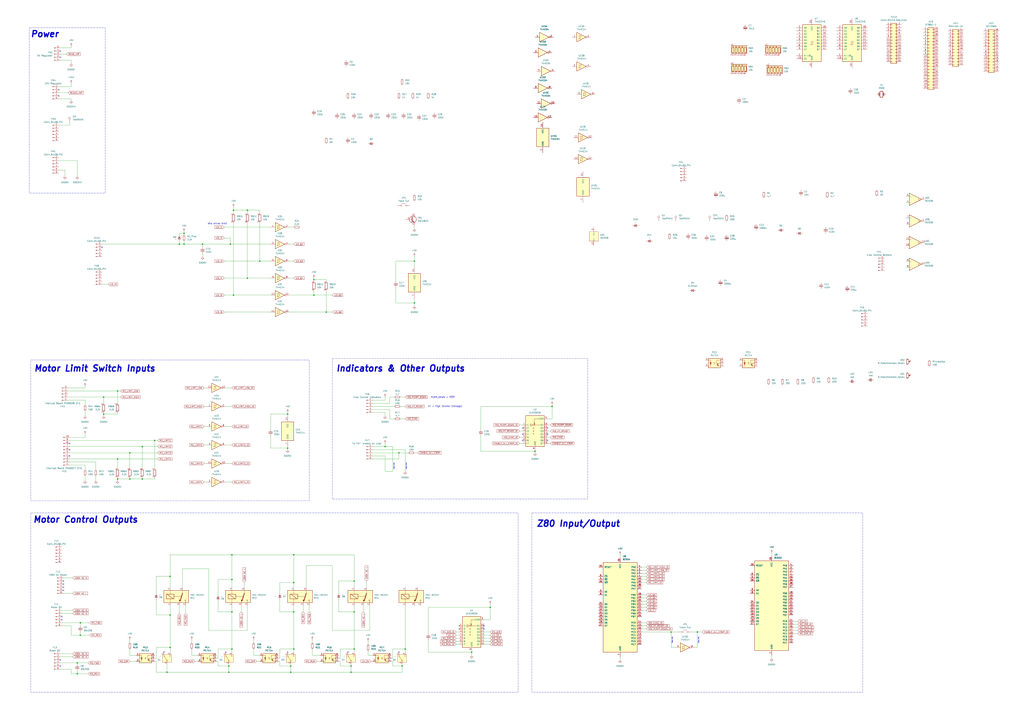
<source format=kicad_sch>
(kicad_sch
	(version 20231120)
	(generator "eeschema")
	(generator_version "8.0")
	(uuid "66cc26d7-ea0d-448d-81d6-18da17cae3ad")
	(paper "A1")
	(lib_symbols
		(symbol "74xx:74HC04"
			(exclude_from_sim no)
			(in_bom yes)
			(on_board yes)
			(property "Reference" "U"
				(at 0 1.27 0)
				(effects
					(font
						(size 1.27 1.27)
					)
				)
			)
			(property "Value" "74HC04"
				(at 0 -1.27 0)
				(effects
					(font
						(size 1.27 1.27)
					)
				)
			)
			(property "Footprint" ""
				(at 0 0 0)
				(effects
					(font
						(size 1.27 1.27)
					)
					(hide yes)
				)
			)
			(property "Datasheet" "https://assets.nexperia.com/documents/data-sheet/74HC_HCT04.pdf"
				(at 0 0 0)
				(effects
					(font
						(size 1.27 1.27)
					)
					(hide yes)
				)
			)
			(property "Description" "Hex Inverter"
				(at 0 0 0)
				(effects
					(font
						(size 1.27 1.27)
					)
					(hide yes)
				)
			)
			(property "ki_locked" ""
				(at 0 0 0)
				(effects
					(font
						(size 1.27 1.27)
					)
				)
			)
			(property "ki_keywords" "HCMOS not inv"
				(at 0 0 0)
				(effects
					(font
						(size 1.27 1.27)
					)
					(hide yes)
				)
			)
			(property "ki_fp_filters" "DIP*W7.62mm* SSOP?14* TSSOP?14*"
				(at 0 0 0)
				(effects
					(font
						(size 1.27 1.27)
					)
					(hide yes)
				)
			)
			(symbol "74HC04_1_0"
				(polyline
					(pts
						(xy -3.81 3.81) (xy -3.81 -3.81) (xy 3.81 0) (xy -3.81 3.81)
					)
					(stroke
						(width 0.254)
						(type default)
					)
					(fill
						(type background)
					)
				)
				(pin input line
					(at -7.62 0 0)
					(length 3.81)
					(name "~"
						(effects
							(font
								(size 1.27 1.27)
							)
						)
					)
					(number "1"
						(effects
							(font
								(size 1.27 1.27)
							)
						)
					)
				)
				(pin output inverted
					(at 7.62 0 180)
					(length 3.81)
					(name "~"
						(effects
							(font
								(size 1.27 1.27)
							)
						)
					)
					(number "2"
						(effects
							(font
								(size 1.27 1.27)
							)
						)
					)
				)
			)
			(symbol "74HC04_2_0"
				(polyline
					(pts
						(xy -3.81 3.81) (xy -3.81 -3.81) (xy 3.81 0) (xy -3.81 3.81)
					)
					(stroke
						(width 0.254)
						(type default)
					)
					(fill
						(type background)
					)
				)
				(pin input line
					(at -7.62 0 0)
					(length 3.81)
					(name "~"
						(effects
							(font
								(size 1.27 1.27)
							)
						)
					)
					(number "3"
						(effects
							(font
								(size 1.27 1.27)
							)
						)
					)
				)
				(pin output inverted
					(at 7.62 0 180)
					(length 3.81)
					(name "~"
						(effects
							(font
								(size 1.27 1.27)
							)
						)
					)
					(number "4"
						(effects
							(font
								(size 1.27 1.27)
							)
						)
					)
				)
			)
			(symbol "74HC04_3_0"
				(polyline
					(pts
						(xy -3.81 3.81) (xy -3.81 -3.81) (xy 3.81 0) (xy -3.81 3.81)
					)
					(stroke
						(width 0.254)
						(type default)
					)
					(fill
						(type background)
					)
				)
				(pin input line
					(at -7.62 0 0)
					(length 3.81)
					(name "~"
						(effects
							(font
								(size 1.27 1.27)
							)
						)
					)
					(number "5"
						(effects
							(font
								(size 1.27 1.27)
							)
						)
					)
				)
				(pin output inverted
					(at 7.62 0 180)
					(length 3.81)
					(name "~"
						(effects
							(font
								(size 1.27 1.27)
							)
						)
					)
					(number "6"
						(effects
							(font
								(size 1.27 1.27)
							)
						)
					)
				)
			)
			(symbol "74HC04_4_0"
				(polyline
					(pts
						(xy -3.81 3.81) (xy -3.81 -3.81) (xy 3.81 0) (xy -3.81 3.81)
					)
					(stroke
						(width 0.254)
						(type default)
					)
					(fill
						(type background)
					)
				)
				(pin output inverted
					(at 7.62 0 180)
					(length 3.81)
					(name "~"
						(effects
							(font
								(size 1.27 1.27)
							)
						)
					)
					(number "8"
						(effects
							(font
								(size 1.27 1.27)
							)
						)
					)
				)
				(pin input line
					(at -7.62 0 0)
					(length 3.81)
					(name "~"
						(effects
							(font
								(size 1.27 1.27)
							)
						)
					)
					(number "9"
						(effects
							(font
								(size 1.27 1.27)
							)
						)
					)
				)
			)
			(symbol "74HC04_5_0"
				(polyline
					(pts
						(xy -3.81 3.81) (xy -3.81 -3.81) (xy 3.81 0) (xy -3.81 3.81)
					)
					(stroke
						(width 0.254)
						(type default)
					)
					(fill
						(type background)
					)
				)
				(pin output inverted
					(at 7.62 0 180)
					(length 3.81)
					(name "~"
						(effects
							(font
								(size 1.27 1.27)
							)
						)
					)
					(number "10"
						(effects
							(font
								(size 1.27 1.27)
							)
						)
					)
				)
				(pin input line
					(at -7.62 0 0)
					(length 3.81)
					(name "~"
						(effects
							(font
								(size 1.27 1.27)
							)
						)
					)
					(number "11"
						(effects
							(font
								(size 1.27 1.27)
							)
						)
					)
				)
			)
			(symbol "74HC04_6_0"
				(polyline
					(pts
						(xy -3.81 3.81) (xy -3.81 -3.81) (xy 3.81 0) (xy -3.81 3.81)
					)
					(stroke
						(width 0.254)
						(type default)
					)
					(fill
						(type background)
					)
				)
				(pin output inverted
					(at 7.62 0 180)
					(length 3.81)
					(name "~"
						(effects
							(font
								(size 1.27 1.27)
							)
						)
					)
					(number "12"
						(effects
							(font
								(size 1.27 1.27)
							)
						)
					)
				)
				(pin input line
					(at -7.62 0 0)
					(length 3.81)
					(name "~"
						(effects
							(font
								(size 1.27 1.27)
							)
						)
					)
					(number "13"
						(effects
							(font
								(size 1.27 1.27)
							)
						)
					)
				)
			)
			(symbol "74HC04_7_0"
				(pin power_in line
					(at 0 12.7 270)
					(length 5.08)
					(name "VCC"
						(effects
							(font
								(size 1.27 1.27)
							)
						)
					)
					(number "14"
						(effects
							(font
								(size 1.27 1.27)
							)
						)
					)
				)
				(pin power_in line
					(at 0 -12.7 90)
					(length 5.08)
					(name "GND"
						(effects
							(font
								(size 1.27 1.27)
							)
						)
					)
					(number "7"
						(effects
							(font
								(size 1.27 1.27)
							)
						)
					)
				)
			)
			(symbol "74HC04_7_1"
				(rectangle
					(start -5.08 7.62)
					(end 5.08 -7.62)
					(stroke
						(width 0.254)
						(type default)
					)
					(fill
						(type background)
					)
				)
			)
		)
		(symbol "74xx:74HC14"
			(pin_names
				(offset 1.016)
			)
			(exclude_from_sim no)
			(in_bom yes)
			(on_board yes)
			(property "Reference" "U"
				(at 0 1.27 0)
				(effects
					(font
						(size 1.27 1.27)
					)
				)
			)
			(property "Value" "74HC14"
				(at 0 -1.27 0)
				(effects
					(font
						(size 1.27 1.27)
					)
				)
			)
			(property "Footprint" ""
				(at 0 0 0)
				(effects
					(font
						(size 1.27 1.27)
					)
					(hide yes)
				)
			)
			(property "Datasheet" "http://www.ti.com/lit/gpn/sn74HC14"
				(at 0 0 0)
				(effects
					(font
						(size 1.27 1.27)
					)
					(hide yes)
				)
			)
			(property "Description" "Hex inverter schmitt trigger"
				(at 0 0 0)
				(effects
					(font
						(size 1.27 1.27)
					)
					(hide yes)
				)
			)
			(property "ki_locked" ""
				(at 0 0 0)
				(effects
					(font
						(size 1.27 1.27)
					)
				)
			)
			(property "ki_keywords" "HCMOS not inverter"
				(at 0 0 0)
				(effects
					(font
						(size 1.27 1.27)
					)
					(hide yes)
				)
			)
			(property "ki_fp_filters" "DIP*W7.62mm*"
				(at 0 0 0)
				(effects
					(font
						(size 1.27 1.27)
					)
					(hide yes)
				)
			)
			(symbol "74HC14_1_0"
				(polyline
					(pts
						(xy -3.81 3.81) (xy -3.81 -3.81) (xy 3.81 0) (xy -3.81 3.81)
					)
					(stroke
						(width 0.254)
						(type default)
					)
					(fill
						(type background)
					)
				)
				(pin input line
					(at -7.62 0 0)
					(length 3.81)
					(name "~"
						(effects
							(font
								(size 1.27 1.27)
							)
						)
					)
					(number "1"
						(effects
							(font
								(size 1.27 1.27)
							)
						)
					)
				)
				(pin output inverted
					(at 7.62 0 180)
					(length 3.81)
					(name "~"
						(effects
							(font
								(size 1.27 1.27)
							)
						)
					)
					(number "2"
						(effects
							(font
								(size 1.27 1.27)
							)
						)
					)
				)
			)
			(symbol "74HC14_1_1"
				(polyline
					(pts
						(xy -1.905 -1.27) (xy -1.905 1.27) (xy -0.635 1.27)
					)
					(stroke
						(width 0)
						(type default)
					)
					(fill
						(type none)
					)
				)
				(polyline
					(pts
						(xy -2.54 -1.27) (xy -0.635 -1.27) (xy -0.635 1.27) (xy 0 1.27)
					)
					(stroke
						(width 0)
						(type default)
					)
					(fill
						(type none)
					)
				)
			)
			(symbol "74HC14_2_0"
				(polyline
					(pts
						(xy -3.81 3.81) (xy -3.81 -3.81) (xy 3.81 0) (xy -3.81 3.81)
					)
					(stroke
						(width 0.254)
						(type default)
					)
					(fill
						(type background)
					)
				)
				(pin input line
					(at -7.62 0 0)
					(length 3.81)
					(name "~"
						(effects
							(font
								(size 1.27 1.27)
							)
						)
					)
					(number "3"
						(effects
							(font
								(size 1.27 1.27)
							)
						)
					)
				)
				(pin output inverted
					(at 7.62 0 180)
					(length 3.81)
					(name "~"
						(effects
							(font
								(size 1.27 1.27)
							)
						)
					)
					(number "4"
						(effects
							(font
								(size 1.27 1.27)
							)
						)
					)
				)
			)
			(symbol "74HC14_2_1"
				(polyline
					(pts
						(xy -1.905 -1.27) (xy -1.905 1.27) (xy -0.635 1.27)
					)
					(stroke
						(width 0)
						(type default)
					)
					(fill
						(type none)
					)
				)
				(polyline
					(pts
						(xy -2.54 -1.27) (xy -0.635 -1.27) (xy -0.635 1.27) (xy 0 1.27)
					)
					(stroke
						(width 0)
						(type default)
					)
					(fill
						(type none)
					)
				)
			)
			(symbol "74HC14_3_0"
				(polyline
					(pts
						(xy -3.81 3.81) (xy -3.81 -3.81) (xy 3.81 0) (xy -3.81 3.81)
					)
					(stroke
						(width 0.254)
						(type default)
					)
					(fill
						(type background)
					)
				)
				(pin input line
					(at -7.62 0 0)
					(length 3.81)
					(name "~"
						(effects
							(font
								(size 1.27 1.27)
							)
						)
					)
					(number "5"
						(effects
							(font
								(size 1.27 1.27)
							)
						)
					)
				)
				(pin output inverted
					(at 7.62 0 180)
					(length 3.81)
					(name "~"
						(effects
							(font
								(size 1.27 1.27)
							)
						)
					)
					(number "6"
						(effects
							(font
								(size 1.27 1.27)
							)
						)
					)
				)
			)
			(symbol "74HC14_3_1"
				(polyline
					(pts
						(xy -1.905 -1.27) (xy -1.905 1.27) (xy -0.635 1.27)
					)
					(stroke
						(width 0)
						(type default)
					)
					(fill
						(type none)
					)
				)
				(polyline
					(pts
						(xy -2.54 -1.27) (xy -0.635 -1.27) (xy -0.635 1.27) (xy 0 1.27)
					)
					(stroke
						(width 0)
						(type default)
					)
					(fill
						(type none)
					)
				)
			)
			(symbol "74HC14_4_0"
				(polyline
					(pts
						(xy -3.81 3.81) (xy -3.81 -3.81) (xy 3.81 0) (xy -3.81 3.81)
					)
					(stroke
						(width 0.254)
						(type default)
					)
					(fill
						(type background)
					)
				)
				(pin output inverted
					(at 7.62 0 180)
					(length 3.81)
					(name "~"
						(effects
							(font
								(size 1.27 1.27)
							)
						)
					)
					(number "8"
						(effects
							(font
								(size 1.27 1.27)
							)
						)
					)
				)
				(pin input line
					(at -7.62 0 0)
					(length 3.81)
					(name "~"
						(effects
							(font
								(size 1.27 1.27)
							)
						)
					)
					(number "9"
						(effects
							(font
								(size 1.27 1.27)
							)
						)
					)
				)
			)
			(symbol "74HC14_4_1"
				(polyline
					(pts
						(xy -1.905 -1.27) (xy -1.905 1.27) (xy -0.635 1.27)
					)
					(stroke
						(width 0)
						(type default)
					)
					(fill
						(type none)
					)
				)
				(polyline
					(pts
						(xy -2.54 -1.27) (xy -0.635 -1.27) (xy -0.635 1.27) (xy 0 1.27)
					)
					(stroke
						(width 0)
						(type default)
					)
					(fill
						(type none)
					)
				)
			)
			(symbol "74HC14_5_0"
				(polyline
					(pts
						(xy -3.81 3.81) (xy -3.81 -3.81) (xy 3.81 0) (xy -3.81 3.81)
					)
					(stroke
						(width 0.254)
						(type default)
					)
					(fill
						(type background)
					)
				)
				(pin output inverted
					(at 7.62 0 180)
					(length 3.81)
					(name "~"
						(effects
							(font
								(size 1.27 1.27)
							)
						)
					)
					(number "10"
						(effects
							(font
								(size 1.27 1.27)
							)
						)
					)
				)
				(pin input line
					(at -7.62 0 0)
					(length 3.81)
					(name "~"
						(effects
							(font
								(size 1.27 1.27)
							)
						)
					)
					(number "11"
						(effects
							(font
								(size 1.27 1.27)
							)
						)
					)
				)
			)
			(symbol "74HC14_5_1"
				(polyline
					(pts
						(xy -1.905 -1.27) (xy -1.905 1.27) (xy -0.635 1.27)
					)
					(stroke
						(width 0)
						(type default)
					)
					(fill
						(type none)
					)
				)
				(polyline
					(pts
						(xy -2.54 -1.27) (xy -0.635 -1.27) (xy -0.635 1.27) (xy 0 1.27)
					)
					(stroke
						(width 0)
						(type default)
					)
					(fill
						(type none)
					)
				)
			)
			(symbol "74HC14_6_0"
				(polyline
					(pts
						(xy -3.81 3.81) (xy -3.81 -3.81) (xy 3.81 0) (xy -3.81 3.81)
					)
					(stroke
						(width 0.254)
						(type default)
					)
					(fill
						(type background)
					)
				)
				(pin output inverted
					(at 7.62 0 180)
					(length 3.81)
					(name "~"
						(effects
							(font
								(size 1.27 1.27)
							)
						)
					)
					(number "12"
						(effects
							(font
								(size 1.27 1.27)
							)
						)
					)
				)
				(pin input line
					(at -7.62 0 0)
					(length 3.81)
					(name "~"
						(effects
							(font
								(size 1.27 1.27)
							)
						)
					)
					(number "13"
						(effects
							(font
								(size 1.27 1.27)
							)
						)
					)
				)
			)
			(symbol "74HC14_6_1"
				(polyline
					(pts
						(xy -1.905 -1.27) (xy -1.905 1.27) (xy -0.635 1.27)
					)
					(stroke
						(width 0)
						(type default)
					)
					(fill
						(type none)
					)
				)
				(polyline
					(pts
						(xy -2.54 -1.27) (xy -0.635 -1.27) (xy -0.635 1.27) (xy 0 1.27)
					)
					(stroke
						(width 0)
						(type default)
					)
					(fill
						(type none)
					)
				)
			)
			(symbol "74HC14_7_0"
				(pin power_in line
					(at 0 12.7 270)
					(length 5.08)
					(name "VCC"
						(effects
							(font
								(size 1.27 1.27)
							)
						)
					)
					(number "14"
						(effects
							(font
								(size 1.27 1.27)
							)
						)
					)
				)
				(pin power_in line
					(at 0 -12.7 90)
					(length 5.08)
					(name "GND"
						(effects
							(font
								(size 1.27 1.27)
							)
						)
					)
					(number "7"
						(effects
							(font
								(size 1.27 1.27)
							)
						)
					)
				)
			)
			(symbol "74HC14_7_1"
				(rectangle
					(start -5.08 7.62)
					(end 5.08 -7.62)
					(stroke
						(width 0.254)
						(type default)
					)
					(fill
						(type background)
					)
				)
			)
		)
		(symbol "74xx:74HC245"
			(pin_names
				(offset 1.016)
			)
			(exclude_from_sim no)
			(in_bom yes)
			(on_board yes)
			(property "Reference" "U"
				(at -7.62 16.51 0)
				(effects
					(font
						(size 1.27 1.27)
					)
				)
			)
			(property "Value" "74HC245"
				(at -7.62 -16.51 0)
				(effects
					(font
						(size 1.27 1.27)
					)
				)
			)
			(property "Footprint" ""
				(at 0 0 0)
				(effects
					(font
						(size 1.27 1.27)
					)
					(hide yes)
				)
			)
			(property "Datasheet" "http://www.ti.com/lit/gpn/sn74HC245"
				(at 0 0 0)
				(effects
					(font
						(size 1.27 1.27)
					)
					(hide yes)
				)
			)
			(property "Description" "Octal BUS Transceivers, 3-State outputs"
				(at 0 0 0)
				(effects
					(font
						(size 1.27 1.27)
					)
					(hide yes)
				)
			)
			(property "ki_locked" ""
				(at 0 0 0)
				(effects
					(font
						(size 1.27 1.27)
					)
				)
			)
			(property "ki_keywords" "HCMOS BUS 3State"
				(at 0 0 0)
				(effects
					(font
						(size 1.27 1.27)
					)
					(hide yes)
				)
			)
			(property "ki_fp_filters" "DIP?20*"
				(at 0 0 0)
				(effects
					(font
						(size 1.27 1.27)
					)
					(hide yes)
				)
			)
			(symbol "74HC245_1_0"
				(polyline
					(pts
						(xy -0.635 -1.27) (xy -0.635 1.27) (xy 0.635 1.27)
					)
					(stroke
						(width 0)
						(type default)
					)
					(fill
						(type none)
					)
				)
				(polyline
					(pts
						(xy -1.27 -1.27) (xy 0.635 -1.27) (xy 0.635 1.27) (xy 1.27 1.27)
					)
					(stroke
						(width 0)
						(type default)
					)
					(fill
						(type none)
					)
				)
				(pin input line
					(at -12.7 -10.16 0)
					(length 5.08)
					(name "A->B"
						(effects
							(font
								(size 1.27 1.27)
							)
						)
					)
					(number "1"
						(effects
							(font
								(size 1.27 1.27)
							)
						)
					)
				)
				(pin power_in line
					(at 0 -20.32 90)
					(length 5.08)
					(name "GND"
						(effects
							(font
								(size 1.27 1.27)
							)
						)
					)
					(number "10"
						(effects
							(font
								(size 1.27 1.27)
							)
						)
					)
				)
				(pin tri_state line
					(at 12.7 -5.08 180)
					(length 5.08)
					(name "B7"
						(effects
							(font
								(size 1.27 1.27)
							)
						)
					)
					(number "11"
						(effects
							(font
								(size 1.27 1.27)
							)
						)
					)
				)
				(pin tri_state line
					(at 12.7 -2.54 180)
					(length 5.08)
					(name "B6"
						(effects
							(font
								(size 1.27 1.27)
							)
						)
					)
					(number "12"
						(effects
							(font
								(size 1.27 1.27)
							)
						)
					)
				)
				(pin tri_state line
					(at 12.7 0 180)
					(length 5.08)
					(name "B5"
						(effects
							(font
								(size 1.27 1.27)
							)
						)
					)
					(number "13"
						(effects
							(font
								(size 1.27 1.27)
							)
						)
					)
				)
				(pin tri_state line
					(at 12.7 2.54 180)
					(length 5.08)
					(name "B4"
						(effects
							(font
								(size 1.27 1.27)
							)
						)
					)
					(number "14"
						(effects
							(font
								(size 1.27 1.27)
							)
						)
					)
				)
				(pin tri_state line
					(at 12.7 5.08 180)
					(length 5.08)
					(name "B3"
						(effects
							(font
								(size 1.27 1.27)
							)
						)
					)
					(number "15"
						(effects
							(font
								(size 1.27 1.27)
							)
						)
					)
				)
				(pin tri_state line
					(at 12.7 7.62 180)
					(length 5.08)
					(name "B2"
						(effects
							(font
								(size 1.27 1.27)
							)
						)
					)
					(number "16"
						(effects
							(font
								(size 1.27 1.27)
							)
						)
					)
				)
				(pin tri_state line
					(at 12.7 10.16 180)
					(length 5.08)
					(name "B1"
						(effects
							(font
								(size 1.27 1.27)
							)
						)
					)
					(number "17"
						(effects
							(font
								(size 1.27 1.27)
							)
						)
					)
				)
				(pin tri_state line
					(at 12.7 12.7 180)
					(length 5.08)
					(name "B0"
						(effects
							(font
								(size 1.27 1.27)
							)
						)
					)
					(number "18"
						(effects
							(font
								(size 1.27 1.27)
							)
						)
					)
				)
				(pin input inverted
					(at -12.7 -12.7 0)
					(length 5.08)
					(name "CE"
						(effects
							(font
								(size 1.27 1.27)
							)
						)
					)
					(number "19"
						(effects
							(font
								(size 1.27 1.27)
							)
						)
					)
				)
				(pin tri_state line
					(at -12.7 12.7 0)
					(length 5.08)
					(name "A0"
						(effects
							(font
								(size 1.27 1.27)
							)
						)
					)
					(number "2"
						(effects
							(font
								(size 1.27 1.27)
							)
						)
					)
				)
				(pin power_in line
					(at 0 20.32 270)
					(length 5.08)
					(name "VCC"
						(effects
							(font
								(size 1.27 1.27)
							)
						)
					)
					(number "20"
						(effects
							(font
								(size 1.27 1.27)
							)
						)
					)
				)
				(pin tri_state line
					(at -12.7 10.16 0)
					(length 5.08)
					(name "A1"
						(effects
							(font
								(size 1.27 1.27)
							)
						)
					)
					(number "3"
						(effects
							(font
								(size 1.27 1.27)
							)
						)
					)
				)
				(pin tri_state line
					(at -12.7 7.62 0)
					(length 5.08)
					(name "A2"
						(effects
							(font
								(size 1.27 1.27)
							)
						)
					)
					(number "4"
						(effects
							(font
								(size 1.27 1.27)
							)
						)
					)
				)
				(pin tri_state line
					(at -12.7 5.08 0)
					(length 5.08)
					(name "A3"
						(effects
							(font
								(size 1.27 1.27)
							)
						)
					)
					(number "5"
						(effects
							(font
								(size 1.27 1.27)
							)
						)
					)
				)
				(pin tri_state line
					(at -12.7 2.54 0)
					(length 5.08)
					(name "A4"
						(effects
							(font
								(size 1.27 1.27)
							)
						)
					)
					(number "6"
						(effects
							(font
								(size 1.27 1.27)
							)
						)
					)
				)
				(pin tri_state line
					(at -12.7 0 0)
					(length 5.08)
					(name "A5"
						(effects
							(font
								(size 1.27 1.27)
							)
						)
					)
					(number "7"
						(effects
							(font
								(size 1.27 1.27)
							)
						)
					)
				)
				(pin tri_state line
					(at -12.7 -2.54 0)
					(length 5.08)
					(name "A6"
						(effects
							(font
								(size 1.27 1.27)
							)
						)
					)
					(number "8"
						(effects
							(font
								(size 1.27 1.27)
							)
						)
					)
				)
				(pin tri_state line
					(at -12.7 -5.08 0)
					(length 5.08)
					(name "A7"
						(effects
							(font
								(size 1.27 1.27)
							)
						)
					)
					(number "9"
						(effects
							(font
								(size 1.27 1.27)
							)
						)
					)
				)
			)
			(symbol "74HC245_1_1"
				(rectangle
					(start -7.62 15.24)
					(end 7.62 -15.24)
					(stroke
						(width 0.254)
						(type default)
					)
					(fill
						(type background)
					)
				)
			)
		)
		(symbol "Comparator:LM339"
			(pin_names
				(offset 0.127)
			)
			(exclude_from_sim no)
			(in_bom yes)
			(on_board yes)
			(property "Reference" "U5"
				(at 7.62 1.2701 0)
				(effects
					(font
						(size 1.27 1.27)
					)
					(justify left)
				)
			)
			(property "Value" "IR2339"
				(at 7.62 -1.2699 0)
				(effects
					(font
						(size 1.27 1.27)
					)
					(justify left)
				)
			)
			(property "Footprint" ""
				(at -1.27 2.54 0)
				(effects
					(font
						(size 1.27 1.27)
					)
					(hide yes)
				)
			)
			(property "Datasheet" "https://www.st.com/resource/en/datasheet/lm139.pdf"
				(at 1.27 5.08 0)
				(effects
					(font
						(size 1.27 1.27)
					)
					(hide yes)
				)
			)
			(property "Description" "Quad Differential Comparators, SOIC-14/TSSOP-14"
				(at 0 0 0)
				(effects
					(font
						(size 1.27 1.27)
					)
					(hide yes)
				)
			)
			(property "ki_locked" ""
				(at 0 0 0)
				(effects
					(font
						(size 1.27 1.27)
					)
				)
			)
			(property "ki_keywords" "cmp open collector"
				(at 0 0 0)
				(effects
					(font
						(size 1.27 1.27)
					)
					(hide yes)
				)
			)
			(property "ki_fp_filters" "SOIC*3.9x8.7mm*P1.27mm* TSSOP*4.4x5mm*P0.65mm*"
				(at 0 0 0)
				(effects
					(font
						(size 1.27 1.27)
					)
					(hide yes)
				)
			)
			(symbol "LM339_1_1"
				(polyline
					(pts
						(xy -5.08 5.08) (xy 5.08 0) (xy -5.08 -5.08) (xy -5.08 5.08)
					)
					(stroke
						(width 0.254)
						(type default)
					)
					(fill
						(type background)
					)
				)
				(polyline
					(pts
						(xy 3.302 -0.508) (xy 2.794 -0.508) (xy 3.302 0) (xy 2.794 0.508) (xy 2.286 0) (xy 2.794 -0.508)
						(xy 2.286 -0.508)
					)
					(stroke
						(width 0.127)
						(type default)
					)
					(fill
						(type none)
					)
				)
				(pin open_collector line
					(at 7.62 0 180)
					(length 2.54)
					(name "~"
						(effects
							(font
								(size 1.27 1.27)
							)
						)
					)
					(number "2"
						(effects
							(font
								(size 1.27 1.27)
							)
						)
					)
				)
				(pin input line
					(at -7.62 -2.54 0)
					(length 2.54)
					(name "-"
						(effects
							(font
								(size 1.27 1.27)
							)
						)
					)
					(number "4"
						(effects
							(font
								(size 1.27 1.27)
							)
						)
					)
				)
				(pin input line
					(at -7.62 2.54 0)
					(length 2.54)
					(name "+"
						(effects
							(font
								(size 1.27 1.27)
							)
						)
					)
					(number "5"
						(effects
							(font
								(size 1.27 1.27)
							)
						)
					)
				)
			)
			(symbol "LM339_2_1"
				(polyline
					(pts
						(xy -5.08 5.08) (xy 5.08 0) (xy -5.08 -5.08) (xy -5.08 5.08)
					)
					(stroke
						(width 0.254)
						(type default)
					)
					(fill
						(type background)
					)
				)
				(polyline
					(pts
						(xy 3.302 -0.508) (xy 2.794 -0.508) (xy 3.302 0) (xy 2.794 0.508) (xy 2.286 0) (xy 2.794 -0.508)
						(xy 2.286 -0.508)
					)
					(stroke
						(width 0.127)
						(type default)
					)
					(fill
						(type none)
					)
				)
				(pin open_collector line
					(at 7.62 0 180)
					(length 2.54)
					(name "~"
						(effects
							(font
								(size 1.27 1.27)
							)
						)
					)
					(number "1"
						(effects
							(font
								(size 1.27 1.27)
							)
						)
					)
				)
				(pin input line
					(at -7.62 -2.54 0)
					(length 2.54)
					(name "-"
						(effects
							(font
								(size 1.27 1.27)
							)
						)
					)
					(number "6"
						(effects
							(font
								(size 1.27 1.27)
							)
						)
					)
				)
				(pin input line
					(at -7.62 2.54 0)
					(length 2.54)
					(name "+"
						(effects
							(font
								(size 1.27 1.27)
							)
						)
					)
					(number "7"
						(effects
							(font
								(size 1.27 1.27)
							)
						)
					)
				)
			)
			(symbol "LM339_3_1"
				(polyline
					(pts
						(xy -5.08 5.08) (xy 5.08 0) (xy -5.08 -5.08) (xy -5.08 5.08)
					)
					(stroke
						(width 0.254)
						(type default)
					)
					(fill
						(type background)
					)
				)
				(polyline
					(pts
						(xy 3.302 -0.508) (xy 2.794 -0.508) (xy 3.302 0) (xy 2.794 0.508) (xy 2.286 0) (xy 2.794 -0.508)
						(xy 2.286 -0.508)
					)
					(stroke
						(width 0.127)
						(type default)
					)
					(fill
						(type none)
					)
				)
				(pin input line
					(at -7.62 -2.54 0)
					(length 2.54)
					(name "-"
						(effects
							(font
								(size 1.27 1.27)
							)
						)
					)
					(number "10"
						(effects
							(font
								(size 1.27 1.27)
							)
						)
					)
				)
				(pin input line
					(at -7.62 2.54 0)
					(length 2.54)
					(name "+"
						(effects
							(font
								(size 1.27 1.27)
							)
						)
					)
					(number "11"
						(effects
							(font
								(size 1.27 1.27)
							)
						)
					)
				)
				(pin open_collector line
					(at 7.62 0 180)
					(length 2.54)
					(name "~"
						(effects
							(font
								(size 1.27 1.27)
							)
						)
					)
					(number "13"
						(effects
							(font
								(size 1.27 1.27)
							)
						)
					)
				)
			)
			(symbol "LM339_4_1"
				(polyline
					(pts
						(xy -5.08 5.08) (xy 5.08 0) (xy -5.08 -5.08) (xy -5.08 5.08)
					)
					(stroke
						(width 0.254)
						(type default)
					)
					(fill
						(type background)
					)
				)
				(polyline
					(pts
						(xy 3.302 -0.508) (xy 2.794 -0.508) (xy 3.302 0) (xy 2.794 0.508) (xy 2.286 0) (xy 2.794 -0.508)
						(xy 2.286 -0.508)
					)
					(stroke
						(width 0.127)
						(type default)
					)
					(fill
						(type none)
					)
				)
				(pin open_collector line
					(at 7.62 0 180)
					(length 2.54)
					(name "~"
						(effects
							(font
								(size 1.27 1.27)
							)
						)
					)
					(number "14"
						(effects
							(font
								(size 1.27 1.27)
							)
						)
					)
				)
				(pin input line
					(at -7.62 -2.54 0)
					(length 2.54)
					(name "-"
						(effects
							(font
								(size 1.27 1.27)
							)
						)
					)
					(number "8"
						(effects
							(font
								(size 1.27 1.27)
							)
						)
					)
				)
				(pin input line
					(at -7.62 2.54 0)
					(length 2.54)
					(name "+"
						(effects
							(font
								(size 1.27 1.27)
							)
						)
					)
					(number "9"
						(effects
							(font
								(size 1.27 1.27)
							)
						)
					)
				)
			)
			(symbol "LM339_5_1"
				(rectangle
					(start -6.35 3.81)
					(end 1.27 -3.81)
					(stroke
						(width 0)
						(type default)
					)
					(fill
						(type background)
					)
				)
				(pin power_in line
					(at -2.54 -7.62 90)
					(length 3.81)
					(name "V-"
						(effects
							(font
								(size 1.27 1.27)
							)
						)
					)
					(number "12"
						(effects
							(font
								(size 1.27 1.27)
							)
						)
					)
				)
				(pin power_in line
					(at -2.54 7.62 270)
					(length 3.81)
					(name "V+"
						(effects
							(font
								(size 1.27 1.27)
							)
						)
					)
					(number "3"
						(effects
							(font
								(size 1.27 1.27)
							)
						)
					)
				)
			)
		)
		(symbol "Connector:Conn_01x05_Pin"
			(pin_names
				(offset 1.016) hide)
			(exclude_from_sim no)
			(in_bom yes)
			(on_board yes)
			(property "Reference" "J"
				(at 0 7.62 0)
				(effects
					(font
						(size 1.27 1.27)
					)
				)
			)
			(property "Value" "Conn_01x05_Pin"
				(at 0 -7.62 0)
				(effects
					(font
						(size 1.27 1.27)
					)
				)
			)
			(property "Footprint" ""
				(at 0 0 0)
				(effects
					(font
						(size 1.27 1.27)
					)
					(hide yes)
				)
			)
			(property "Datasheet" "~"
				(at 0 0 0)
				(effects
					(font
						(size 1.27 1.27)
					)
					(hide yes)
				)
			)
			(property "Description" "Generic connector, single row, 01x05, script generated"
				(at 0 0 0)
				(effects
					(font
						(size 1.27 1.27)
					)
					(hide yes)
				)
			)
			(property "ki_locked" ""
				(at 0 0 0)
				(effects
					(font
						(size 1.27 1.27)
					)
				)
			)
			(property "ki_keywords" "connector"
				(at 0 0 0)
				(effects
					(font
						(size 1.27 1.27)
					)
					(hide yes)
				)
			)
			(property "ki_fp_filters" "Connector*:*_1x??_*"
				(at 0 0 0)
				(effects
					(font
						(size 1.27 1.27)
					)
					(hide yes)
				)
			)
			(symbol "Conn_01x05_Pin_1_1"
				(polyline
					(pts
						(xy 1.27 -5.08) (xy 0.8636 -5.08)
					)
					(stroke
						(width 0.1524)
						(type default)
					)
					(fill
						(type none)
					)
				)
				(polyline
					(pts
						(xy 1.27 -2.54) (xy 0.8636 -2.54)
					)
					(stroke
						(width 0.1524)
						(type default)
					)
					(fill
						(type none)
					)
				)
				(polyline
					(pts
						(xy 1.27 0) (xy 0.8636 0)
					)
					(stroke
						(width 0.1524)
						(type default)
					)
					(fill
						(type none)
					)
				)
				(polyline
					(pts
						(xy 1.27 2.54) (xy 0.8636 2.54)
					)
					(stroke
						(width 0.1524)
						(type default)
					)
					(fill
						(type none)
					)
				)
				(polyline
					(pts
						(xy 1.27 5.08) (xy 0.8636 5.08)
					)
					(stroke
						(width 0.1524)
						(type default)
					)
					(fill
						(type none)
					)
				)
				(rectangle
					(start 0.8636 -4.953)
					(end 0 -5.207)
					(stroke
						(width 0.1524)
						(type default)
					)
					(fill
						(type outline)
					)
				)
				(rectangle
					(start 0.8636 -2.413)
					(end 0 -2.667)
					(stroke
						(width 0.1524)
						(type default)
					)
					(fill
						(type outline)
					)
				)
				(rectangle
					(start 0.8636 0.127)
					(end 0 -0.127)
					(stroke
						(width 0.1524)
						(type default)
					)
					(fill
						(type outline)
					)
				)
				(rectangle
					(start 0.8636 2.667)
					(end 0 2.413)
					(stroke
						(width 0.1524)
						(type default)
					)
					(fill
						(type outline)
					)
				)
				(rectangle
					(start 0.8636 5.207)
					(end 0 4.953)
					(stroke
						(width 0.1524)
						(type default)
					)
					(fill
						(type outline)
					)
				)
				(pin passive line
					(at 5.08 5.08 180)
					(length 3.81)
					(name "Pin_1"
						(effects
							(font
								(size 1.27 1.27)
							)
						)
					)
					(number "1"
						(effects
							(font
								(size 1.27 1.27)
							)
						)
					)
				)
				(pin passive line
					(at 5.08 2.54 180)
					(length 3.81)
					(name "Pin_2"
						(effects
							(font
								(size 1.27 1.27)
							)
						)
					)
					(number "2"
						(effects
							(font
								(size 1.27 1.27)
							)
						)
					)
				)
				(pin passive line
					(at 5.08 0 180)
					(length 3.81)
					(name "Pin_3"
						(effects
							(font
								(size 1.27 1.27)
							)
						)
					)
					(number "3"
						(effects
							(font
								(size 1.27 1.27)
							)
						)
					)
				)
				(pin passive line
					(at 5.08 -2.54 180)
					(length 3.81)
					(name "Pin_4"
						(effects
							(font
								(size 1.27 1.27)
							)
						)
					)
					(number "4"
						(effects
							(font
								(size 1.27 1.27)
							)
						)
					)
				)
				(pin passive line
					(at 5.08 -5.08 180)
					(length 3.81)
					(name "Pin_5"
						(effects
							(font
								(size 1.27 1.27)
							)
						)
					)
					(number "5"
						(effects
							(font
								(size 1.27 1.27)
							)
						)
					)
				)
			)
		)
		(symbol "Connector:Conn_01x06_Pin"
			(pin_names
				(offset 1.016) hide)
			(exclude_from_sim no)
			(in_bom yes)
			(on_board yes)
			(property "Reference" "J"
				(at 0 7.62 0)
				(effects
					(font
						(size 1.27 1.27)
					)
				)
			)
			(property "Value" "Conn_01x06_Pin"
				(at 0 -10.16 0)
				(effects
					(font
						(size 1.27 1.27)
					)
				)
			)
			(property "Footprint" ""
				(at 0 0 0)
				(effects
					(font
						(size 1.27 1.27)
					)
					(hide yes)
				)
			)
			(property "Datasheet" "~"
				(at 0 0 0)
				(effects
					(font
						(size 1.27 1.27)
					)
					(hide yes)
				)
			)
			(property "Description" "Generic connector, single row, 01x06, script generated"
				(at 0 0 0)
				(effects
					(font
						(size 1.27 1.27)
					)
					(hide yes)
				)
			)
			(property "ki_locked" ""
				(at 0 0 0)
				(effects
					(font
						(size 1.27 1.27)
					)
				)
			)
			(property "ki_keywords" "connector"
				(at 0 0 0)
				(effects
					(font
						(size 1.27 1.27)
					)
					(hide yes)
				)
			)
			(property "ki_fp_filters" "Connector*:*_1x??_*"
				(at 0 0 0)
				(effects
					(font
						(size 1.27 1.27)
					)
					(hide yes)
				)
			)
			(symbol "Conn_01x06_Pin_1_1"
				(polyline
					(pts
						(xy 1.27 -7.62) (xy 0.8636 -7.62)
					)
					(stroke
						(width 0.1524)
						(type default)
					)
					(fill
						(type none)
					)
				)
				(polyline
					(pts
						(xy 1.27 -5.08) (xy 0.8636 -5.08)
					)
					(stroke
						(width 0.1524)
						(type default)
					)
					(fill
						(type none)
					)
				)
				(polyline
					(pts
						(xy 1.27 -2.54) (xy 0.8636 -2.54)
					)
					(stroke
						(width 0.1524)
						(type default)
					)
					(fill
						(type none)
					)
				)
				(polyline
					(pts
						(xy 1.27 0) (xy 0.8636 0)
					)
					(stroke
						(width 0.1524)
						(type default)
					)
					(fill
						(type none)
					)
				)
				(polyline
					(pts
						(xy 1.27 2.54) (xy 0.8636 2.54)
					)
					(stroke
						(width 0.1524)
						(type default)
					)
					(fill
						(type none)
					)
				)
				(polyline
					(pts
						(xy 1.27 5.08) (xy 0.8636 5.08)
					)
					(stroke
						(width 0.1524)
						(type default)
					)
					(fill
						(type none)
					)
				)
				(rectangle
					(start 0.8636 -7.493)
					(end 0 -7.747)
					(stroke
						(width 0.1524)
						(type default)
					)
					(fill
						(type outline)
					)
				)
				(rectangle
					(start 0.8636 -4.953)
					(end 0 -5.207)
					(stroke
						(width 0.1524)
						(type default)
					)
					(fill
						(type outline)
					)
				)
				(rectangle
					(start 0.8636 -2.413)
					(end 0 -2.667)
					(stroke
						(width 0.1524)
						(type default)
					)
					(fill
						(type outline)
					)
				)
				(rectangle
					(start 0.8636 0.127)
					(end 0 -0.127)
					(stroke
						(width 0.1524)
						(type default)
					)
					(fill
						(type outline)
					)
				)
				(rectangle
					(start 0.8636 2.667)
					(end 0 2.413)
					(stroke
						(width 0.1524)
						(type default)
					)
					(fill
						(type outline)
					)
				)
				(rectangle
					(start 0.8636 5.207)
					(end 0 4.953)
					(stroke
						(width 0.1524)
						(type default)
					)
					(fill
						(type outline)
					)
				)
				(pin passive line
					(at 5.08 5.08 180)
					(length 3.81)
					(name "Pin_1"
						(effects
							(font
								(size 1.27 1.27)
							)
						)
					)
					(number "1"
						(effects
							(font
								(size 1.27 1.27)
							)
						)
					)
				)
				(pin passive line
					(at 5.08 2.54 180)
					(length 3.81)
					(name "Pin_2"
						(effects
							(font
								(size 1.27 1.27)
							)
						)
					)
					(number "2"
						(effects
							(font
								(size 1.27 1.27)
							)
						)
					)
				)
				(pin passive line
					(at 5.08 0 180)
					(length 3.81)
					(name "Pin_3"
						(effects
							(font
								(size 1.27 1.27)
							)
						)
					)
					(number "3"
						(effects
							(font
								(size 1.27 1.27)
							)
						)
					)
				)
				(pin passive line
					(at 5.08 -2.54 180)
					(length 3.81)
					(name "Pin_4"
						(effects
							(font
								(size 1.27 1.27)
							)
						)
					)
					(number "4"
						(effects
							(font
								(size 1.27 1.27)
							)
						)
					)
				)
				(pin passive line
					(at 5.08 -5.08 180)
					(length 3.81)
					(name "Pin_5"
						(effects
							(font
								(size 1.27 1.27)
							)
						)
					)
					(number "5"
						(effects
							(font
								(size 1.27 1.27)
							)
						)
					)
				)
				(pin passive line
					(at 5.08 -7.62 180)
					(length 3.81)
					(name "Pin_6"
						(effects
							(font
								(size 1.27 1.27)
							)
						)
					)
					(number "6"
						(effects
							(font
								(size 1.27 1.27)
							)
						)
					)
				)
			)
		)
		(symbol "Connector:Conn_01x10_Pin"
			(pin_names
				(offset 1.016) hide)
			(exclude_from_sim no)
			(in_bom yes)
			(on_board yes)
			(property "Reference" "J"
				(at 0 12.7 0)
				(effects
					(font
						(size 1.27 1.27)
					)
				)
			)
			(property "Value" "Conn_01x10_Pin"
				(at 0 -15.24 0)
				(effects
					(font
						(size 1.27 1.27)
					)
				)
			)
			(property "Footprint" ""
				(at 0 0 0)
				(effects
					(font
						(size 1.27 1.27)
					)
					(hide yes)
				)
			)
			(property "Datasheet" "~"
				(at 0 0 0)
				(effects
					(font
						(size 1.27 1.27)
					)
					(hide yes)
				)
			)
			(property "Description" "Generic connector, single row, 01x10, script generated"
				(at 0 0 0)
				(effects
					(font
						(size 1.27 1.27)
					)
					(hide yes)
				)
			)
			(property "ki_locked" ""
				(at 0 0 0)
				(effects
					(font
						(size 1.27 1.27)
					)
				)
			)
			(property "ki_keywords" "connector"
				(at 0 0 0)
				(effects
					(font
						(size 1.27 1.27)
					)
					(hide yes)
				)
			)
			(property "ki_fp_filters" "Connector*:*_1x??_*"
				(at 0 0 0)
				(effects
					(font
						(size 1.27 1.27)
					)
					(hide yes)
				)
			)
			(symbol "Conn_01x10_Pin_1_1"
				(polyline
					(pts
						(xy 1.27 -12.7) (xy 0.8636 -12.7)
					)
					(stroke
						(width 0.1524)
						(type default)
					)
					(fill
						(type none)
					)
				)
				(polyline
					(pts
						(xy 1.27 -10.16) (xy 0.8636 -10.16)
					)
					(stroke
						(width 0.1524)
						(type default)
					)
					(fill
						(type none)
					)
				)
				(polyline
					(pts
						(xy 1.27 -7.62) (xy 0.8636 -7.62)
					)
					(stroke
						(width 0.1524)
						(type default)
					)
					(fill
						(type none)
					)
				)
				(polyline
					(pts
						(xy 1.27 -5.08) (xy 0.8636 -5.08)
					)
					(stroke
						(width 0.1524)
						(type default)
					)
					(fill
						(type none)
					)
				)
				(polyline
					(pts
						(xy 1.27 -2.54) (xy 0.8636 -2.54)
					)
					(stroke
						(width 0.1524)
						(type default)
					)
					(fill
						(type none)
					)
				)
				(polyline
					(pts
						(xy 1.27 0) (xy 0.8636 0)
					)
					(stroke
						(width 0.1524)
						(type default)
					)
					(fill
						(type none)
					)
				)
				(polyline
					(pts
						(xy 1.27 2.54) (xy 0.8636 2.54)
					)
					(stroke
						(width 0.1524)
						(type default)
					)
					(fill
						(type none)
					)
				)
				(polyline
					(pts
						(xy 1.27 5.08) (xy 0.8636 5.08)
					)
					(stroke
						(width 0.1524)
						(type default)
					)
					(fill
						(type none)
					)
				)
				(polyline
					(pts
						(xy 1.27 7.62) (xy 0.8636 7.62)
					)
					(stroke
						(width 0.1524)
						(type default)
					)
					(fill
						(type none)
					)
				)
				(polyline
					(pts
						(xy 1.27 10.16) (xy 0.8636 10.16)
					)
					(stroke
						(width 0.1524)
						(type default)
					)
					(fill
						(type none)
					)
				)
				(rectangle
					(start 0.8636 -12.573)
					(end 0 -12.827)
					(stroke
						(width 0.1524)
						(type default)
					)
					(fill
						(type outline)
					)
				)
				(rectangle
					(start 0.8636 -10.033)
					(end 0 -10.287)
					(stroke
						(width 0.1524)
						(type default)
					)
					(fill
						(type outline)
					)
				)
				(rectangle
					(start 0.8636 -7.493)
					(end 0 -7.747)
					(stroke
						(width 0.1524)
						(type default)
					)
					(fill
						(type outline)
					)
				)
				(rectangle
					(start 0.8636 -4.953)
					(end 0 -5.207)
					(stroke
						(width 0.1524)
						(type default)
					)
					(fill
						(type outline)
					)
				)
				(rectangle
					(start 0.8636 -2.413)
					(end 0 -2.667)
					(stroke
						(width 0.1524)
						(type default)
					)
					(fill
						(type outline)
					)
				)
				(rectangle
					(start 0.8636 0.127)
					(end 0 -0.127)
					(stroke
						(width 0.1524)
						(type default)
					)
					(fill
						(type outline)
					)
				)
				(rectangle
					(start 0.8636 2.667)
					(end 0 2.413)
					(stroke
						(width 0.1524)
						(type default)
					)
					(fill
						(type outline)
					)
				)
				(rectangle
					(start 0.8636 5.207)
					(end 0 4.953)
					(stroke
						(width 0.1524)
						(type default)
					)
					(fill
						(type outline)
					)
				)
				(rectangle
					(start 0.8636 7.747)
					(end 0 7.493)
					(stroke
						(width 0.1524)
						(type default)
					)
					(fill
						(type outline)
					)
				)
				(rectangle
					(start 0.8636 10.287)
					(end 0 10.033)
					(stroke
						(width 0.1524)
						(type default)
					)
					(fill
						(type outline)
					)
				)
				(pin passive line
					(at 5.08 10.16 180)
					(length 3.81)
					(name "Pin_1"
						(effects
							(font
								(size 1.27 1.27)
							)
						)
					)
					(number "1"
						(effects
							(font
								(size 1.27 1.27)
							)
						)
					)
				)
				(pin passive line
					(at 5.08 -12.7 180)
					(length 3.81)
					(name "Pin_10"
						(effects
							(font
								(size 1.27 1.27)
							)
						)
					)
					(number "10"
						(effects
							(font
								(size 1.27 1.27)
							)
						)
					)
				)
				(pin passive line
					(at 5.08 7.62 180)
					(length 3.81)
					(name "Pin_2"
						(effects
							(font
								(size 1.27 1.27)
							)
						)
					)
					(number "2"
						(effects
							(font
								(size 1.27 1.27)
							)
						)
					)
				)
				(pin passive line
					(at 5.08 5.08 180)
					(length 3.81)
					(name "Pin_3"
						(effects
							(font
								(size 1.27 1.27)
							)
						)
					)
					(number "3"
						(effects
							(font
								(size 1.27 1.27)
							)
						)
					)
				)
				(pin passive line
					(at 5.08 2.54 180)
					(length 3.81)
					(name "Pin_4"
						(effects
							(font
								(size 1.27 1.27)
							)
						)
					)
					(number "4"
						(effects
							(font
								(size 1.27 1.27)
							)
						)
					)
				)
				(pin passive line
					(at 5.08 0 180)
					(length 3.81)
					(name "Pin_5"
						(effects
							(font
								(size 1.27 1.27)
							)
						)
					)
					(number "5"
						(effects
							(font
								(size 1.27 1.27)
							)
						)
					)
				)
				(pin passive line
					(at 5.08 -2.54 180)
					(length 3.81)
					(name "Pin_6"
						(effects
							(font
								(size 1.27 1.27)
							)
						)
					)
					(number "6"
						(effects
							(font
								(size 1.27 1.27)
							)
						)
					)
				)
				(pin passive line
					(at 5.08 -5.08 180)
					(length 3.81)
					(name "Pin_7"
						(effects
							(font
								(size 1.27 1.27)
							)
						)
					)
					(number "7"
						(effects
							(font
								(size 1.27 1.27)
							)
						)
					)
				)
				(pin passive line
					(at 5.08 -7.62 180)
					(length 3.81)
					(name "Pin_8"
						(effects
							(font
								(size 1.27 1.27)
							)
						)
					)
					(number "8"
						(effects
							(font
								(size 1.27 1.27)
							)
						)
					)
				)
				(pin passive line
					(at 5.08 -10.16 180)
					(length 3.81)
					(name "Pin_9"
						(effects
							(font
								(size 1.27 1.27)
							)
						)
					)
					(number "9"
						(effects
							(font
								(size 1.27 1.27)
							)
						)
					)
				)
			)
		)
		(symbol "Connector:TestPoint"
			(pin_numbers hide)
			(pin_names
				(offset 0.762) hide)
			(exclude_from_sim no)
			(in_bom yes)
			(on_board yes)
			(property "Reference" "TP"
				(at 0 6.858 0)
				(effects
					(font
						(size 1.27 1.27)
					)
				)
			)
			(property "Value" "TestPoint"
				(at 0 5.08 0)
				(effects
					(font
						(size 1.27 1.27)
					)
				)
			)
			(property "Footprint" ""
				(at 5.08 0 0)
				(effects
					(font
						(size 1.27 1.27)
					)
					(hide yes)
				)
			)
			(property "Datasheet" "~"
				(at 5.08 0 0)
				(effects
					(font
						(size 1.27 1.27)
					)
					(hide yes)
				)
			)
			(property "Description" "test point"
				(at 0 0 0)
				(effects
					(font
						(size 1.27 1.27)
					)
					(hide yes)
				)
			)
			(property "ki_keywords" "test point tp"
				(at 0 0 0)
				(effects
					(font
						(size 1.27 1.27)
					)
					(hide yes)
				)
			)
			(property "ki_fp_filters" "Pin* Test*"
				(at 0 0 0)
				(effects
					(font
						(size 1.27 1.27)
					)
					(hide yes)
				)
			)
			(symbol "TestPoint_0_1"
				(circle
					(center 0 3.302)
					(radius 0.762)
					(stroke
						(width 0)
						(type default)
					)
					(fill
						(type none)
					)
				)
			)
			(symbol "TestPoint_1_1"
				(pin passive line
					(at 0 0 90)
					(length 2.54)
					(name "1"
						(effects
							(font
								(size 1.27 1.27)
							)
						)
					)
					(number "1"
						(effects
							(font
								(size 1.27 1.27)
							)
						)
					)
				)
			)
		)
		(symbol "Connector_Generic:Conn_02x12_Counter_Clockwise"
			(pin_names
				(offset 1.016) hide)
			(exclude_from_sim no)
			(in_bom yes)
			(on_board yes)
			(property "Reference" "J"
				(at 1.27 15.24 0)
				(effects
					(font
						(size 1.27 1.27)
					)
				)
			)
			(property "Value" "Conn_02x12_Counter_Clockwise"
				(at 1.27 -17.78 0)
				(effects
					(font
						(size 1.27 1.27)
					)
				)
			)
			(property "Footprint" ""
				(at 0 0 0)
				(effects
					(font
						(size 1.27 1.27)
					)
					(hide yes)
				)
			)
			(property "Datasheet" "~"
				(at 0 0 0)
				(effects
					(font
						(size 1.27 1.27)
					)
					(hide yes)
				)
			)
			(property "Description" "Generic connector, double row, 02x12, counter clockwise pin numbering scheme (similar to DIP package numbering), script generated (kicad-library-utils/schlib/autogen/connector/)"
				(at 0 0 0)
				(effects
					(font
						(size 1.27 1.27)
					)
					(hide yes)
				)
			)
			(property "ki_keywords" "connector"
				(at 0 0 0)
				(effects
					(font
						(size 1.27 1.27)
					)
					(hide yes)
				)
			)
			(property "ki_fp_filters" "Connector*:*_2x??_*"
				(at 0 0 0)
				(effects
					(font
						(size 1.27 1.27)
					)
					(hide yes)
				)
			)
			(symbol "Conn_02x12_Counter_Clockwise_1_1"
				(rectangle
					(start -1.27 -15.113)
					(end 0 -15.367)
					(stroke
						(width 0.1524)
						(type default)
					)
					(fill
						(type none)
					)
				)
				(rectangle
					(start -1.27 -12.573)
					(end 0 -12.827)
					(stroke
						(width 0.1524)
						(type default)
					)
					(fill
						(type none)
					)
				)
				(rectangle
					(start -1.27 -10.033)
					(end 0 -10.287)
					(stroke
						(width 0.1524)
						(type default)
					)
					(fill
						(type none)
					)
				)
				(rectangle
					(start -1.27 -7.493)
					(end 0 -7.747)
					(stroke
						(width 0.1524)
						(type default)
					)
					(fill
						(type none)
					)
				)
				(rectangle
					(start -1.27 -4.953)
					(end 0 -5.207)
					(stroke
						(width 0.1524)
						(type default)
					)
					(fill
						(type none)
					)
				)
				(rectangle
					(start -1.27 -2.413)
					(end 0 -2.667)
					(stroke
						(width 0.1524)
						(type default)
					)
					(fill
						(type none)
					)
				)
				(rectangle
					(start -1.27 0.127)
					(end 0 -0.127)
					(stroke
						(width 0.1524)
						(type default)
					)
					(fill
						(type none)
					)
				)
				(rectangle
					(start -1.27 2.667)
					(end 0 2.413)
					(stroke
						(width 0.1524)
						(type default)
					)
					(fill
						(type none)
					)
				)
				(rectangle
					(start -1.27 5.207)
					(end 0 4.953)
					(stroke
						(width 0.1524)
						(type default)
					)
					(fill
						(type none)
					)
				)
				(rectangle
					(start -1.27 7.747)
					(end 0 7.493)
					(stroke
						(width 0.1524)
						(type default)
					)
					(fill
						(type none)
					)
				)
				(rectangle
					(start -1.27 10.287)
					(end 0 10.033)
					(stroke
						(width 0.1524)
						(type default)
					)
					(fill
						(type none)
					)
				)
				(rectangle
					(start -1.27 12.827)
					(end 0 12.573)
					(stroke
						(width 0.1524)
						(type default)
					)
					(fill
						(type none)
					)
				)
				(rectangle
					(start -1.27 13.97)
					(end 3.81 -16.51)
					(stroke
						(width 0.254)
						(type default)
					)
					(fill
						(type background)
					)
				)
				(rectangle
					(start 3.81 -15.113)
					(end 2.54 -15.367)
					(stroke
						(width 0.1524)
						(type default)
					)
					(fill
						(type none)
					)
				)
				(rectangle
					(start 3.81 -12.573)
					(end 2.54 -12.827)
					(stroke
						(width 0.1524)
						(type default)
					)
					(fill
						(type none)
					)
				)
				(rectangle
					(start 3.81 -10.033)
					(end 2.54 -10.287)
					(stroke
						(width 0.1524)
						(type default)
					)
					(fill
						(type none)
					)
				)
				(rectangle
					(start 3.81 -7.493)
					(end 2.54 -7.747)
					(stroke
						(width 0.1524)
						(type default)
					)
					(fill
						(type none)
					)
				)
				(rectangle
					(start 3.81 -4.953)
					(end 2.54 -5.207)
					(stroke
						(width 0.1524)
						(type default)
					)
					(fill
						(type none)
					)
				)
				(rectangle
					(start 3.81 -2.413)
					(end 2.54 -2.667)
					(stroke
						(width 0.1524)
						(type default)
					)
					(fill
						(type none)
					)
				)
				(rectangle
					(start 3.81 0.127)
					(end 2.54 -0.127)
					(stroke
						(width 0.1524)
						(type default)
					)
					(fill
						(type none)
					)
				)
				(rectangle
					(start 3.81 2.667)
					(end 2.54 2.413)
					(stroke
						(width 0.1524)
						(type default)
					)
					(fill
						(type none)
					)
				)
				(rectangle
					(start 3.81 5.207)
					(end 2.54 4.953)
					(stroke
						(width 0.1524)
						(type default)
					)
					(fill
						(type none)
					)
				)
				(rectangle
					(start 3.81 7.747)
					(end 2.54 7.493)
					(stroke
						(width 0.1524)
						(type default)
					)
					(fill
						(type none)
					)
				)
				(rectangle
					(start 3.81 10.287)
					(end 2.54 10.033)
					(stroke
						(width 0.1524)
						(type default)
					)
					(fill
						(type none)
					)
				)
				(rectangle
					(start 3.81 12.827)
					(end 2.54 12.573)
					(stroke
						(width 0.1524)
						(type default)
					)
					(fill
						(type none)
					)
				)
				(pin passive line
					(at -5.08 12.7 0)
					(length 3.81)
					(name "Pin_1"
						(effects
							(font
								(size 1.27 1.27)
							)
						)
					)
					(number "1"
						(effects
							(font
								(size 1.27 1.27)
							)
						)
					)
				)
				(pin passive line
					(at -5.08 -10.16 0)
					(length 3.81)
					(name "Pin_10"
						(effects
							(font
								(size 1.27 1.27)
							)
						)
					)
					(number "10"
						(effects
							(font
								(size 1.27 1.27)
							)
						)
					)
				)
				(pin passive line
					(at -5.08 -12.7 0)
					(length 3.81)
					(name "Pin_11"
						(effects
							(font
								(size 1.27 1.27)
							)
						)
					)
					(number "11"
						(effects
							(font
								(size 1.27 1.27)
							)
						)
					)
				)
				(pin passive line
					(at -5.08 -15.24 0)
					(length 3.81)
					(name "Pin_12"
						(effects
							(font
								(size 1.27 1.27)
							)
						)
					)
					(number "12"
						(effects
							(font
								(size 1.27 1.27)
							)
						)
					)
				)
				(pin passive line
					(at 7.62 -15.24 180)
					(length 3.81)
					(name "Pin_13"
						(effects
							(font
								(size 1.27 1.27)
							)
						)
					)
					(number "13"
						(effects
							(font
								(size 1.27 1.27)
							)
						)
					)
				)
				(pin passive line
					(at 7.62 -12.7 180)
					(length 3.81)
					(name "Pin_14"
						(effects
							(font
								(size 1.27 1.27)
							)
						)
					)
					(number "14"
						(effects
							(font
								(size 1.27 1.27)
							)
						)
					)
				)
				(pin passive line
					(at 7.62 -10.16 180)
					(length 3.81)
					(name "Pin_15"
						(effects
							(font
								(size 1.27 1.27)
							)
						)
					)
					(number "15"
						(effects
							(font
								(size 1.27 1.27)
							)
						)
					)
				)
				(pin passive line
					(at 7.62 -7.62 180)
					(length 3.81)
					(name "Pin_16"
						(effects
							(font
								(size 1.27 1.27)
							)
						)
					)
					(number "16"
						(effects
							(font
								(size 1.27 1.27)
							)
						)
					)
				)
				(pin passive line
					(at 7.62 -5.08 180)
					(length 3.81)
					(name "Pin_17"
						(effects
							(font
								(size 1.27 1.27)
							)
						)
					)
					(number "17"
						(effects
							(font
								(size 1.27 1.27)
							)
						)
					)
				)
				(pin passive line
					(at 7.62 -2.54 180)
					(length 3.81)
					(name "Pin_18"
						(effects
							(font
								(size 1.27 1.27)
							)
						)
					)
					(number "18"
						(effects
							(font
								(size 1.27 1.27)
							)
						)
					)
				)
				(pin passive line
					(at 7.62 0 180)
					(length 3.81)
					(name "Pin_19"
						(effects
							(font
								(size 1.27 1.27)
							)
						)
					)
					(number "19"
						(effects
							(font
								(size 1.27 1.27)
							)
						)
					)
				)
				(pin passive line
					(at -5.08 10.16 0)
					(length 3.81)
					(name "Pin_2"
						(effects
							(font
								(size 1.27 1.27)
							)
						)
					)
					(number "2"
						(effects
							(font
								(size 1.27 1.27)
							)
						)
					)
				)
				(pin passive line
					(at 7.62 2.54 180)
					(length 3.81)
					(name "Pin_20"
						(effects
							(font
								(size 1.27 1.27)
							)
						)
					)
					(number "20"
						(effects
							(font
								(size 1.27 1.27)
							)
						)
					)
				)
				(pin passive line
					(at 7.62 5.08 180)
					(length 3.81)
					(name "Pin_21"
						(effects
							(font
								(size 1.27 1.27)
							)
						)
					)
					(number "21"
						(effects
							(font
								(size 1.27 1.27)
							)
						)
					)
				)
				(pin passive line
					(at 7.62 7.62 180)
					(length 3.81)
					(name "Pin_22"
						(effects
							(font
								(size 1.27 1.27)
							)
						)
					)
					(number "22"
						(effects
							(font
								(size 1.27 1.27)
							)
						)
					)
				)
				(pin passive line
					(at 7.62 10.16 180)
					(length 3.81)
					(name "Pin_23"
						(effects
							(font
								(size 1.27 1.27)
							)
						)
					)
					(number "23"
						(effects
							(font
								(size 1.27 1.27)
							)
						)
					)
				)
				(pin passive line
					(at 7.62 12.7 180)
					(length 3.81)
					(name "Pin_24"
						(effects
							(font
								(size 1.27 1.27)
							)
						)
					)
					(number "24"
						(effects
							(font
								(size 1.27 1.27)
							)
						)
					)
				)
				(pin passive line
					(at -5.08 7.62 0)
					(length 3.81)
					(name "Pin_3"
						(effects
							(font
								(size 1.27 1.27)
							)
						)
					)
					(number "3"
						(effects
							(font
								(size 1.27 1.27)
							)
						)
					)
				)
				(pin passive line
					(at -5.08 5.08 0)
					(length 3.81)
					(name "Pin_4"
						(effects
							(font
								(size 1.27 1.27)
							)
						)
					)
					(number "4"
						(effects
							(font
								(size 1.27 1.27)
							)
						)
					)
				)
				(pin passive line
					(at -5.08 2.54 0)
					(length 3.81)
					(name "Pin_5"
						(effects
							(font
								(size 1.27 1.27)
							)
						)
					)
					(number "5"
						(effects
							(font
								(size 1.27 1.27)
							)
						)
					)
				)
				(pin passive line
					(at -5.08 0 0)
					(length 3.81)
					(name "Pin_6"
						(effects
							(font
								(size 1.27 1.27)
							)
						)
					)
					(number "6"
						(effects
							(font
								(size 1.27 1.27)
							)
						)
					)
				)
				(pin passive line
					(at -5.08 -2.54 0)
					(length 3.81)
					(name "Pin_7"
						(effects
							(font
								(size 1.27 1.27)
							)
						)
					)
					(number "7"
						(effects
							(font
								(size 1.27 1.27)
							)
						)
					)
				)
				(pin passive line
					(at -5.08 -5.08 0)
					(length 3.81)
					(name "Pin_8"
						(effects
							(font
								(size 1.27 1.27)
							)
						)
					)
					(number "8"
						(effects
							(font
								(size 1.27 1.27)
							)
						)
					)
				)
				(pin passive line
					(at -5.08 -7.62 0)
					(length 3.81)
					(name "Pin_9"
						(effects
							(font
								(size 1.27 1.27)
							)
						)
					)
					(number "9"
						(effects
							(font
								(size 1.27 1.27)
							)
						)
					)
				)
			)
		)
		(symbol "Connector_Generic:Conn_02x13_Odd_Even"
			(pin_names
				(offset 1.016) hide)
			(exclude_from_sim no)
			(in_bom yes)
			(on_board yes)
			(property "Reference" "J"
				(at 1.27 17.78 0)
				(effects
					(font
						(size 1.27 1.27)
					)
				)
			)
			(property "Value" "Conn_02x13_Odd_Even"
				(at 1.27 -17.78 0)
				(effects
					(font
						(size 1.27 1.27)
					)
				)
			)
			(property "Footprint" ""
				(at 0 0 0)
				(effects
					(font
						(size 1.27 1.27)
					)
					(hide yes)
				)
			)
			(property "Datasheet" "~"
				(at 0 0 0)
				(effects
					(font
						(size 1.27 1.27)
					)
					(hide yes)
				)
			)
			(property "Description" "Generic connector, double row, 02x13, odd/even pin numbering scheme (row 1 odd numbers, row 2 even numbers), script generated (kicad-library-utils/schlib/autogen/connector/)"
				(at 0 0 0)
				(effects
					(font
						(size 1.27 1.27)
					)
					(hide yes)
				)
			)
			(property "ki_keywords" "connector"
				(at 0 0 0)
				(effects
					(font
						(size 1.27 1.27)
					)
					(hide yes)
				)
			)
			(property "ki_fp_filters" "Connector*:*_2x??_*"
				(at 0 0 0)
				(effects
					(font
						(size 1.27 1.27)
					)
					(hide yes)
				)
			)
			(symbol "Conn_02x13_Odd_Even_1_1"
				(rectangle
					(start -1.27 -15.113)
					(end 0 -15.367)
					(stroke
						(width 0.1524)
						(type default)
					)
					(fill
						(type none)
					)
				)
				(rectangle
					(start -1.27 -12.573)
					(end 0 -12.827)
					(stroke
						(width 0.1524)
						(type default)
					)
					(fill
						(type none)
					)
				)
				(rectangle
					(start -1.27 -10.033)
					(end 0 -10.287)
					(stroke
						(width 0.1524)
						(type default)
					)
					(fill
						(type none)
					)
				)
				(rectangle
					(start -1.27 -7.493)
					(end 0 -7.747)
					(stroke
						(width 0.1524)
						(type default)
					)
					(fill
						(type none)
					)
				)
				(rectangle
					(start -1.27 -4.953)
					(end 0 -5.207)
					(stroke
						(width 0.1524)
						(type default)
					)
					(fill
						(type none)
					)
				)
				(rectangle
					(start -1.27 -2.413)
					(end 0 -2.667)
					(stroke
						(width 0.1524)
						(type default)
					)
					(fill
						(type none)
					)
				)
				(rectangle
					(start -1.27 0.127)
					(end 0 -0.127)
					(stroke
						(width 0.1524)
						(type default)
					)
					(fill
						(type none)
					)
				)
				(rectangle
					(start -1.27 2.667)
					(end 0 2.413)
					(stroke
						(width 0.1524)
						(type default)
					)
					(fill
						(type none)
					)
				)
				(rectangle
					(start -1.27 5.207)
					(end 0 4.953)
					(stroke
						(width 0.1524)
						(type default)
					)
					(fill
						(type none)
					)
				)
				(rectangle
					(start -1.27 7.747)
					(end 0 7.493)
					(stroke
						(width 0.1524)
						(type default)
					)
					(fill
						(type none)
					)
				)
				(rectangle
					(start -1.27 10.287)
					(end 0 10.033)
					(stroke
						(width 0.1524)
						(type default)
					)
					(fill
						(type none)
					)
				)
				(rectangle
					(start -1.27 12.827)
					(end 0 12.573)
					(stroke
						(width 0.1524)
						(type default)
					)
					(fill
						(type none)
					)
				)
				(rectangle
					(start -1.27 15.367)
					(end 0 15.113)
					(stroke
						(width 0.1524)
						(type default)
					)
					(fill
						(type none)
					)
				)
				(rectangle
					(start -1.27 16.51)
					(end 3.81 -16.51)
					(stroke
						(width 0.254)
						(type default)
					)
					(fill
						(type background)
					)
				)
				(rectangle
					(start 3.81 -15.113)
					(end 2.54 -15.367)
					(stroke
						(width 0.1524)
						(type default)
					)
					(fill
						(type none)
					)
				)
				(rectangle
					(start 3.81 -12.573)
					(end 2.54 -12.827)
					(stroke
						(width 0.1524)
						(type default)
					)
					(fill
						(type none)
					)
				)
				(rectangle
					(start 3.81 -10.033)
					(end 2.54 -10.287)
					(stroke
						(width 0.1524)
						(type default)
					)
					(fill
						(type none)
					)
				)
				(rectangle
					(start 3.81 -7.493)
					(end 2.54 -7.747)
					(stroke
						(width 0.1524)
						(type default)
					)
					(fill
						(type none)
					)
				)
				(rectangle
					(start 3.81 -4.953)
					(end 2.54 -5.207)
					(stroke
						(width 0.1524)
						(type default)
					)
					(fill
						(type none)
					)
				)
				(rectangle
					(start 3.81 -2.413)
					(end 2.54 -2.667)
					(stroke
						(width 0.1524)
						(type default)
					)
					(fill
						(type none)
					)
				)
				(rectangle
					(start 3.81 0.127)
					(end 2.54 -0.127)
					(stroke
						(width 0.1524)
						(type default)
					)
					(fill
						(type none)
					)
				)
				(rectangle
					(start 3.81 2.667)
					(end 2.54 2.413)
					(stroke
						(width 0.1524)
						(type default)
					)
					(fill
						(type none)
					)
				)
				(rectangle
					(start 3.81 5.207)
					(end 2.54 4.953)
					(stroke
						(width 0.1524)
						(type default)
					)
					(fill
						(type none)
					)
				)
				(rectangle
					(start 3.81 7.747)
					(end 2.54 7.493)
					(stroke
						(width 0.1524)
						(type default)
					)
					(fill
						(type none)
					)
				)
				(rectangle
					(start 3.81 10.287)
					(end 2.54 10.033)
					(stroke
						(width 0.1524)
						(type default)
					)
					(fill
						(type none)
					)
				)
				(rectangle
					(start 3.81 12.827)
					(end 2.54 12.573)
					(stroke
						(width 0.1524)
						(type default)
					)
					(fill
						(type none)
					)
				)
				(rectangle
					(start 3.81 15.367)
					(end 2.54 15.113)
					(stroke
						(width 0.1524)
						(type default)
					)
					(fill
						(type none)
					)
				)
				(pin passive line
					(at -5.08 15.24 0)
					(length 3.81)
					(name "Pin_1"
						(effects
							(font
								(size 1.27 1.27)
							)
						)
					)
					(number "1"
						(effects
							(font
								(size 1.27 1.27)
							)
						)
					)
				)
				(pin passive line
					(at 7.62 5.08 180)
					(length 3.81)
					(name "Pin_10"
						(effects
							(font
								(size 1.27 1.27)
							)
						)
					)
					(number "10"
						(effects
							(font
								(size 1.27 1.27)
							)
						)
					)
				)
				(pin passive line
					(at -5.08 2.54 0)
					(length 3.81)
					(name "Pin_11"
						(effects
							(font
								(size 1.27 1.27)
							)
						)
					)
					(number "11"
						(effects
							(font
								(size 1.27 1.27)
							)
						)
					)
				)
				(pin passive line
					(at 7.62 2.54 180)
					(length 3.81)
					(name "Pin_12"
						(effects
							(font
								(size 1.27 1.27)
							)
						)
					)
					(number "12"
						(effects
							(font
								(size 1.27 1.27)
							)
						)
					)
				)
				(pin passive line
					(at -5.08 0 0)
					(length 3.81)
					(name "Pin_13"
						(effects
							(font
								(size 1.27 1.27)
							)
						)
					)
					(number "13"
						(effects
							(font
								(size 1.27 1.27)
							)
						)
					)
				)
				(pin passive line
					(at 7.62 0 180)
					(length 3.81)
					(name "Pin_14"
						(effects
							(font
								(size 1.27 1.27)
							)
						)
					)
					(number "14"
						(effects
							(font
								(size 1.27 1.27)
							)
						)
					)
				)
				(pin passive line
					(at -5.08 -2.54 0)
					(length 3.81)
					(name "Pin_15"
						(effects
							(font
								(size 1.27 1.27)
							)
						)
					)
					(number "15"
						(effects
							(font
								(size 1.27 1.27)
							)
						)
					)
				)
				(pin passive line
					(at 7.62 -2.54 180)
					(length 3.81)
					(name "Pin_16"
						(effects
							(font
								(size 1.27 1.27)
							)
						)
					)
					(number "16"
						(effects
							(font
								(size 1.27 1.27)
							)
						)
					)
				)
				(pin passive line
					(at -5.08 -5.08 0)
					(length 3.81)
					(name "Pin_17"
						(effects
							(font
								(size 1.27 1.27)
							)
						)
					)
					(number "17"
						(effects
							(font
								(size 1.27 1.27)
							)
						)
					)
				)
				(pin passive line
					(at 7.62 -5.08 180)
					(length 3.81)
					(name "Pin_18"
						(effects
							(font
								(size 1.27 1.27)
							)
						)
					)
					(number "18"
						(effects
							(font
								(size 1.27 1.27)
							)
						)
					)
				)
				(pin passive line
					(at -5.08 -7.62 0)
					(length 3.81)
					(name "Pin_19"
						(effects
							(font
								(size 1.27 1.27)
							)
						)
					)
					(number "19"
						(effects
							(font
								(size 1.27 1.27)
							)
						)
					)
				)
				(pin passive line
					(at 7.62 15.24 180)
					(length 3.81)
					(name "Pin_2"
						(effects
							(font
								(size 1.27 1.27)
							)
						)
					)
					(number "2"
						(effects
							(font
								(size 1.27 1.27)
							)
						)
					)
				)
				(pin passive line
					(at 7.62 -7.62 180)
					(length 3.81)
					(name "Pin_20"
						(effects
							(font
								(size 1.27 1.27)
							)
						)
					)
					(number "20"
						(effects
							(font
								(size 1.27 1.27)
							)
						)
					)
				)
				(pin passive line
					(at -5.08 -10.16 0)
					(length 3.81)
					(name "Pin_21"
						(effects
							(font
								(size 1.27 1.27)
							)
						)
					)
					(number "21"
						(effects
							(font
								(size 1.27 1.27)
							)
						)
					)
				)
				(pin passive line
					(at 7.62 -10.16 180)
					(length 3.81)
					(name "Pin_22"
						(effects
							(font
								(size 1.27 1.27)
							)
						)
					)
					(number "22"
						(effects
							(font
								(size 1.27 1.27)
							)
						)
					)
				)
				(pin passive line
					(at -5.08 -12.7 0)
					(length 3.81)
					(name "Pin_23"
						(effects
							(font
								(size 1.27 1.27)
							)
						)
					)
					(number "23"
						(effects
							(font
								(size 1.27 1.27)
							)
						)
					)
				)
				(pin passive line
					(at 7.62 -12.7 180)
					(length 3.81)
					(name "Pin_24"
						(effects
							(font
								(size 1.27 1.27)
							)
						)
					)
					(number "24"
						(effects
							(font
								(size 1.27 1.27)
							)
						)
					)
				)
				(pin passive line
					(at -5.08 -15.24 0)
					(length 3.81)
					(name "Pin_25"
						(effects
							(font
								(size 1.27 1.27)
							)
						)
					)
					(number "25"
						(effects
							(font
								(size 1.27 1.27)
							)
						)
					)
				)
				(pin passive line
					(at 7.62 -15.24 180)
					(length 3.81)
					(name "Pin_26"
						(effects
							(font
								(size 1.27 1.27)
							)
						)
					)
					(number "26"
						(effects
							(font
								(size 1.27 1.27)
							)
						)
					)
				)
				(pin passive line
					(at -5.08 12.7 0)
					(length 3.81)
					(name "Pin_3"
						(effects
							(font
								(size 1.27 1.27)
							)
						)
					)
					(number "3"
						(effects
							(font
								(size 1.27 1.27)
							)
						)
					)
				)
				(pin passive line
					(at 7.62 12.7 180)
					(length 3.81)
					(name "Pin_4"
						(effects
							(font
								(size 1.27 1.27)
							)
						)
					)
					(number "4"
						(effects
							(font
								(size 1.27 1.27)
							)
						)
					)
				)
				(pin passive line
					(at -5.08 10.16 0)
					(length 3.81)
					(name "Pin_5"
						(effects
							(font
								(size 1.27 1.27)
							)
						)
					)
					(number "5"
						(effects
							(font
								(size 1.27 1.27)
							)
						)
					)
				)
				(pin passive line
					(at 7.62 10.16 180)
					(length 3.81)
					(name "Pin_6"
						(effects
							(font
								(size 1.27 1.27)
							)
						)
					)
					(number "6"
						(effects
							(font
								(size 1.27 1.27)
							)
						)
					)
				)
				(pin passive line
					(at -5.08 7.62 0)
					(length 3.81)
					(name "Pin_7"
						(effects
							(font
								(size 1.27 1.27)
							)
						)
					)
					(number "7"
						(effects
							(font
								(size 1.27 1.27)
							)
						)
					)
				)
				(pin passive line
					(at 7.62 7.62 180)
					(length 3.81)
					(name "Pin_8"
						(effects
							(font
								(size 1.27 1.27)
							)
						)
					)
					(number "8"
						(effects
							(font
								(size 1.27 1.27)
							)
						)
					)
				)
				(pin passive line
					(at -5.08 5.08 0)
					(length 3.81)
					(name "Pin_9"
						(effects
							(font
								(size 1.27 1.27)
							)
						)
					)
					(number "9"
						(effects
							(font
								(size 1.27 1.27)
							)
						)
					)
				)
			)
		)
		(symbol "Connector_Generic:Conn_02x14_Counter_Clockwise"
			(pin_names
				(offset 1.016) hide)
			(exclude_from_sim no)
			(in_bom yes)
			(on_board yes)
			(property "Reference" "J"
				(at 1.27 17.78 0)
				(effects
					(font
						(size 1.27 1.27)
					)
				)
			)
			(property "Value" "Conn_02x14_Counter_Clockwise"
				(at 1.27 -20.32 0)
				(effects
					(font
						(size 1.27 1.27)
					)
				)
			)
			(property "Footprint" ""
				(at 0 0 0)
				(effects
					(font
						(size 1.27 1.27)
					)
					(hide yes)
				)
			)
			(property "Datasheet" "~"
				(at 0 0 0)
				(effects
					(font
						(size 1.27 1.27)
					)
					(hide yes)
				)
			)
			(property "Description" "Generic connector, double row, 02x14, counter clockwise pin numbering scheme (similar to DIP package numbering), script generated (kicad-library-utils/schlib/autogen/connector/)"
				(at 0 0 0)
				(effects
					(font
						(size 1.27 1.27)
					)
					(hide yes)
				)
			)
			(property "ki_keywords" "connector"
				(at 0 0 0)
				(effects
					(font
						(size 1.27 1.27)
					)
					(hide yes)
				)
			)
			(property "ki_fp_filters" "Connector*:*_2x??_*"
				(at 0 0 0)
				(effects
					(font
						(size 1.27 1.27)
					)
					(hide yes)
				)
			)
			(symbol "Conn_02x14_Counter_Clockwise_1_1"
				(rectangle
					(start -1.27 -17.653)
					(end 0 -17.907)
					(stroke
						(width 0.1524)
						(type default)
					)
					(fill
						(type none)
					)
				)
				(rectangle
					(start -1.27 -15.113)
					(end 0 -15.367)
					(stroke
						(width 0.1524)
						(type default)
					)
					(fill
						(type none)
					)
				)
				(rectangle
					(start -1.27 -12.573)
					(end 0 -12.827)
					(stroke
						(width 0.1524)
						(type default)
					)
					(fill
						(type none)
					)
				)
				(rectangle
					(start -1.27 -10.033)
					(end 0 -10.287)
					(stroke
						(width 0.1524)
						(type default)
					)
					(fill
						(type none)
					)
				)
				(rectangle
					(start -1.27 -7.493)
					(end 0 -7.747)
					(stroke
						(width 0.1524)
						(type default)
					)
					(fill
						(type none)
					)
				)
				(rectangle
					(start -1.27 -4.953)
					(end 0 -5.207)
					(stroke
						(width 0.1524)
						(type default)
					)
					(fill
						(type none)
					)
				)
				(rectangle
					(start -1.27 -2.413)
					(end 0 -2.667)
					(stroke
						(width 0.1524)
						(type default)
					)
					(fill
						(type none)
					)
				)
				(rectangle
					(start -1.27 0.127)
					(end 0 -0.127)
					(stroke
						(width 0.1524)
						(type default)
					)
					(fill
						(type none)
					)
				)
				(rectangle
					(start -1.27 2.667)
					(end 0 2.413)
					(stroke
						(width 0.1524)
						(type default)
					)
					(fill
						(type none)
					)
				)
				(rectangle
					(start -1.27 5.207)
					(end 0 4.953)
					(stroke
						(width 0.1524)
						(type default)
					)
					(fill
						(type none)
					)
				)
				(rectangle
					(start -1.27 7.747)
					(end 0 7.493)
					(stroke
						(width 0.1524)
						(type default)
					)
					(fill
						(type none)
					)
				)
				(rectangle
					(start -1.27 10.287)
					(end 0 10.033)
					(stroke
						(width 0.1524)
						(type default)
					)
					(fill
						(type none)
					)
				)
				(rectangle
					(start -1.27 12.827)
					(end 0 12.573)
					(stroke
						(width 0.1524)
						(type default)
					)
					(fill
						(type none)
					)
				)
				(rectangle
					(start -1.27 15.367)
					(end 0 15.113)
					(stroke
						(width 0.1524)
						(type default)
					)
					(fill
						(type none)
					)
				)
				(rectangle
					(start -1.27 16.51)
					(end 3.81 -19.05)
					(stroke
						(width 0.254)
						(type default)
					)
					(fill
						(type background)
					)
				)
				(rectangle
					(start 3.81 -17.653)
					(end 2.54 -17.907)
					(stroke
						(width 0.1524)
						(type default)
					)
					(fill
						(type none)
					)
				)
				(rectangle
					(start 3.81 -15.113)
					(end 2.54 -15.367)
					(stroke
						(width 0.1524)
						(type default)
					)
					(fill
						(type none)
					)
				)
				(rectangle
					(start 3.81 -12.573)
					(end 2.54 -12.827)
					(stroke
						(width 0.1524)
						(type default)
					)
					(fill
						(type none)
					)
				)
				(rectangle
					(start 3.81 -10.033)
					(end 2.54 -10.287)
					(stroke
						(width 0.1524)
						(type default)
					)
					(fill
						(type none)
					)
				)
				(rectangle
					(start 3.81 -7.493)
					(end 2.54 -7.747)
					(stroke
						(width 0.1524)
						(type default)
					)
					(fill
						(type none)
					)
				)
				(rectangle
					(start 3.81 -4.953)
					(end 2.54 -5.207)
					(stroke
						(width 0.1524)
						(type default)
					)
					(fill
						(type none)
					)
				)
				(rectangle
					(start 3.81 -2.413)
					(end 2.54 -2.667)
					(stroke
						(width 0.1524)
						(type default)
					)
					(fill
						(type none)
					)
				)
				(rectangle
					(start 3.81 0.127)
					(end 2.54 -0.127)
					(stroke
						(width 0.1524)
						(type default)
					)
					(fill
						(type none)
					)
				)
				(rectangle
					(start 3.81 2.667)
					(end 2.54 2.413)
					(stroke
						(width 0.1524)
						(type default)
					)
					(fill
						(type none)
					)
				)
				(rectangle
					(start 3.81 5.207)
					(end 2.54 4.953)
					(stroke
						(width 0.1524)
						(type default)
					)
					(fill
						(type none)
					)
				)
				(rectangle
					(start 3.81 7.747)
					(end 2.54 7.493)
					(stroke
						(width 0.1524)
						(type default)
					)
					(fill
						(type none)
					)
				)
				(rectangle
					(start 3.81 10.287)
					(end 2.54 10.033)
					(stroke
						(width 0.1524)
						(type default)
					)
					(fill
						(type none)
					)
				)
				(rectangle
					(start 3.81 12.827)
					(end 2.54 12.573)
					(stroke
						(width 0.1524)
						(type default)
					)
					(fill
						(type none)
					)
				)
				(rectangle
					(start 3.81 15.367)
					(end 2.54 15.113)
					(stroke
						(width 0.1524)
						(type default)
					)
					(fill
						(type none)
					)
				)
				(pin passive line
					(at -5.08 15.24 0)
					(length 3.81)
					(name "Pin_1"
						(effects
							(font
								(size 1.27 1.27)
							)
						)
					)
					(number "1"
						(effects
							(font
								(size 1.27 1.27)
							)
						)
					)
				)
				(pin passive line
					(at -5.08 -7.62 0)
					(length 3.81)
					(name "Pin_10"
						(effects
							(font
								(size 1.27 1.27)
							)
						)
					)
					(number "10"
						(effects
							(font
								(size 1.27 1.27)
							)
						)
					)
				)
				(pin passive line
					(at -5.08 -10.16 0)
					(length 3.81)
					(name "Pin_11"
						(effects
							(font
								(size 1.27 1.27)
							)
						)
					)
					(number "11"
						(effects
							(font
								(size 1.27 1.27)
							)
						)
					)
				)
				(pin passive line
					(at -5.08 -12.7 0)
					(length 3.81)
					(name "Pin_12"
						(effects
							(font
								(size 1.27 1.27)
							)
						)
					)
					(number "12"
						(effects
							(font
								(size 1.27 1.27)
							)
						)
					)
				)
				(pin passive line
					(at -5.08 -15.24 0)
					(length 3.81)
					(name "Pin_13"
						(effects
							(font
								(size 1.27 1.27)
							)
						)
					)
					(number "13"
						(effects
							(font
								(size 1.27 1.27)
							)
						)
					)
				)
				(pin passive line
					(at -5.08 -17.78 0)
					(length 3.81)
					(name "Pin_14"
						(effects
							(font
								(size 1.27 1.27)
							)
						)
					)
					(number "14"
						(effects
							(font
								(size 1.27 1.27)
							)
						)
					)
				)
				(pin passive line
					(at 7.62 -17.78 180)
					(length 3.81)
					(name "Pin_15"
						(effects
							(font
								(size 1.27 1.27)
							)
						)
					)
					(number "15"
						(effects
							(font
								(size 1.27 1.27)
							)
						)
					)
				)
				(pin passive line
					(at 7.62 -15.24 180)
					(length 3.81)
					(name "Pin_16"
						(effects
							(font
								(size 1.27 1.27)
							)
						)
					)
					(number "16"
						(effects
							(font
								(size 1.27 1.27)
							)
						)
					)
				)
				(pin passive line
					(at 7.62 -12.7 180)
					(length 3.81)
					(name "Pin_17"
						(effects
							(font
								(size 1.27 1.27)
							)
						)
					)
					(number "17"
						(effects
							(font
								(size 1.27 1.27)
							)
						)
					)
				)
				(pin passive line
					(at 7.62 -10.16 180)
					(length 3.81)
					(name "Pin_18"
						(effects
							(font
								(size 1.27 1.27)
							)
						)
					)
					(number "18"
						(effects
							(font
								(size 1.27 1.27)
							)
						)
					)
				)
				(pin passive line
					(at 7.62 -7.62 180)
					(length 3.81)
					(name "Pin_19"
						(effects
							(font
								(size 1.27 1.27)
							)
						)
					)
					(number "19"
						(effects
							(font
								(size 1.27 1.27)
							)
						)
					)
				)
				(pin passive line
					(at -5.08 12.7 0)
					(length 3.81)
					(name "Pin_2"
						(effects
							(font
								(size 1.27 1.27)
							)
						)
					)
					(number "2"
						(effects
							(font
								(size 1.27 1.27)
							)
						)
					)
				)
				(pin passive line
					(at 7.62 -5.08 180)
					(length 3.81)
					(name "Pin_20"
						(effects
							(font
								(size 1.27 1.27)
							)
						)
					)
					(number "20"
						(effects
							(font
								(size 1.27 1.27)
							)
						)
					)
				)
				(pin passive line
					(at 7.62 -2.54 180)
					(length 3.81)
					(name "Pin_21"
						(effects
							(font
								(size 1.27 1.27)
							)
						)
					)
					(number "21"
						(effects
							(font
								(size 1.27 1.27)
							)
						)
					)
				)
				(pin passive line
					(at 7.62 0 180)
					(length 3.81)
					(name "Pin_22"
						(effects
							(font
								(size 1.27 1.27)
							)
						)
					)
					(number "22"
						(effects
							(font
								(size 1.27 1.27)
							)
						)
					)
				)
				(pin passive line
					(at 7.62 2.54 180)
					(length 3.81)
					(name "Pin_23"
						(effects
							(font
								(size 1.27 1.27)
							)
						)
					)
					(number "23"
						(effects
							(font
								(size 1.27 1.27)
							)
						)
					)
				)
				(pin passive line
					(at 7.62 5.08 180)
					(length 3.81)
					(name "Pin_24"
						(effects
							(font
								(size 1.27 1.27)
							)
						)
					)
					(number "24"
						(effects
							(font
								(size 1.27 1.27)
							)
						)
					)
				)
				(pin passive line
					(at 7.62 7.62 180)
					(length 3.81)
					(name "Pin_25"
						(effects
							(font
								(size 1.27 1.27)
							)
						)
					)
					(number "25"
						(effects
							(font
								(size 1.27 1.27)
							)
						)
					)
				)
				(pin passive line
					(at 7.62 10.16 180)
					(length 3.81)
					(name "Pin_26"
						(effects
							(font
								(size 1.27 1.27)
							)
						)
					)
					(number "26"
						(effects
							(font
								(size 1.27 1.27)
							)
						)
					)
				)
				(pin passive line
					(at 7.62 12.7 180)
					(length 3.81)
					(name "Pin_27"
						(effects
							(font
								(size 1.27 1.27)
							)
						)
					)
					(number "27"
						(effects
							(font
								(size 1.27 1.27)
							)
						)
					)
				)
				(pin passive line
					(at 7.62 15.24 180)
					(length 3.81)
					(name "Pin_28"
						(effects
							(font
								(size 1.27 1.27)
							)
						)
					)
					(number "28"
						(effects
							(font
								(size 1.27 1.27)
							)
						)
					)
				)
				(pin passive line
					(at -5.08 10.16 0)
					(length 3.81)
					(name "Pin_3"
						(effects
							(font
								(size 1.27 1.27)
							)
						)
					)
					(number "3"
						(effects
							(font
								(size 1.27 1.27)
							)
						)
					)
				)
				(pin passive line
					(at -5.08 7.62 0)
					(length 3.81)
					(name "Pin_4"
						(effects
							(font
								(size 1.27 1.27)
							)
						)
					)
					(number "4"
						(effects
							(font
								(size 1.27 1.27)
							)
						)
					)
				)
				(pin passive line
					(at -5.08 5.08 0)
					(length 3.81)
					(name "Pin_5"
						(effects
							(font
								(size 1.27 1.27)
							)
						)
					)
					(number "5"
						(effects
							(font
								(size 1.27 1.27)
							)
						)
					)
				)
				(pin passive line
					(at -5.08 2.54 0)
					(length 3.81)
					(name "Pin_6"
						(effects
							(font
								(size 1.27 1.27)
							)
						)
					)
					(number "6"
						(effects
							(font
								(size 1.27 1.27)
							)
						)
					)
				)
				(pin passive line
					(at -5.08 0 0)
					(length 3.81)
					(name "Pin_7"
						(effects
							(font
								(size 1.27 1.27)
							)
						)
					)
					(number "7"
						(effects
							(font
								(size 1.27 1.27)
							)
						)
					)
				)
				(pin passive line
					(at -5.08 -2.54 0)
					(length 3.81)
					(name "Pin_8"
						(effects
							(font
								(size 1.27 1.27)
							)
						)
					)
					(number "8"
						(effects
							(font
								(size 1.27 1.27)
							)
						)
					)
				)
				(pin passive line
					(at -5.08 -5.08 0)
					(length 3.81)
					(name "Pin_9"
						(effects
							(font
								(size 1.27 1.27)
							)
						)
					)
					(number "9"
						(effects
							(font
								(size 1.27 1.27)
							)
						)
					)
				)
			)
		)
		(symbol "Connector_Generic:Conn_02x20_Counter_Clockwise"
			(pin_names
				(offset 1.016) hide)
			(exclude_from_sim no)
			(in_bom yes)
			(on_board yes)
			(property "Reference" "J"
				(at 1.27 25.4 0)
				(effects
					(font
						(size 1.27 1.27)
					)
				)
			)
			(property "Value" "Conn_02x20_Counter_Clockwise"
				(at 1.27 -27.94 0)
				(effects
					(font
						(size 1.27 1.27)
					)
				)
			)
			(property "Footprint" ""
				(at 0 0 0)
				(effects
					(font
						(size 1.27 1.27)
					)
					(hide yes)
				)
			)
			(property "Datasheet" "~"
				(at 0 0 0)
				(effects
					(font
						(size 1.27 1.27)
					)
					(hide yes)
				)
			)
			(property "Description" "Generic connector, double row, 02x20, counter clockwise pin numbering scheme (similar to DIP package numbering), script generated (kicad-library-utils/schlib/autogen/connector/)"
				(at 0 0 0)
				(effects
					(font
						(size 1.27 1.27)
					)
					(hide yes)
				)
			)
			(property "ki_keywords" "connector"
				(at 0 0 0)
				(effects
					(font
						(size 1.27 1.27)
					)
					(hide yes)
				)
			)
			(property "ki_fp_filters" "Connector*:*_2x??_*"
				(at 0 0 0)
				(effects
					(font
						(size 1.27 1.27)
					)
					(hide yes)
				)
			)
			(symbol "Conn_02x20_Counter_Clockwise_1_1"
				(rectangle
					(start -1.27 -25.273)
					(end 0 -25.527)
					(stroke
						(width 0.1524)
						(type default)
					)
					(fill
						(type none)
					)
				)
				(rectangle
					(start -1.27 -22.733)
					(end 0 -22.987)
					(stroke
						(width 0.1524)
						(type default)
					)
					(fill
						(type none)
					)
				)
				(rectangle
					(start -1.27 -20.193)
					(end 0 -20.447)
					(stroke
						(width 0.1524)
						(type default)
					)
					(fill
						(type none)
					)
				)
				(rectangle
					(start -1.27 -17.653)
					(end 0 -17.907)
					(stroke
						(width 0.1524)
						(type default)
					)
					(fill
						(type none)
					)
				)
				(rectangle
					(start -1.27 -15.113)
					(end 0 -15.367)
					(stroke
						(width 0.1524)
						(type default)
					)
					(fill
						(type none)
					)
				)
				(rectangle
					(start -1.27 -12.573)
					(end 0 -12.827)
					(stroke
						(width 0.1524)
						(type default)
					)
					(fill
						(type none)
					)
				)
				(rectangle
					(start -1.27 -10.033)
					(end 0 -10.287)
					(stroke
						(width 0.1524)
						(type default)
					)
					(fill
						(type none)
					)
				)
				(rectangle
					(start -1.27 -7.493)
					(end 0 -7.747)
					(stroke
						(width 0.1524)
						(type default)
					)
					(fill
						(type none)
					)
				)
				(rectangle
					(start -1.27 -4.953)
					(end 0 -5.207)
					(stroke
						(width 0.1524)
						(type default)
					)
					(fill
						(type none)
					)
				)
				(rectangle
					(start -1.27 -2.413)
					(end 0 -2.667)
					(stroke
						(width 0.1524)
						(type default)
					)
					(fill
						(type none)
					)
				)
				(rectangle
					(start -1.27 0.127)
					(end 0 -0.127)
					(stroke
						(width 0.1524)
						(type default)
					)
					(fill
						(type none)
					)
				)
				(rectangle
					(start -1.27 2.667)
					(end 0 2.413)
					(stroke
						(width 0.1524)
						(type default)
					)
					(fill
						(type none)
					)
				)
				(rectangle
					(start -1.27 5.207)
					(end 0 4.953)
					(stroke
						(width 0.1524)
						(type default)
					)
					(fill
						(type none)
					)
				)
				(rectangle
					(start -1.27 7.747)
					(end 0 7.493)
					(stroke
						(width 0.1524)
						(type default)
					)
					(fill
						(type none)
					)
				)
				(rectangle
					(start -1.27 10.287)
					(end 0 10.033)
					(stroke
						(width 0.1524)
						(type default)
					)
					(fill
						(type none)
					)
				)
				(rectangle
					(start -1.27 12.827)
					(end 0 12.573)
					(stroke
						(width 0.1524)
						(type default)
					)
					(fill
						(type none)
					)
				)
				(rectangle
					(start -1.27 15.367)
					(end 0 15.113)
					(stroke
						(width 0.1524)
						(type default)
					)
					(fill
						(type none)
					)
				)
				(rectangle
					(start -1.27 17.907)
					(end 0 17.653)
					(stroke
						(width 0.1524)
						(type default)
					)
					(fill
						(type none)
					)
				)
				(rectangle
					(start -1.27 20.447)
					(end 0 20.193)
					(stroke
						(width 0.1524)
						(type default)
					)
					(fill
						(type none)
					)
				)
				(rectangle
					(start -1.27 22.987)
					(end 0 22.733)
					(stroke
						(width 0.1524)
						(type default)
					)
					(fill
						(type none)
					)
				)
				(rectangle
					(start -1.27 24.13)
					(end 3.81 -26.67)
					(stroke
						(width 0.254)
						(type default)
					)
					(fill
						(type background)
					)
				)
				(rectangle
					(start 3.81 -25.273)
					(end 2.54 -25.527)
					(stroke
						(width 0.1524)
						(type default)
					)
					(fill
						(type none)
					)
				)
				(rectangle
					(start 3.81 -22.733)
					(end 2.54 -22.987)
					(stroke
						(width 0.1524)
						(type default)
					)
					(fill
						(type none)
					)
				)
				(rectangle
					(start 3.81 -20.193)
					(end 2.54 -20.447)
					(stroke
						(width 0.1524)
						(type default)
					)
					(fill
						(type none)
					)
				)
				(rectangle
					(start 3.81 -17.653)
					(end 2.54 -17.907)
					(stroke
						(width 0.1524)
						(type default)
					)
					(fill
						(type none)
					)
				)
				(rectangle
					(start 3.81 -15.113)
					(end 2.54 -15.367)
					(stroke
						(width 0.1524)
						(type default)
					)
					(fill
						(type none)
					)
				)
				(rectangle
					(start 3.81 -12.573)
					(end 2.54 -12.827)
					(stroke
						(width 0.1524)
						(type default)
					)
					(fill
						(type none)
					)
				)
				(rectangle
					(start 3.81 -10.033)
					(end 2.54 -10.287)
					(stroke
						(width 0.1524)
						(type default)
					)
					(fill
						(type none)
					)
				)
				(rectangle
					(start 3.81 -7.493)
					(end 2.54 -7.747)
					(stroke
						(width 0.1524)
						(type default)
					)
					(fill
						(type none)
					)
				)
				(rectangle
					(start 3.81 -4.953)
					(end 2.54 -5.207)
					(stroke
						(width 0.1524)
						(type default)
					)
					(fill
						(type none)
					)
				)
				(rectangle
					(start 3.81 -2.413)
					(end 2.54 -2.667)
					(stroke
						(width 0.1524)
						(type default)
					)
					(fill
						(type none)
					)
				)
				(rectangle
					(start 3.81 0.127)
					(end 2.54 -0.127)
					(stroke
						(width 0.1524)
						(type default)
					)
					(fill
						(type none)
					)
				)
				(rectangle
					(start 3.81 2.667)
					(end 2.54 2.413)
					(stroke
						(width 0.1524)
						(type default)
					)
					(fill
						(type none)
					)
				)
				(rectangle
					(start 3.81 5.207)
					(end 2.54 4.953)
					(stroke
						(width 0.1524)
						(type default)
					)
					(fill
						(type none)
					)
				)
				(rectangle
					(start 3.81 7.747)
					(end 2.54 7.493)
					(stroke
						(width 0.1524)
						(type default)
					)
					(fill
						(type none)
					)
				)
				(rectangle
					(start 3.81 10.287)
					(end 2.54 10.033)
					(stroke
						(width 0.1524)
						(type default)
					)
					(fill
						(type none)
					)
				)
				(rectangle
					(start 3.81 12.827)
					(end 2.54 12.573)
					(stroke
						(width 0.1524)
						(type default)
					)
					(fill
						(type none)
					)
				)
				(rectangle
					(start 3.81 15.367)
					(end 2.54 15.113)
					(stroke
						(width 0.1524)
						(type default)
					)
					(fill
						(type none)
					)
				)
				(rectangle
					(start 3.81 17.907)
					(end 2.54 17.653)
					(stroke
						(width 0.1524)
						(type default)
					)
					(fill
						(type none)
					)
				)
				(rectangle
					(start 3.81 20.447)
					(end 2.54 20.193)
					(stroke
						(width 0.1524)
						(type default)
					)
					(fill
						(type none)
					)
				)
				(rectangle
					(start 3.81 22.987)
					(end 2.54 22.733)
					(stroke
						(width 0.1524)
						(type default)
					)
					(fill
						(type none)
					)
				)
				(pin passive line
					(at -5.08 22.86 0)
					(length 3.81)
					(name "Pin_1"
						(effects
							(font
								(size 1.27 1.27)
							)
						)
					)
					(number "1"
						(effects
							(font
								(size 1.27 1.27)
							)
						)
					)
				)
				(pin passive line
					(at -5.08 0 0)
					(length 3.81)
					(name "Pin_10"
						(effects
							(font
								(size 1.27 1.27)
							)
						)
					)
					(number "10"
						(effects
							(font
								(size 1.27 1.27)
							)
						)
					)
				)
				(pin passive line
					(at -5.08 -2.54 0)
					(length 3.81)
					(name "Pin_11"
						(effects
							(font
								(size 1.27 1.27)
							)
						)
					)
					(number "11"
						(effects
							(font
								(size 1.27 1.27)
							)
						)
					)
				)
				(pin passive line
					(at -5.08 -5.08 0)
					(length 3.81)
					(name "Pin_12"
						(effects
							(font
								(size 1.27 1.27)
							)
						)
					)
					(number "12"
						(effects
							(font
								(size 1.27 1.27)
							)
						)
					)
				)
				(pin passive line
					(at -5.08 -7.62 0)
					(length 3.81)
					(name "Pin_13"
						(effects
							(font
								(size 1.27 1.27)
							)
						)
					)
					(number "13"
						(effects
							(font
								(size 1.27 1.27)
							)
						)
					)
				)
				(pin passive line
					(at -5.08 -10.16 0)
					(length 3.81)
					(name "Pin_14"
						(effects
							(font
								(size 1.27 1.27)
							)
						)
					)
					(number "14"
						(effects
							(font
								(size 1.27 1.27)
							)
						)
					)
				)
				(pin passive line
					(at -5.08 -12.7 0)
					(length 3.81)
					(name "Pin_15"
						(effects
							(font
								(size 1.27 1.27)
							)
						)
					)
					(number "15"
						(effects
							(font
								(size 1.27 1.27)
							)
						)
					)
				)
				(pin passive line
					(at -5.08 -15.24 0)
					(length 3.81)
					(name "Pin_16"
						(effects
							(font
								(size 1.27 1.27)
							)
						)
					)
					(number "16"
						(effects
							(font
								(size 1.27 1.27)
							)
						)
					)
				)
				(pin passive line
					(at -5.08 -17.78 0)
					(length 3.81)
					(name "Pin_17"
						(effects
							(font
								(size 1.27 1.27)
							)
						)
					)
					(number "17"
						(effects
							(font
								(size 1.27 1.27)
							)
						)
					)
				)
				(pin passive line
					(at -5.08 -20.32 0)
					(length 3.81)
					(name "Pin_18"
						(effects
							(font
								(size 1.27 1.27)
							)
						)
					)
					(number "18"
						(effects
							(font
								(size 1.27 1.27)
							)
						)
					)
				)
				(pin passive line
					(at -5.08 -22.86 0)
					(length 3.81)
					(name "Pin_19"
						(effects
							(font
								(size 1.27 1.27)
							)
						)
					)
					(number "19"
						(effects
							(font
								(size 1.27 1.27)
							)
						)
					)
				)
				(pin passive line
					(at -5.08 20.32 0)
					(length 3.81)
					(name "Pin_2"
						(effects
							(font
								(size 1.27 1.27)
							)
						)
					)
					(number "2"
						(effects
							(font
								(size 1.27 1.27)
							)
						)
					)
				)
				(pin passive line
					(at -5.08 -25.4 0)
					(length 3.81)
					(name "Pin_20"
						(effects
							(font
								(size 1.27 1.27)
							)
						)
					)
					(number "20"
						(effects
							(font
								(size 1.27 1.27)
							)
						)
					)
				)
				(pin passive line
					(at 7.62 -25.4 180)
					(length 3.81)
					(name "Pin_21"
						(effects
							(font
								(size 1.27 1.27)
							)
						)
					)
					(number "21"
						(effects
							(font
								(size 1.27 1.27)
							)
						)
					)
				)
				(pin passive line
					(at 7.62 -22.86 180)
					(length 3.81)
					(name "Pin_22"
						(effects
							(font
								(size 1.27 1.27)
							)
						)
					)
					(number "22"
						(effects
							(font
								(size 1.27 1.27)
							)
						)
					)
				)
				(pin passive line
					(at 7.62 -20.32 180)
					(length 3.81)
					(name "Pin_23"
						(effects
							(font
								(size 1.27 1.27)
							)
						)
					)
					(number "23"
						(effects
							(font
								(size 1.27 1.27)
							)
						)
					)
				)
				(pin passive line
					(at 7.62 -17.78 180)
					(length 3.81)
					(name "Pin_24"
						(effects
							(font
								(size 1.27 1.27)
							)
						)
					)
					(number "24"
						(effects
							(font
								(size 1.27 1.27)
							)
						)
					)
				)
				(pin passive line
					(at 7.62 -15.24 180)
					(length 3.81)
					(name "Pin_25"
						(effects
							(font
								(size 1.27 1.27)
							)
						)
					)
					(number "25"
						(effects
							(font
								(size 1.27 1.27)
							)
						)
					)
				)
				(pin passive line
					(at 7.62 -12.7 180)
					(length 3.81)
					(name "Pin_26"
						(effects
							(font
								(size 1.27 1.27)
							)
						)
					)
					(number "26"
						(effects
							(font
								(size 1.27 1.27)
							)
						)
					)
				)
				(pin passive line
					(at 7.62 -10.16 180)
					(length 3.81)
					(name "Pin_27"
						(effects
							(font
								(size 1.27 1.27)
							)
						)
					)
					(number "27"
						(effects
							(font
								(size 1.27 1.27)
							)
						)
					)
				)
				(pin passive line
					(at 7.62 -7.62 180)
					(length 3.81)
					(name "Pin_28"
						(effects
							(font
								(size 1.27 1.27)
							)
						)
					)
					(number "28"
						(effects
							(font
								(size 1.27 1.27)
							)
						)
					)
				)
				(pin passive line
					(at 7.62 -5.08 180)
					(length 3.81)
					(name "Pin_29"
						(effects
							(font
								(size 1.27 1.27)
							)
						)
					)
					(number "29"
						(effects
							(font
								(size 1.27 1.27)
							)
						)
					)
				)
				(pin passive line
					(at -5.08 17.78 0)
					(length 3.81)
					(name "Pin_3"
						(effects
							(font
								(size 1.27 1.27)
							)
						)
					)
					(number "3"
						(effects
							(font
								(size 1.27 1.27)
							)
						)
					)
				)
				(pin passive line
					(at 7.62 -2.54 180)
					(length 3.81)
					(name "Pin_30"
						(effects
							(font
								(size 1.27 1.27)
							)
						)
					)
					(number "30"
						(effects
							(font
								(size 1.27 1.27)
							)
						)
					)
				)
				(pin passive line
					(at 7.62 0 180)
					(length 3.81)
					(name "Pin_31"
						(effects
							(font
								(size 1.27 1.27)
							)
						)
					)
					(number "31"
						(effects
							(font
								(size 1.27 1.27)
							)
						)
					)
				)
				(pin passive line
					(at 7.62 2.54 180)
					(length 3.81)
					(name "Pin_32"
						(effects
							(font
								(size 1.27 1.27)
							)
						)
					)
					(number "32"
						(effects
							(font
								(size 1.27 1.27)
							)
						)
					)
				)
				(pin passive line
					(at 7.62 5.08 180)
					(length 3.81)
					(name "Pin_33"
						(effects
							(font
								(size 1.27 1.27)
							)
						)
					)
					(number "33"
						(effects
							(font
								(size 1.27 1.27)
							)
						)
					)
				)
				(pin passive line
					(at 7.62 7.62 180)
					(length 3.81)
					(name "Pin_34"
						(effects
							(font
								(size 1.27 1.27)
							)
						)
					)
					(number "34"
						(effects
							(font
								(size 1.27 1.27)
							)
						)
					)
				)
				(pin passive line
					(at 7.62 10.16 180)
					(length 3.81)
					(name "Pin_35"
						(effects
							(font
								(size 1.27 1.27)
							)
						)
					)
					(number "35"
						(effects
							(font
								(size 1.27 1.27)
							)
						)
					)
				)
				(pin passive line
					(at 7.62 12.7 180)
					(length 3.81)
					(name "Pin_36"
						(effects
							(font
								(size 1.27 1.27)
							)
						)
					)
					(number "36"
						(effects
							(font
								(size 1.27 1.27)
							)
						)
					)
				)
				(pin passive line
					(at 7.62 15.24 180)
					(length 3.81)
					(name "Pin_37"
						(effects
							(font
								(size 1.27 1.27)
							)
						)
					)
					(number "37"
						(effects
							(font
								(size 1.27 1.27)
							)
						)
					)
				)
				(pin passive line
					(at 7.62 17.78 180)
					(length 3.81)
					(name "Pin_38"
						(effects
							(font
								(size 1.27 1.27)
							)
						)
					)
					(number "38"
						(effects
							(font
								(size 1.27 1.27)
							)
						)
					)
				)
				(pin passive line
					(at 7.62 20.32 180)
					(length 3.81)
					(name "Pin_39"
						(effects
							(font
								(size 1.27 1.27)
							)
						)
					)
					(number "39"
						(effects
							(font
								(size 1.27 1.27)
							)
						)
					)
				)
				(pin passive line
					(at -5.08 15.24 0)
					(length 3.81)
					(name "Pin_4"
						(effects
							(font
								(size 1.27 1.27)
							)
						)
					)
					(number "4"
						(effects
							(font
								(size 1.27 1.27)
							)
						)
					)
				)
				(pin passive line
					(at 7.62 22.86 180)
					(length 3.81)
					(name "Pin_40"
						(effects
							(font
								(size 1.27 1.27)
							)
						)
					)
					(number "40"
						(effects
							(font
								(size 1.27 1.27)
							)
						)
					)
				)
				(pin passive line
					(at -5.08 12.7 0)
					(length 3.81)
					(name "Pin_5"
						(effects
							(font
								(size 1.27 1.27)
							)
						)
					)
					(number "5"
						(effects
							(font
								(size 1.27 1.27)
							)
						)
					)
				)
				(pin passive line
					(at -5.08 10.16 0)
					(length 3.81)
					(name "Pin_6"
						(effects
							(font
								(size 1.27 1.27)
							)
						)
					)
					(number "6"
						(effects
							(font
								(size 1.27 1.27)
							)
						)
					)
				)
				(pin passive line
					(at -5.08 7.62 0)
					(length 3.81)
					(name "Pin_7"
						(effects
							(font
								(size 1.27 1.27)
							)
						)
					)
					(number "7"
						(effects
							(font
								(size 1.27 1.27)
							)
						)
					)
				)
				(pin passive line
					(at -5.08 5.08 0)
					(length 3.81)
					(name "Pin_8"
						(effects
							(font
								(size 1.27 1.27)
							)
						)
					)
					(number "8"
						(effects
							(font
								(size 1.27 1.27)
							)
						)
					)
				)
				(pin passive line
					(at -5.08 2.54 0)
					(length 3.81)
					(name "Pin_9"
						(effects
							(font
								(size 1.27 1.27)
							)
						)
					)
					(number "9"
						(effects
							(font
								(size 1.27 1.27)
							)
						)
					)
				)
			)
		)
		(symbol "Device:C_Polarized_Small"
			(pin_numbers hide)
			(pin_names
				(offset 0.254) hide)
			(exclude_from_sim no)
			(in_bom yes)
			(on_board yes)
			(property "Reference" "C"
				(at 0.254 1.778 0)
				(effects
					(font
						(size 1.27 1.27)
					)
					(justify left)
				)
			)
			(property "Value" "C_Polarized_Small"
				(at 0.254 -2.032 0)
				(effects
					(font
						(size 1.27 1.27)
					)
					(justify left)
				)
			)
			(property "Footprint" ""
				(at 0 0 0)
				(effects
					(font
						(size 1.27 1.27)
					)
					(hide yes)
				)
			)
			(property "Datasheet" "~"
				(at 0 0 0)
				(effects
					(font
						(size 1.27 1.27)
					)
					(hide yes)
				)
			)
			(property "Description" "Polarized capacitor, small symbol"
				(at 0 0 0)
				(effects
					(font
						(size 1.27 1.27)
					)
					(hide yes)
				)
			)
			(property "ki_keywords" "cap capacitor"
				(at 0 0 0)
				(effects
					(font
						(size 1.27 1.27)
					)
					(hide yes)
				)
			)
			(property "ki_fp_filters" "CP_*"
				(at 0 0 0)
				(effects
					(font
						(size 1.27 1.27)
					)
					(hide yes)
				)
			)
			(symbol "C_Polarized_Small_0_1"
				(rectangle
					(start -1.524 -0.3048)
					(end 1.524 -0.6858)
					(stroke
						(width 0)
						(type default)
					)
					(fill
						(type outline)
					)
				)
				(rectangle
					(start -1.524 0.6858)
					(end 1.524 0.3048)
					(stroke
						(width 0)
						(type default)
					)
					(fill
						(type none)
					)
				)
				(polyline
					(pts
						(xy -1.27 1.524) (xy -0.762 1.524)
					)
					(stroke
						(width 0)
						(type default)
					)
					(fill
						(type none)
					)
				)
				(polyline
					(pts
						(xy -1.016 1.27) (xy -1.016 1.778)
					)
					(stroke
						(width 0)
						(type default)
					)
					(fill
						(type none)
					)
				)
			)
			(symbol "C_Polarized_Small_1_1"
				(pin passive line
					(at 0 2.54 270)
					(length 1.8542)
					(name "~"
						(effects
							(font
								(size 1.27 1.27)
							)
						)
					)
					(number "1"
						(effects
							(font
								(size 1.27 1.27)
							)
						)
					)
				)
				(pin passive line
					(at 0 -2.54 90)
					(length 1.8542)
					(name "~"
						(effects
							(font
								(size 1.27 1.27)
							)
						)
					)
					(number "2"
						(effects
							(font
								(size 1.27 1.27)
							)
						)
					)
				)
			)
		)
		(symbol "Device:C_Small"
			(pin_numbers hide)
			(pin_names
				(offset 0.254) hide)
			(exclude_from_sim no)
			(in_bom yes)
			(on_board yes)
			(property "Reference" "C"
				(at 0.254 1.778 0)
				(effects
					(font
						(size 1.27 1.27)
					)
					(justify left)
				)
			)
			(property "Value" "C_Small"
				(at 0.254 -2.032 0)
				(effects
					(font
						(size 1.27 1.27)
					)
					(justify left)
				)
			)
			(property "Footprint" ""
				(at 0 0 0)
				(effects
					(font
						(size 1.27 1.27)
					)
					(hide yes)
				)
			)
			(property "Datasheet" "~"
				(at 0 0 0)
				(effects
					(font
						(size 1.27 1.27)
					)
					(hide yes)
				)
			)
			(property "Description" "Unpolarized capacitor, small symbol"
				(at 0 0 0)
				(effects
					(font
						(size 1.27 1.27)
					)
					(hide yes)
				)
			)
			(property "ki_keywords" "capacitor cap"
				(at 0 0 0)
				(effects
					(font
						(size 1.27 1.27)
					)
					(hide yes)
				)
			)
			(property "ki_fp_filters" "C_*"
				(at 0 0 0)
				(effects
					(font
						(size 1.27 1.27)
					)
					(hide yes)
				)
			)
			(symbol "C_Small_0_1"
				(polyline
					(pts
						(xy -1.524 -0.508) (xy 1.524 -0.508)
					)
					(stroke
						(width 0.3302)
						(type default)
					)
					(fill
						(type none)
					)
				)
				(polyline
					(pts
						(xy -1.524 0.508) (xy 1.524 0.508)
					)
					(stroke
						(width 0.3048)
						(type default)
					)
					(fill
						(type none)
					)
				)
			)
			(symbol "C_Small_1_1"
				(pin passive line
					(at 0 2.54 270)
					(length 2.032)
					(name "~"
						(effects
							(font
								(size 1.27 1.27)
							)
						)
					)
					(number "1"
						(effects
							(font
								(size 1.27 1.27)
							)
						)
					)
				)
				(pin passive line
					(at 0 -2.54 90)
					(length 2.032)
					(name "~"
						(effects
							(font
								(size 1.27 1.27)
							)
						)
					)
					(number "2"
						(effects
							(font
								(size 1.27 1.27)
							)
						)
					)
				)
			)
		)
		(symbol "Device:Crystal"
			(pin_numbers hide)
			(pin_names
				(offset 1.016) hide)
			(exclude_from_sim no)
			(in_bom yes)
			(on_board yes)
			(property "Reference" "Y"
				(at 0 3.81 0)
				(effects
					(font
						(size 1.27 1.27)
					)
				)
			)
			(property "Value" "Crystal"
				(at 0 -3.81 0)
				(effects
					(font
						(size 1.27 1.27)
					)
				)
			)
			(property "Footprint" ""
				(at 0 0 0)
				(effects
					(font
						(size 1.27 1.27)
					)
					(hide yes)
				)
			)
			(property "Datasheet" "~"
				(at 0 0 0)
				(effects
					(font
						(size 1.27 1.27)
					)
					(hide yes)
				)
			)
			(property "Description" "Two pin crystal"
				(at 0 0 0)
				(effects
					(font
						(size 1.27 1.27)
					)
					(hide yes)
				)
			)
			(property "ki_keywords" "quartz ceramic resonator oscillator"
				(at 0 0 0)
				(effects
					(font
						(size 1.27 1.27)
					)
					(hide yes)
				)
			)
			(property "ki_fp_filters" "Crystal*"
				(at 0 0 0)
				(effects
					(font
						(size 1.27 1.27)
					)
					(hide yes)
				)
			)
			(symbol "Crystal_0_1"
				(rectangle
					(start -1.143 2.54)
					(end 1.143 -2.54)
					(stroke
						(width 0.3048)
						(type default)
					)
					(fill
						(type none)
					)
				)
				(polyline
					(pts
						(xy -2.54 0) (xy -1.905 0)
					)
					(stroke
						(width 0)
						(type default)
					)
					(fill
						(type none)
					)
				)
				(polyline
					(pts
						(xy -1.905 -1.27) (xy -1.905 1.27)
					)
					(stroke
						(width 0.508)
						(type default)
					)
					(fill
						(type none)
					)
				)
				(polyline
					(pts
						(xy 1.905 -1.27) (xy 1.905 1.27)
					)
					(stroke
						(width 0.508)
						(type default)
					)
					(fill
						(type none)
					)
				)
				(polyline
					(pts
						(xy 2.54 0) (xy 1.905 0)
					)
					(stroke
						(width 0)
						(type default)
					)
					(fill
						(type none)
					)
				)
			)
			(symbol "Crystal_1_1"
				(pin passive line
					(at -3.81 0 0)
					(length 1.27)
					(name "1"
						(effects
							(font
								(size 1.27 1.27)
							)
						)
					)
					(number "1"
						(effects
							(font
								(size 1.27 1.27)
							)
						)
					)
				)
				(pin passive line
					(at 3.81 0 180)
					(length 1.27)
					(name "2"
						(effects
							(font
								(size 1.27 1.27)
							)
						)
					)
					(number "2"
						(effects
							(font
								(size 1.27 1.27)
							)
						)
					)
				)
			)
		)
		(symbol "Device:D_Small"
			(pin_numbers hide)
			(pin_names
				(offset 0.254) hide)
			(exclude_from_sim no)
			(in_bom yes)
			(on_board yes)
			(property "Reference" "D"
				(at -1.27 2.032 0)
				(effects
					(font
						(size 1.27 1.27)
					)
					(justify left)
				)
			)
			(property "Value" "D_Small"
				(at -3.81 -2.032 0)
				(effects
					(font
						(size 1.27 1.27)
					)
					(justify left)
				)
			)
			(property "Footprint" ""
				(at 0 0 90)
				(effects
					(font
						(size 1.27 1.27)
					)
					(hide yes)
				)
			)
			(property "Datasheet" "~"
				(at 0 0 90)
				(effects
					(font
						(size 1.27 1.27)
					)
					(hide yes)
				)
			)
			(property "Description" "Diode, small symbol"
				(at 0 0 0)
				(effects
					(font
						(size 1.27 1.27)
					)
					(hide yes)
				)
			)
			(property "Sim.Device" "D"
				(at 0 0 0)
				(effects
					(font
						(size 1.27 1.27)
					)
					(hide yes)
				)
			)
			(property "Sim.Pins" "1=K 2=A"
				(at 0 0 0)
				(effects
					(font
						(size 1.27 1.27)
					)
					(hide yes)
				)
			)
			(property "ki_keywords" "diode"
				(at 0 0 0)
				(effects
					(font
						(size 1.27 1.27)
					)
					(hide yes)
				)
			)
			(property "ki_fp_filters" "TO-???* *_Diode_* *SingleDiode* D_*"
				(at 0 0 0)
				(effects
					(font
						(size 1.27 1.27)
					)
					(hide yes)
				)
			)
			(symbol "D_Small_0_1"
				(polyline
					(pts
						(xy -0.762 -1.016) (xy -0.762 1.016)
					)
					(stroke
						(width 0.254)
						(type default)
					)
					(fill
						(type none)
					)
				)
				(polyline
					(pts
						(xy -0.762 0) (xy 0.762 0)
					)
					(stroke
						(width 0)
						(type default)
					)
					(fill
						(type none)
					)
				)
				(polyline
					(pts
						(xy 0.762 -1.016) (xy -0.762 0) (xy 0.762 1.016) (xy 0.762 -1.016)
					)
					(stroke
						(width 0.254)
						(type default)
					)
					(fill
						(type none)
					)
				)
			)
			(symbol "D_Small_1_1"
				(pin passive line
					(at -2.54 0 0)
					(length 1.778)
					(name "K"
						(effects
							(font
								(size 1.27 1.27)
							)
						)
					)
					(number "1"
						(effects
							(font
								(size 1.27 1.27)
							)
						)
					)
				)
				(pin passive line
					(at 2.54 0 180)
					(length 1.778)
					(name "A"
						(effects
							(font
								(size 1.27 1.27)
							)
						)
					)
					(number "2"
						(effects
							(font
								(size 1.27 1.27)
							)
						)
					)
				)
			)
		)
		(symbol "Device:LED_Small"
			(pin_numbers hide)
			(pin_names
				(offset 0.254) hide)
			(exclude_from_sim no)
			(in_bom yes)
			(on_board yes)
			(property "Reference" "D"
				(at -1.27 3.175 0)
				(effects
					(font
						(size 1.27 1.27)
					)
					(justify left)
				)
			)
			(property "Value" "LED_Small"
				(at -4.445 -2.54 0)
				(effects
					(font
						(size 1.27 1.27)
					)
					(justify left)
				)
			)
			(property "Footprint" ""
				(at 0 0 90)
				(effects
					(font
						(size 1.27 1.27)
					)
					(hide yes)
				)
			)
			(property "Datasheet" "~"
				(at 0 0 90)
				(effects
					(font
						(size 1.27 1.27)
					)
					(hide yes)
				)
			)
			(property "Description" "Light emitting diode, small symbol"
				(at 0 0 0)
				(effects
					(font
						(size 1.27 1.27)
					)
					(hide yes)
				)
			)
			(property "ki_keywords" "LED diode light-emitting-diode"
				(at 0 0 0)
				(effects
					(font
						(size 1.27 1.27)
					)
					(hide yes)
				)
			)
			(property "ki_fp_filters" "LED* LED_SMD:* LED_THT:*"
				(at 0 0 0)
				(effects
					(font
						(size 1.27 1.27)
					)
					(hide yes)
				)
			)
			(symbol "LED_Small_0_1"
				(polyline
					(pts
						(xy -0.762 -1.016) (xy -0.762 1.016)
					)
					(stroke
						(width 0.254)
						(type default)
					)
					(fill
						(type none)
					)
				)
				(polyline
					(pts
						(xy 1.016 0) (xy -0.762 0)
					)
					(stroke
						(width 0)
						(type default)
					)
					(fill
						(type none)
					)
				)
				(polyline
					(pts
						(xy 0.762 -1.016) (xy -0.762 0) (xy 0.762 1.016) (xy 0.762 -1.016)
					)
					(stroke
						(width 0.254)
						(type default)
					)
					(fill
						(type none)
					)
				)
				(polyline
					(pts
						(xy 0 0.762) (xy -0.508 1.27) (xy -0.254 1.27) (xy -0.508 1.27) (xy -0.508 1.016)
					)
					(stroke
						(width 0)
						(type default)
					)
					(fill
						(type none)
					)
				)
				(polyline
					(pts
						(xy 0.508 1.27) (xy 0 1.778) (xy 0.254 1.778) (xy 0 1.778) (xy 0 1.524)
					)
					(stroke
						(width 0)
						(type default)
					)
					(fill
						(type none)
					)
				)
			)
			(symbol "LED_Small_1_1"
				(pin passive line
					(at -2.54 0 0)
					(length 1.778)
					(name "K"
						(effects
							(font
								(size 1.27 1.27)
							)
						)
					)
					(number "1"
						(effects
							(font
								(size 1.27 1.27)
							)
						)
					)
				)
				(pin passive line
					(at 2.54 0 180)
					(length 1.778)
					(name "A"
						(effects
							(font
								(size 1.27 1.27)
							)
						)
					)
					(number "2"
						(effects
							(font
								(size 1.27 1.27)
							)
						)
					)
				)
			)
		)
		(symbol "Device:R_Network05"
			(pin_names
				(offset 0) hide)
			(exclude_from_sim no)
			(in_bom yes)
			(on_board yes)
			(property "Reference" "RN"
				(at -7.62 0 90)
				(effects
					(font
						(size 1.27 1.27)
					)
				)
			)
			(property "Value" "R_Network05"
				(at 7.62 0 90)
				(effects
					(font
						(size 1.27 1.27)
					)
				)
			)
			(property "Footprint" "Resistor_THT:R_Array_SIP6"
				(at 9.525 0 90)
				(effects
					(font
						(size 1.27 1.27)
					)
					(hide yes)
				)
			)
			(property "Datasheet" "http://www.vishay.com/docs/31509/csc.pdf"
				(at 0 0 0)
				(effects
					(font
						(size 1.27 1.27)
					)
					(hide yes)
				)
			)
			(property "Description" "5 resistor network, star topology, bussed resistors, small symbol"
				(at 0 0 0)
				(effects
					(font
						(size 1.27 1.27)
					)
					(hide yes)
				)
			)
			(property "ki_keywords" "R network star-topology"
				(at 0 0 0)
				(effects
					(font
						(size 1.27 1.27)
					)
					(hide yes)
				)
			)
			(property "ki_fp_filters" "R?Array?SIP*"
				(at 0 0 0)
				(effects
					(font
						(size 1.27 1.27)
					)
					(hide yes)
				)
			)
			(symbol "R_Network05_0_1"
				(rectangle
					(start -6.35 -3.175)
					(end 6.35 3.175)
					(stroke
						(width 0.254)
						(type default)
					)
					(fill
						(type background)
					)
				)
				(rectangle
					(start -5.842 1.524)
					(end -4.318 -2.54)
					(stroke
						(width 0.254)
						(type default)
					)
					(fill
						(type none)
					)
				)
				(circle
					(center -5.08 2.286)
					(radius 0.254)
					(stroke
						(width 0)
						(type default)
					)
					(fill
						(type outline)
					)
				)
				(rectangle
					(start -3.302 1.524)
					(end -1.778 -2.54)
					(stroke
						(width 0.254)
						(type default)
					)
					(fill
						(type none)
					)
				)
				(circle
					(center -2.54 2.286)
					(radius 0.254)
					(stroke
						(width 0)
						(type default)
					)
					(fill
						(type outline)
					)
				)
				(rectangle
					(start -0.762 1.524)
					(end 0.762 -2.54)
					(stroke
						(width 0.254)
						(type default)
					)
					(fill
						(type none)
					)
				)
				(polyline
					(pts
						(xy -5.08 -2.54) (xy -5.08 -3.81)
					)
					(stroke
						(width 0)
						(type default)
					)
					(fill
						(type none)
					)
				)
				(polyline
					(pts
						(xy -2.54 -2.54) (xy -2.54 -3.81)
					)
					(stroke
						(width 0)
						(type default)
					)
					(fill
						(type none)
					)
				)
				(polyline
					(pts
						(xy 0 -2.54) (xy 0 -3.81)
					)
					(stroke
						(width 0)
						(type default)
					)
					(fill
						(type none)
					)
				)
				(polyline
					(pts
						(xy 2.54 -2.54) (xy 2.54 -3.81)
					)
					(stroke
						(width 0)
						(type default)
					)
					(fill
						(type none)
					)
				)
				(polyline
					(pts
						(xy 5.08 -2.54) (xy 5.08 -3.81)
					)
					(stroke
						(width 0)
						(type default)
					)
					(fill
						(type none)
					)
				)
				(polyline
					(pts
						(xy -5.08 1.524) (xy -5.08 2.286) (xy -2.54 2.286) (xy -2.54 1.524)
					)
					(stroke
						(width 0)
						(type default)
					)
					(fill
						(type none)
					)
				)
				(polyline
					(pts
						(xy -2.54 1.524) (xy -2.54 2.286) (xy 0 2.286) (xy 0 1.524)
					)
					(stroke
						(width 0)
						(type default)
					)
					(fill
						(type none)
					)
				)
				(polyline
					(pts
						(xy 0 1.524) (xy 0 2.286) (xy 2.54 2.286) (xy 2.54 1.524)
					)
					(stroke
						(width 0)
						(type default)
					)
					(fill
						(type none)
					)
				)
				(polyline
					(pts
						(xy 2.54 1.524) (xy 2.54 2.286) (xy 5.08 2.286) (xy 5.08 1.524)
					)
					(stroke
						(width 0)
						(type default)
					)
					(fill
						(type none)
					)
				)
				(circle
					(center 0 2.286)
					(radius 0.254)
					(stroke
						(width 0)
						(type default)
					)
					(fill
						(type outline)
					)
				)
				(rectangle
					(start 1.778 1.524)
					(end 3.302 -2.54)
					(stroke
						(width 0.254)
						(type default)
					)
					(fill
						(type none)
					)
				)
				(circle
					(center 2.54 2.286)
					(radius 0.254)
					(stroke
						(width 0)
						(type default)
					)
					(fill
						(type outline)
					)
				)
				(rectangle
					(start 4.318 1.524)
					(end 5.842 -2.54)
					(stroke
						(width 0.254)
						(type default)
					)
					(fill
						(type none)
					)
				)
			)
			(symbol "R_Network05_1_1"
				(pin passive line
					(at -5.08 5.08 270)
					(length 2.54)
					(name "common"
						(effects
							(font
								(size 1.27 1.27)
							)
						)
					)
					(number "1"
						(effects
							(font
								(size 1.27 1.27)
							)
						)
					)
				)
				(pin passive line
					(at -5.08 -5.08 90)
					(length 1.27)
					(name "R1"
						(effects
							(font
								(size 1.27 1.27)
							)
						)
					)
					(number "2"
						(effects
							(font
								(size 1.27 1.27)
							)
						)
					)
				)
				(pin passive line
					(at -2.54 -5.08 90)
					(length 1.27)
					(name "R2"
						(effects
							(font
								(size 1.27 1.27)
							)
						)
					)
					(number "3"
						(effects
							(font
								(size 1.27 1.27)
							)
						)
					)
				)
				(pin passive line
					(at 0 -5.08 90)
					(length 1.27)
					(name "R3"
						(effects
							(font
								(size 1.27 1.27)
							)
						)
					)
					(number "4"
						(effects
							(font
								(size 1.27 1.27)
							)
						)
					)
				)
				(pin passive line
					(at 2.54 -5.08 90)
					(length 1.27)
					(name "R4"
						(effects
							(font
								(size 1.27 1.27)
							)
						)
					)
					(number "5"
						(effects
							(font
								(size 1.27 1.27)
							)
						)
					)
				)
				(pin passive line
					(at 5.08 -5.08 90)
					(length 1.27)
					(name "R5"
						(effects
							(font
								(size 1.27 1.27)
							)
						)
					)
					(number "6"
						(effects
							(font
								(size 1.27 1.27)
							)
						)
					)
				)
			)
		)
		(symbol "Device:R_Network05_Split"
			(pin_names
				(offset 0) hide)
			(exclude_from_sim no)
			(in_bom yes)
			(on_board yes)
			(property "Reference" "RN"
				(at 2.032 0 90)
				(effects
					(font
						(size 1.27 1.27)
					)
				)
			)
			(property "Value" "R_Network05_Split"
				(at 0 0 90)
				(effects
					(font
						(size 1.27 1.27)
					)
				)
			)
			(property "Footprint" "Resistor_THT:R_Array_SIP6"
				(at -2.032 0 90)
				(effects
					(font
						(size 1.27 1.27)
					)
					(hide yes)
				)
			)
			(property "Datasheet" "http://www.vishay.com/docs/31509/csc.pdf"
				(at 0 0 0)
				(effects
					(font
						(size 1.27 1.27)
					)
					(hide yes)
				)
			)
			(property "Description" "5 resistor network, star topology, bussed resistors, split"
				(at 0 0 0)
				(effects
					(font
						(size 1.27 1.27)
					)
					(hide yes)
				)
			)
			(property "ki_keywords" "R network star-topology"
				(at 0 0 0)
				(effects
					(font
						(size 1.27 1.27)
					)
					(hide yes)
				)
			)
			(property "ki_fp_filters" "R?Array?SIP*"
				(at 0 0 0)
				(effects
					(font
						(size 1.27 1.27)
					)
					(hide yes)
				)
			)
			(symbol "R_Network05_Split_0_1"
				(rectangle
					(start 1.016 2.54)
					(end -1.016 -2.54)
					(stroke
						(width 0.254)
						(type default)
					)
					(fill
						(type none)
					)
				)
				(pin passive line
					(at 0 3.81 270)
					(length 1.27)
					(name "R1"
						(effects
							(font
								(size 1.27 1.27)
							)
						)
					)
					(number "1"
						(effects
							(font
								(size 1.27 1.27)
							)
						)
					)
				)
			)
			(symbol "R_Network05_Split_1_1"
				(pin passive line
					(at 0 -3.81 90)
					(length 1.27)
					(name "R1.2"
						(effects
							(font
								(size 1.27 1.27)
							)
						)
					)
					(number "2"
						(effects
							(font
								(size 1.27 1.27)
							)
						)
					)
				)
			)
			(symbol "R_Network05_Split_2_1"
				(pin passive line
					(at 0 -3.81 90)
					(length 1.27)
					(name "R2.2"
						(effects
							(font
								(size 1.27 1.27)
							)
						)
					)
					(number "3"
						(effects
							(font
								(size 1.27 1.27)
							)
						)
					)
				)
			)
			(symbol "R_Network05_Split_3_1"
				(pin passive line
					(at 0 -3.81 90)
					(length 1.27)
					(name "R3.2"
						(effects
							(font
								(size 1.27 1.27)
							)
						)
					)
					(number "4"
						(effects
							(font
								(size 1.27 1.27)
							)
						)
					)
				)
			)
			(symbol "R_Network05_Split_4_1"
				(pin passive line
					(at 0 -3.81 90)
					(length 1.27)
					(name "R4.2"
						(effects
							(font
								(size 1.27 1.27)
							)
						)
					)
					(number "5"
						(effects
							(font
								(size 1.27 1.27)
							)
						)
					)
				)
			)
			(symbol "R_Network05_Split_5_1"
				(pin passive line
					(at 0 -3.81 90)
					(length 1.27)
					(name "R5.2"
						(effects
							(font
								(size 1.27 1.27)
							)
						)
					)
					(number "6"
						(effects
							(font
								(size 1.27 1.27)
							)
						)
					)
				)
			)
		)
		(symbol "Device:R_Network06_Split"
			(pin_names
				(offset 0) hide)
			(exclude_from_sim no)
			(in_bom yes)
			(on_board yes)
			(property "Reference" "RN"
				(at 2.032 0 90)
				(effects
					(font
						(size 1.27 1.27)
					)
				)
			)
			(property "Value" "R_Network06_Split"
				(at 0 0 90)
				(effects
					(font
						(size 1.27 1.27)
					)
				)
			)
			(property "Footprint" "Resistor_THT:R_Array_SIP7"
				(at -2.032 0 90)
				(effects
					(font
						(size 1.27 1.27)
					)
					(hide yes)
				)
			)
			(property "Datasheet" "http://www.vishay.com/docs/31509/csc.pdf"
				(at 0 0 0)
				(effects
					(font
						(size 1.27 1.27)
					)
					(hide yes)
				)
			)
			(property "Description" "6 resistor network, star topology, bussed resistors, split"
				(at 0 0 0)
				(effects
					(font
						(size 1.27 1.27)
					)
					(hide yes)
				)
			)
			(property "ki_keywords" "R network star-topology"
				(at 0 0 0)
				(effects
					(font
						(size 1.27 1.27)
					)
					(hide yes)
				)
			)
			(property "ki_fp_filters" "R?Array?SIP*"
				(at 0 0 0)
				(effects
					(font
						(size 1.27 1.27)
					)
					(hide yes)
				)
			)
			(symbol "R_Network06_Split_0_1"
				(rectangle
					(start 1.016 2.54)
					(end -1.016 -2.54)
					(stroke
						(width 0.254)
						(type default)
					)
					(fill
						(type none)
					)
				)
				(pin passive line
					(at 0 3.81 270)
					(length 1.27)
					(name "R1"
						(effects
							(font
								(size 1.27 1.27)
							)
						)
					)
					(number "1"
						(effects
							(font
								(size 1.27 1.27)
							)
						)
					)
				)
			)
			(symbol "R_Network06_Split_1_1"
				(pin passive line
					(at 0 -3.81 90)
					(length 1.27)
					(name "R1.2"
						(effects
							(font
								(size 1.27 1.27)
							)
						)
					)
					(number "2"
						(effects
							(font
								(size 1.27 1.27)
							)
						)
					)
				)
			)
			(symbol "R_Network06_Split_2_1"
				(pin passive line
					(at 0 -3.81 90)
					(length 1.27)
					(name "R2.2"
						(effects
							(font
								(size 1.27 1.27)
							)
						)
					)
					(number "3"
						(effects
							(font
								(size 1.27 1.27)
							)
						)
					)
				)
			)
			(symbol "R_Network06_Split_3_1"
				(pin passive line
					(at 0 -3.81 90)
					(length 1.27)
					(name "R3.2"
						(effects
							(font
								(size 1.27 1.27)
							)
						)
					)
					(number "4"
						(effects
							(font
								(size 1.27 1.27)
							)
						)
					)
				)
			)
			(symbol "R_Network06_Split_4_1"
				(pin passive line
					(at 0 -3.81 90)
					(length 1.27)
					(name "R4.2"
						(effects
							(font
								(size 1.27 1.27)
							)
						)
					)
					(number "5"
						(effects
							(font
								(size 1.27 1.27)
							)
						)
					)
				)
			)
			(symbol "R_Network06_Split_5_1"
				(pin passive line
					(at 0 -3.81 90)
					(length 1.27)
					(name "R5.2"
						(effects
							(font
								(size 1.27 1.27)
							)
						)
					)
					(number "6"
						(effects
							(font
								(size 1.27 1.27)
							)
						)
					)
				)
			)
			(symbol "R_Network06_Split_6_1"
				(pin passive line
					(at 0 -3.81 90)
					(length 1.27)
					(name "R6.2"
						(effects
							(font
								(size 1.27 1.27)
							)
						)
					)
					(number "7"
						(effects
							(font
								(size 1.27 1.27)
							)
						)
					)
				)
			)
		)
		(symbol "Device:R_Potentiometer_Small"
			(pin_names
				(offset 1.016) hide)
			(exclude_from_sim no)
			(in_bom yes)
			(on_board yes)
			(property "Reference" "RV"
				(at -4.445 0 90)
				(effects
					(font
						(size 1.27 1.27)
					)
				)
			)
			(property "Value" "R_Potentiometer_Small"
				(at -2.54 0 90)
				(effects
					(font
						(size 1.27 1.27)
					)
				)
			)
			(property "Footprint" ""
				(at 0 0 0)
				(effects
					(font
						(size 1.27 1.27)
					)
					(hide yes)
				)
			)
			(property "Datasheet" "~"
				(at 0 0 0)
				(effects
					(font
						(size 1.27 1.27)
					)
					(hide yes)
				)
			)
			(property "Description" "Potentiometer"
				(at 0 0 0)
				(effects
					(font
						(size 1.27 1.27)
					)
					(hide yes)
				)
			)
			(property "ki_keywords" "resistor variable"
				(at 0 0 0)
				(effects
					(font
						(size 1.27 1.27)
					)
					(hide yes)
				)
			)
			(property "ki_fp_filters" "Potentiometer*"
				(at 0 0 0)
				(effects
					(font
						(size 1.27 1.27)
					)
					(hide yes)
				)
			)
			(symbol "R_Potentiometer_Small_0_1"
				(polyline
					(pts
						(xy 0.889 0) (xy 0.635 0) (xy 1.651 0.381) (xy 1.651 -0.381) (xy 0.635 0) (xy 0.889 0)
					)
					(stroke
						(width 0)
						(type default)
					)
					(fill
						(type outline)
					)
				)
				(rectangle
					(start 0.762 1.8034)
					(end -0.762 -1.8034)
					(stroke
						(width 0.254)
						(type default)
					)
					(fill
						(type none)
					)
				)
			)
			(symbol "R_Potentiometer_Small_1_1"
				(pin passive line
					(at 0 2.54 270)
					(length 0.635)
					(name "1"
						(effects
							(font
								(size 0.635 0.635)
							)
						)
					)
					(number "1"
						(effects
							(font
								(size 0.635 0.635)
							)
						)
					)
				)
				(pin passive line
					(at 2.54 0 180)
					(length 0.9906)
					(name "2"
						(effects
							(font
								(size 0.635 0.635)
							)
						)
					)
					(number "2"
						(effects
							(font
								(size 0.635 0.635)
							)
						)
					)
				)
				(pin passive line
					(at 0 -2.54 90)
					(length 0.635)
					(name "3"
						(effects
							(font
								(size 0.635 0.635)
							)
						)
					)
					(number "3"
						(effects
							(font
								(size 0.635 0.635)
							)
						)
					)
				)
			)
		)
		(symbol "Device:R_Small"
			(pin_numbers hide)
			(pin_names
				(offset 0.254) hide)
			(exclude_from_sim no)
			(in_bom yes)
			(on_board yes)
			(property "Reference" "R"
				(at 0.762 0.508 0)
				(effects
					(font
						(size 1.27 1.27)
					)
					(justify left)
				)
			)
			(property "Value" "R_Small"
				(at 0.762 -1.016 0)
				(effects
					(font
						(size 1.27 1.27)
					)
					(justify left)
				)
			)
			(property "Footprint" ""
				(at 0 0 0)
				(effects
					(font
						(size 1.27 1.27)
					)
					(hide yes)
				)
			)
			(property "Datasheet" "~"
				(at 0 0 0)
				(effects
					(font
						(size 1.27 1.27)
					)
					(hide yes)
				)
			)
			(property "Description" "Resistor, small symbol"
				(at 0 0 0)
				(effects
					(font
						(size 1.27 1.27)
					)
					(hide yes)
				)
			)
			(property "ki_keywords" "R resistor"
				(at 0 0 0)
				(effects
					(font
						(size 1.27 1.27)
					)
					(hide yes)
				)
			)
			(property "ki_fp_filters" "R_*"
				(at 0 0 0)
				(effects
					(font
						(size 1.27 1.27)
					)
					(hide yes)
				)
			)
			(symbol "R_Small_0_1"
				(rectangle
					(start -0.762 1.778)
					(end 0.762 -1.778)
					(stroke
						(width 0.2032)
						(type default)
					)
					(fill
						(type none)
					)
				)
			)
			(symbol "R_Small_1_1"
				(pin passive line
					(at 0 2.54 270)
					(length 0.762)
					(name "~"
						(effects
							(font
								(size 1.27 1.27)
							)
						)
					)
					(number "1"
						(effects
							(font
								(size 1.27 1.27)
							)
						)
					)
				)
				(pin passive line
					(at 0 -2.54 90)
					(length 0.762)
					(name "~"
						(effects
							(font
								(size 1.27 1.27)
							)
						)
					)
					(number "2"
						(effects
							(font
								(size 1.27 1.27)
							)
						)
					)
				)
			)
		)
		(symbol "Interface:8255A"
			(pin_names
				(offset 1.016)
			)
			(exclude_from_sim no)
			(in_bom yes)
			(on_board yes)
			(property "Reference" "U"
				(at -13.97 38.1 0)
				(effects
					(font
						(size 1.27 1.27)
					)
					(justify left)
				)
			)
			(property "Value" "8255A"
				(at 8.89 38.1 0)
				(effects
					(font
						(size 1.27 1.27)
					)
					(justify left)
				)
			)
			(property "Footprint" "Package_DIP:DIP-40_W15.24mm"
				(at 0 7.62 0)
				(effects
					(font
						(size 1.27 1.27)
					)
					(hide yes)
				)
			)
			(property "Datasheet" "http://aturing.umcs.maine.edu/~meadow/courses/cos335/Intel8255A.pdf"
				(at 0 7.62 0)
				(effects
					(font
						(size 1.27 1.27)
					)
					(hide yes)
				)
			)
			(property "Description" "Programmable Peripheral Interface, PDIP-40"
				(at 0 0 0)
				(effects
					(font
						(size 1.27 1.27)
					)
					(hide yes)
				)
			)
			(property "ki_keywords" "8255 PPI"
				(at 0 0 0)
				(effects
					(font
						(size 1.27 1.27)
					)
					(hide yes)
				)
			)
			(property "ki_fp_filters" "DIP*W15.24mm* PDIP*W15.24mm*"
				(at 0 0 0)
				(effects
					(font
						(size 1.27 1.27)
					)
					(hide yes)
				)
			)
			(symbol "8255A_1_1"
				(rectangle
					(start -13.97 -36.83)
					(end 13.97 36.83)
					(stroke
						(width 0.254)
						(type default)
					)
					(fill
						(type background)
					)
				)
				(pin bidirectional line
					(at 17.78 25.4 180)
					(length 3.81)
					(name "PA3"
						(effects
							(font
								(size 1.27 1.27)
							)
						)
					)
					(number "1"
						(effects
							(font
								(size 1.27 1.27)
							)
						)
					)
				)
				(pin bidirectional line
					(at 17.78 -30.48 180)
					(length 3.81)
					(name "PC7"
						(effects
							(font
								(size 1.27 1.27)
							)
						)
					)
					(number "10"
						(effects
							(font
								(size 1.27 1.27)
							)
						)
					)
				)
				(pin bidirectional line
					(at 17.78 -27.94 180)
					(length 3.81)
					(name "PC6"
						(effects
							(font
								(size 1.27 1.27)
							)
						)
					)
					(number "11"
						(effects
							(font
								(size 1.27 1.27)
							)
						)
					)
				)
				(pin bidirectional line
					(at 17.78 -25.4 180)
					(length 3.81)
					(name "PC5"
						(effects
							(font
								(size 1.27 1.27)
							)
						)
					)
					(number "12"
						(effects
							(font
								(size 1.27 1.27)
							)
						)
					)
				)
				(pin bidirectional line
					(at 17.78 -22.86 180)
					(length 3.81)
					(name "PC4"
						(effects
							(font
								(size 1.27 1.27)
							)
						)
					)
					(number "13"
						(effects
							(font
								(size 1.27 1.27)
							)
						)
					)
				)
				(pin bidirectional line
					(at 17.78 -12.7 180)
					(length 3.81)
					(name "PC0"
						(effects
							(font
								(size 1.27 1.27)
							)
						)
					)
					(number "14"
						(effects
							(font
								(size 1.27 1.27)
							)
						)
					)
				)
				(pin bidirectional line
					(at 17.78 -15.24 180)
					(length 3.81)
					(name "PC1"
						(effects
							(font
								(size 1.27 1.27)
							)
						)
					)
					(number "15"
						(effects
							(font
								(size 1.27 1.27)
							)
						)
					)
				)
				(pin bidirectional line
					(at 17.78 -17.78 180)
					(length 3.81)
					(name "PC2"
						(effects
							(font
								(size 1.27 1.27)
							)
						)
					)
					(number "16"
						(effects
							(font
								(size 1.27 1.27)
							)
						)
					)
				)
				(pin bidirectional line
					(at 17.78 -20.32 180)
					(length 3.81)
					(name "PC3"
						(effects
							(font
								(size 1.27 1.27)
							)
						)
					)
					(number "17"
						(effects
							(font
								(size 1.27 1.27)
							)
						)
					)
				)
				(pin bidirectional line
					(at 17.78 10.16 180)
					(length 3.81)
					(name "PB0"
						(effects
							(font
								(size 1.27 1.27)
							)
						)
					)
					(number "18"
						(effects
							(font
								(size 1.27 1.27)
							)
						)
					)
				)
				(pin bidirectional line
					(at 17.78 7.62 180)
					(length 3.81)
					(name "PB1"
						(effects
							(font
								(size 1.27 1.27)
							)
						)
					)
					(number "19"
						(effects
							(font
								(size 1.27 1.27)
							)
						)
					)
				)
				(pin bidirectional line
					(at 17.78 27.94 180)
					(length 3.81)
					(name "PA2"
						(effects
							(font
								(size 1.27 1.27)
							)
						)
					)
					(number "2"
						(effects
							(font
								(size 1.27 1.27)
							)
						)
					)
				)
				(pin bidirectional line
					(at 17.78 5.08 180)
					(length 3.81)
					(name "PB2"
						(effects
							(font
								(size 1.27 1.27)
							)
						)
					)
					(number "20"
						(effects
							(font
								(size 1.27 1.27)
							)
						)
					)
				)
				(pin bidirectional line
					(at 17.78 2.54 180)
					(length 3.81)
					(name "PB3"
						(effects
							(font
								(size 1.27 1.27)
							)
						)
					)
					(number "21"
						(effects
							(font
								(size 1.27 1.27)
							)
						)
					)
				)
				(pin bidirectional line
					(at 17.78 0 180)
					(length 3.81)
					(name "PB4"
						(effects
							(font
								(size 1.27 1.27)
							)
						)
					)
					(number "22"
						(effects
							(font
								(size 1.27 1.27)
							)
						)
					)
				)
				(pin bidirectional line
					(at 17.78 -2.54 180)
					(length 3.81)
					(name "PB5"
						(effects
							(font
								(size 1.27 1.27)
							)
						)
					)
					(number "23"
						(effects
							(font
								(size 1.27 1.27)
							)
						)
					)
				)
				(pin bidirectional line
					(at 17.78 -5.08 180)
					(length 3.81)
					(name "PB6"
						(effects
							(font
								(size 1.27 1.27)
							)
						)
					)
					(number "24"
						(effects
							(font
								(size 1.27 1.27)
							)
						)
					)
				)
				(pin bidirectional line
					(at 17.78 -7.62 180)
					(length 3.81)
					(name "PB7"
						(effects
							(font
								(size 1.27 1.27)
							)
						)
					)
					(number "25"
						(effects
							(font
								(size 1.27 1.27)
							)
						)
					)
				)
				(pin power_in line
					(at 0 40.64 270)
					(length 3.81)
					(name "VCC"
						(effects
							(font
								(size 1.27 1.27)
							)
						)
					)
					(number "26"
						(effects
							(font
								(size 1.27 1.27)
							)
						)
					)
				)
				(pin bidirectional line
					(at -17.78 -15.24 0)
					(length 3.81)
					(name "D7"
						(effects
							(font
								(size 1.27 1.27)
							)
						)
					)
					(number "27"
						(effects
							(font
								(size 1.27 1.27)
							)
						)
					)
				)
				(pin bidirectional line
					(at -17.78 -12.7 0)
					(length 3.81)
					(name "D6"
						(effects
							(font
								(size 1.27 1.27)
							)
						)
					)
					(number "28"
						(effects
							(font
								(size 1.27 1.27)
							)
						)
					)
				)
				(pin bidirectional line
					(at -17.78 -10.16 0)
					(length 3.81)
					(name "D5"
						(effects
							(font
								(size 1.27 1.27)
							)
						)
					)
					(number "29"
						(effects
							(font
								(size 1.27 1.27)
							)
						)
					)
				)
				(pin bidirectional line
					(at 17.78 30.48 180)
					(length 3.81)
					(name "PA1"
						(effects
							(font
								(size 1.27 1.27)
							)
						)
					)
					(number "3"
						(effects
							(font
								(size 1.27 1.27)
							)
						)
					)
				)
				(pin bidirectional line
					(at -17.78 -7.62 0)
					(length 3.81)
					(name "D4"
						(effects
							(font
								(size 1.27 1.27)
							)
						)
					)
					(number "30"
						(effects
							(font
								(size 1.27 1.27)
							)
						)
					)
				)
				(pin bidirectional line
					(at -17.78 -5.08 0)
					(length 3.81)
					(name "D3"
						(effects
							(font
								(size 1.27 1.27)
							)
						)
					)
					(number "31"
						(effects
							(font
								(size 1.27 1.27)
							)
						)
					)
				)
				(pin bidirectional line
					(at -17.78 -2.54 0)
					(length 3.81)
					(name "D2"
						(effects
							(font
								(size 1.27 1.27)
							)
						)
					)
					(number "32"
						(effects
							(font
								(size 1.27 1.27)
							)
						)
					)
				)
				(pin bidirectional line
					(at -17.78 0 0)
					(length 3.81)
					(name "D1"
						(effects
							(font
								(size 1.27 1.27)
							)
						)
					)
					(number "33"
						(effects
							(font
								(size 1.27 1.27)
							)
						)
					)
				)
				(pin bidirectional line
					(at -17.78 2.54 0)
					(length 3.81)
					(name "D0"
						(effects
							(font
								(size 1.27 1.27)
							)
						)
					)
					(number "34"
						(effects
							(font
								(size 1.27 1.27)
							)
						)
					)
				)
				(pin input line
					(at -17.78 33.02 0)
					(length 3.81)
					(name "RESET"
						(effects
							(font
								(size 1.27 1.27)
							)
						)
					)
					(number "35"
						(effects
							(font
								(size 1.27 1.27)
							)
						)
					)
				)
				(pin input line
					(at -17.78 20.32 0)
					(length 3.81)
					(name "~{WR}"
						(effects
							(font
								(size 1.27 1.27)
							)
						)
					)
					(number "36"
						(effects
							(font
								(size 1.27 1.27)
							)
						)
					)
				)
				(pin bidirectional line
					(at 17.78 15.24 180)
					(length 3.81)
					(name "PA7"
						(effects
							(font
								(size 1.27 1.27)
							)
						)
					)
					(number "37"
						(effects
							(font
								(size 1.27 1.27)
							)
						)
					)
				)
				(pin bidirectional line
					(at 17.78 17.78 180)
					(length 3.81)
					(name "PA6"
						(effects
							(font
								(size 1.27 1.27)
							)
						)
					)
					(number "38"
						(effects
							(font
								(size 1.27 1.27)
							)
						)
					)
				)
				(pin bidirectional line
					(at 17.78 20.32 180)
					(length 3.81)
					(name "PA5"
						(effects
							(font
								(size 1.27 1.27)
							)
						)
					)
					(number "39"
						(effects
							(font
								(size 1.27 1.27)
							)
						)
					)
				)
				(pin bidirectional line
					(at 17.78 33.02 180)
					(length 3.81)
					(name "PA0"
						(effects
							(font
								(size 1.27 1.27)
							)
						)
					)
					(number "4"
						(effects
							(font
								(size 1.27 1.27)
							)
						)
					)
				)
				(pin bidirectional line
					(at 17.78 22.86 180)
					(length 3.81)
					(name "PA4"
						(effects
							(font
								(size 1.27 1.27)
							)
						)
					)
					(number "40"
						(effects
							(font
								(size 1.27 1.27)
							)
						)
					)
				)
				(pin input line
					(at -17.78 22.86 0)
					(length 3.81)
					(name "~{RD}"
						(effects
							(font
								(size 1.27 1.27)
							)
						)
					)
					(number "5"
						(effects
							(font
								(size 1.27 1.27)
							)
						)
					)
				)
				(pin input line
					(at -17.78 25.4 0)
					(length 3.81)
					(name "~{CS}"
						(effects
							(font
								(size 1.27 1.27)
							)
						)
					)
					(number "6"
						(effects
							(font
								(size 1.27 1.27)
							)
						)
					)
				)
				(pin power_in line
					(at 0 -40.64 90)
					(length 3.81)
					(name "GND"
						(effects
							(font
								(size 1.27 1.27)
							)
						)
					)
					(number "7"
						(effects
							(font
								(size 1.27 1.27)
							)
						)
					)
				)
				(pin input line
					(at -17.78 10.16 0)
					(length 3.81)
					(name "A1"
						(effects
							(font
								(size 1.27 1.27)
							)
						)
					)
					(number "8"
						(effects
							(font
								(size 1.27 1.27)
							)
						)
					)
				)
				(pin input line
					(at -17.78 12.7 0)
					(length 3.81)
					(name "A0"
						(effects
							(font
								(size 1.27 1.27)
							)
						)
					)
					(number "9"
						(effects
							(font
								(size 1.27 1.27)
							)
						)
					)
				)
			)
		)
		(symbol "Isolator:4N35"
			(pin_names
				(offset 1.016)
			)
			(exclude_from_sim no)
			(in_bom yes)
			(on_board yes)
			(property "Reference" "U"
				(at -5.08 5.08 0)
				(effects
					(font
						(size 1.27 1.27)
					)
					(justify left)
				)
			)
			(property "Value" "4N35"
				(at 0 5.08 0)
				(effects
					(font
						(size 1.27 1.27)
					)
					(justify left)
				)
			)
			(property "Footprint" "Package_DIP:DIP-6_W7.62mm"
				(at -5.08 -5.08 0)
				(effects
					(font
						(size 1.27 1.27)
						(italic yes)
					)
					(justify left)
					(hide yes)
				)
			)
			(property "Datasheet" "https://www.vishay.com/docs/81181/4n35.pdf"
				(at 0 0 0)
				(effects
					(font
						(size 1.27 1.27)
					)
					(justify left)
					(hide yes)
				)
			)
			(property "Description" "Optocoupler, Phototransistor Output, with Base Connection, Vce 70V, CTR 100%, Viso 5000V, DIP6"
				(at 0 0 0)
				(effects
					(font
						(size 1.27 1.27)
					)
					(hide yes)
				)
			)
			(property "ki_keywords" "NPN DC Optocoupler Base Connected"
				(at 0 0 0)
				(effects
					(font
						(size 1.27 1.27)
					)
					(hide yes)
				)
			)
			(property "ki_fp_filters" "DIP*W7.62mm*"
				(at 0 0 0)
				(effects
					(font
						(size 1.27 1.27)
					)
					(hide yes)
				)
			)
			(symbol "4N35_0_1"
				(rectangle
					(start -5.08 3.81)
					(end 5.08 -3.81)
					(stroke
						(width 0.254)
						(type default)
					)
					(fill
						(type background)
					)
				)
				(polyline
					(pts
						(xy -3.81 -0.635) (xy -2.54 -0.635)
					)
					(stroke
						(width 0.254)
						(type default)
					)
					(fill
						(type none)
					)
				)
				(polyline
					(pts
						(xy 2.667 -1.397) (xy 3.81 -2.54)
					)
					(stroke
						(width 0)
						(type default)
					)
					(fill
						(type none)
					)
				)
				(polyline
					(pts
						(xy 2.667 -1.143) (xy 3.81 0)
					)
					(stroke
						(width 0)
						(type default)
					)
					(fill
						(type none)
					)
				)
				(polyline
					(pts
						(xy 3.81 -2.54) (xy 5.08 -2.54)
					)
					(stroke
						(width 0)
						(type default)
					)
					(fill
						(type none)
					)
				)
				(polyline
					(pts
						(xy 3.81 0) (xy 5.08 0)
					)
					(stroke
						(width 0)
						(type default)
					)
					(fill
						(type none)
					)
				)
				(polyline
					(pts
						(xy 2.667 -0.254) (xy 2.667 -2.286) (xy 2.667 -2.286)
					)
					(stroke
						(width 0.3556)
						(type default)
					)
					(fill
						(type none)
					)
				)
				(polyline
					(pts
						(xy -5.08 -2.54) (xy -3.175 -2.54) (xy -3.175 2.54) (xy -5.08 2.54)
					)
					(stroke
						(width 0)
						(type default)
					)
					(fill
						(type none)
					)
				)
				(polyline
					(pts
						(xy -3.175 -0.635) (xy -3.81 0.635) (xy -2.54 0.635) (xy -3.175 -0.635)
					)
					(stroke
						(width 0.254)
						(type default)
					)
					(fill
						(type none)
					)
				)
				(polyline
					(pts
						(xy 3.683 -2.413) (xy 3.429 -1.905) (xy 3.175 -2.159) (xy 3.683 -2.413)
					)
					(stroke
						(width 0)
						(type default)
					)
					(fill
						(type none)
					)
				)
				(polyline
					(pts
						(xy 5.08 2.54) (xy 1.905 2.54) (xy 1.905 -1.27) (xy 2.54 -1.27)
					)
					(stroke
						(width 0)
						(type default)
					)
					(fill
						(type none)
					)
				)
				(polyline
					(pts
						(xy -0.635 -0.508) (xy 0.635 -0.508) (xy 0.254 -0.635) (xy 0.254 -0.381) (xy 0.635 -0.508)
					)
					(stroke
						(width 0)
						(type default)
					)
					(fill
						(type none)
					)
				)
				(polyline
					(pts
						(xy -0.635 0.508) (xy 0.635 0.508) (xy 0.254 0.381) (xy 0.254 0.635) (xy 0.635 0.508)
					)
					(stroke
						(width 0)
						(type default)
					)
					(fill
						(type none)
					)
				)
			)
			(symbol "4N35_1_1"
				(pin passive line
					(at -7.62 2.54 0)
					(length 2.54)
					(name "~"
						(effects
							(font
								(size 1.27 1.27)
							)
						)
					)
					(number "1"
						(effects
							(font
								(size 1.27 1.27)
							)
						)
					)
				)
				(pin passive line
					(at -7.62 -2.54 0)
					(length 2.54)
					(name "~"
						(effects
							(font
								(size 1.27 1.27)
							)
						)
					)
					(number "2"
						(effects
							(font
								(size 1.27 1.27)
							)
						)
					)
				)
				(pin no_connect line
					(at -5.08 0 0)
					(length 2.54) hide
					(name "NC"
						(effects
							(font
								(size 1.27 1.27)
							)
						)
					)
					(number "3"
						(effects
							(font
								(size 1.27 1.27)
							)
						)
					)
				)
				(pin passive line
					(at 7.62 -2.54 180)
					(length 2.54)
					(name "~"
						(effects
							(font
								(size 1.27 1.27)
							)
						)
					)
					(number "4"
						(effects
							(font
								(size 1.27 1.27)
							)
						)
					)
				)
				(pin passive line
					(at 7.62 0 180)
					(length 2.54)
					(name "~"
						(effects
							(font
								(size 1.27 1.27)
							)
						)
					)
					(number "5"
						(effects
							(font
								(size 1.27 1.27)
							)
						)
					)
				)
				(pin passive line
					(at 7.62 2.54 180)
					(length 2.54)
					(name "~"
						(effects
							(font
								(size 1.27 1.27)
							)
						)
					)
					(number "6"
						(effects
							(font
								(size 1.27 1.27)
							)
						)
					)
				)
			)
		)
		(symbol "Jumper:Jumper_2_Open"
			(pin_numbers hide)
			(pin_names
				(offset 0) hide)
			(exclude_from_sim yes)
			(in_bom yes)
			(on_board yes)
			(property "Reference" "JP"
				(at 0 2.794 0)
				(effects
					(font
						(size 1.27 1.27)
					)
				)
			)
			(property "Value" "Jumper_2_Open"
				(at 0 -2.286 0)
				(effects
					(font
						(size 1.27 1.27)
					)
				)
			)
			(property "Footprint" ""
				(at 0 0 0)
				(effects
					(font
						(size 1.27 1.27)
					)
					(hide yes)
				)
			)
			(property "Datasheet" "~"
				(at 0 0 0)
				(effects
					(font
						(size 1.27 1.27)
					)
					(hide yes)
				)
			)
			(property "Description" "Jumper, 2-pole, open"
				(at 0 0 0)
				(effects
					(font
						(size 1.27 1.27)
					)
					(hide yes)
				)
			)
			(property "ki_keywords" "Jumper SPST"
				(at 0 0 0)
				(effects
					(font
						(size 1.27 1.27)
					)
					(hide yes)
				)
			)
			(property "ki_fp_filters" "Jumper* TestPoint*2Pads* TestPoint*Bridge*"
				(at 0 0 0)
				(effects
					(font
						(size 1.27 1.27)
					)
					(hide yes)
				)
			)
			(symbol "Jumper_2_Open_0_0"
				(circle
					(center -2.032 0)
					(radius 0.508)
					(stroke
						(width 0)
						(type default)
					)
					(fill
						(type none)
					)
				)
				(circle
					(center 2.032 0)
					(radius 0.508)
					(stroke
						(width 0)
						(type default)
					)
					(fill
						(type none)
					)
				)
			)
			(symbol "Jumper_2_Open_0_1"
				(arc
					(start 1.524 1.27)
					(mid 0 1.778)
					(end -1.524 1.27)
					(stroke
						(width 0)
						(type default)
					)
					(fill
						(type none)
					)
				)
			)
			(symbol "Jumper_2_Open_1_1"
				(pin passive line
					(at -5.08 0 0)
					(length 2.54)
					(name "A"
						(effects
							(font
								(size 1.27 1.27)
							)
						)
					)
					(number "1"
						(effects
							(font
								(size 1.27 1.27)
							)
						)
					)
				)
				(pin passive line
					(at 5.08 0 180)
					(length 2.54)
					(name "B"
						(effects
							(font
								(size 1.27 1.27)
							)
						)
					)
					(number "2"
						(effects
							(font
								(size 1.27 1.27)
							)
						)
					)
				)
			)
		)
		(symbol "LM339_1"
			(pin_names
				(offset 0.127)
			)
			(exclude_from_sim no)
			(in_bom yes)
			(on_board yes)
			(property "Reference" "U5"
				(at 7.62 1.2701 0)
				(effects
					(font
						(size 1.27 1.27)
					)
					(justify left)
				)
			)
			(property "Value" "IR2339"
				(at 7.62 -1.2699 0)
				(effects
					(font
						(size 1.27 1.27)
					)
					(justify left)
				)
			)
			(property "Footprint" ""
				(at -1.27 2.54 0)
				(effects
					(font
						(size 1.27 1.27)
					)
					(hide yes)
				)
			)
			(property "Datasheet" "https://www.st.com/resource/en/datasheet/lm139.pdf"
				(at 1.27 5.08 0)
				(effects
					(font
						(size 1.27 1.27)
					)
					(hide yes)
				)
			)
			(property "Description" "Quad Differential Comparators, SOIC-14/TSSOP-14"
				(at 0 0 0)
				(effects
					(font
						(size 1.27 1.27)
					)
					(hide yes)
				)
			)
			(property "ki_locked" ""
				(at 0 0 0)
				(effects
					(font
						(size 1.27 1.27)
					)
				)
			)
			(property "ki_keywords" "cmp open collector"
				(at 0 0 0)
				(effects
					(font
						(size 1.27 1.27)
					)
					(hide yes)
				)
			)
			(property "ki_fp_filters" "SOIC*3.9x8.7mm*P1.27mm* TSSOP*4.4x5mm*P0.65mm*"
				(at 0 0 0)
				(effects
					(font
						(size 1.27 1.27)
					)
					(hide yes)
				)
			)
			(symbol "LM339_1_1_1"
				(polyline
					(pts
						(xy -5.08 5.08) (xy 5.08 0) (xy -5.08 -5.08) (xy -5.08 5.08)
					)
					(stroke
						(width 0.254)
						(type default)
					)
					(fill
						(type background)
					)
				)
				(polyline
					(pts
						(xy 3.302 -0.508) (xy 2.794 -0.508) (xy 3.302 0) (xy 2.794 0.508) (xy 2.286 0) (xy 2.794 -0.508)
						(xy 2.286 -0.508)
					)
					(stroke
						(width 0.127)
						(type default)
					)
					(fill
						(type none)
					)
				)
				(pin open_collector line
					(at 7.62 0 180)
					(length 2.54)
					(name "~"
						(effects
							(font
								(size 1.27 1.27)
							)
						)
					)
					(number "2"
						(effects
							(font
								(size 1.27 1.27)
							)
						)
					)
				)
				(pin input line
					(at -7.62 -2.54 0)
					(length 2.54)
					(name "-"
						(effects
							(font
								(size 1.27 1.27)
							)
						)
					)
					(number "4"
						(effects
							(font
								(size 1.27 1.27)
							)
						)
					)
				)
				(pin input line
					(at -7.62 2.54 0)
					(length 2.54)
					(name "+"
						(effects
							(font
								(size 1.27 1.27)
							)
						)
					)
					(number "5"
						(effects
							(font
								(size 1.27 1.27)
							)
						)
					)
				)
			)
			(symbol "LM339_1_2_1"
				(polyline
					(pts
						(xy -5.08 5.08) (xy 5.08 0) (xy -5.08 -5.08) (xy -5.08 5.08)
					)
					(stroke
						(width 0.254)
						(type default)
					)
					(fill
						(type background)
					)
				)
				(polyline
					(pts
						(xy 3.302 -0.508) (xy 2.794 -0.508) (xy 3.302 0) (xy 2.794 0.508) (xy 2.286 0) (xy 2.794 -0.508)
						(xy 2.286 -0.508)
					)
					(stroke
						(width 0.127)
						(type default)
					)
					(fill
						(type none)
					)
				)
				(pin open_collector line
					(at 7.62 0 180)
					(length 2.54)
					(name "~"
						(effects
							(font
								(size 1.27 1.27)
							)
						)
					)
					(number "1"
						(effects
							(font
								(size 1.27 1.27)
							)
						)
					)
				)
				(pin input line
					(at -7.62 -2.54 0)
					(length 2.54)
					(name "-"
						(effects
							(font
								(size 1.27 1.27)
							)
						)
					)
					(number "6"
						(effects
							(font
								(size 1.27 1.27)
							)
						)
					)
				)
				(pin input line
					(at -7.62 2.54 0)
					(length 2.54)
					(name "+"
						(effects
							(font
								(size 1.27 1.27)
							)
						)
					)
					(number "7"
						(effects
							(font
								(size 1.27 1.27)
							)
						)
					)
				)
			)
			(symbol "LM339_1_3_1"
				(polyline
					(pts
						(xy -5.08 5.08) (xy 5.08 0) (xy -5.08 -5.08) (xy -5.08 5.08)
					)
					(stroke
						(width 0.254)
						(type default)
					)
					(fill
						(type background)
					)
				)
				(polyline
					(pts
						(xy 3.302 -0.508) (xy 2.794 -0.508) (xy 3.302 0) (xy 2.794 0.508) (xy 2.286 0) (xy 2.794 -0.508)
						(xy 2.286 -0.508)
					)
					(stroke
						(width 0.127)
						(type default)
					)
					(fill
						(type none)
					)
				)
				(pin input line
					(at -7.62 -2.54 0)
					(length 2.54)
					(name "-"
						(effects
							(font
								(size 1.27 1.27)
							)
						)
					)
					(number "10"
						(effects
							(font
								(size 1.27 1.27)
							)
						)
					)
				)
				(pin input line
					(at -7.62 2.54 0)
					(length 2.54)
					(name "+"
						(effects
							(font
								(size 1.27 1.27)
							)
						)
					)
					(number "11"
						(effects
							(font
								(size 1.27 1.27)
							)
						)
					)
				)
				(pin open_collector line
					(at 7.62 0 180)
					(length 2.54)
					(name "~"
						(effects
							(font
								(size 1.27 1.27)
							)
						)
					)
					(number "13"
						(effects
							(font
								(size 1.27 1.27)
							)
						)
					)
				)
			)
			(symbol "LM339_1_4_1"
				(polyline
					(pts
						(xy -5.08 5.08) (xy 5.08 0) (xy -5.08 -5.08) (xy -5.08 5.08)
					)
					(stroke
						(width 0.254)
						(type default)
					)
					(fill
						(type background)
					)
				)
				(polyline
					(pts
						(xy 3.302 -0.508) (xy 2.794 -0.508) (xy 3.302 0) (xy 2.794 0.508) (xy 2.286 0) (xy 2.794 -0.508)
						(xy 2.286 -0.508)
					)
					(stroke
						(width 0.127)
						(type default)
					)
					(fill
						(type none)
					)
				)
				(pin open_collector line
					(at 7.62 0 180)
					(length 2.54)
					(name "~"
						(effects
							(font
								(size 1.27 1.27)
							)
						)
					)
					(number "14"
						(effects
							(font
								(size 1.27 1.27)
							)
						)
					)
				)
				(pin input line
					(at -7.62 -2.54 0)
					(length 2.54)
					(name "-"
						(effects
							(font
								(size 1.27 1.27)
							)
						)
					)
					(number "8"
						(effects
							(font
								(size 1.27 1.27)
							)
						)
					)
				)
				(pin input line
					(at -7.62 2.54 0)
					(length 2.54)
					(name "+"
						(effects
							(font
								(size 1.27 1.27)
							)
						)
					)
					(number "9"
						(effects
							(font
								(size 1.27 1.27)
							)
						)
					)
				)
			)
			(symbol "LM339_1_5_1"
				(rectangle
					(start -6.35 3.81)
					(end 1.27 -3.81)
					(stroke
						(width 0)
						(type default)
					)
					(fill
						(type background)
					)
				)
				(pin power_in line
					(at -2.54 -7.62 90)
					(length 3.81)
					(name "V-"
						(effects
							(font
								(size 1.27 1.27)
							)
						)
					)
					(number "12"
						(effects
							(font
								(size 1.27 1.27)
							)
						)
					)
				)
				(pin power_in line
					(at -2.54 7.62 270)
					(length 3.81)
					(name "V+"
						(effects
							(font
								(size 1.27 1.27)
							)
						)
					)
					(number "3"
						(effects
							(font
								(size 1.27 1.27)
							)
						)
					)
				)
			)
		)
		(symbol "LM339_2"
			(pin_names
				(offset 0.127)
			)
			(exclude_from_sim no)
			(in_bom yes)
			(on_board yes)
			(property "Reference" "U5"
				(at 7.62 1.2701 0)
				(effects
					(font
						(size 1.27 1.27)
					)
					(justify left)
				)
			)
			(property "Value" "IR2339"
				(at 7.62 -1.2699 0)
				(effects
					(font
						(size 1.27 1.27)
					)
					(justify left)
				)
			)
			(property "Footprint" ""
				(at -1.27 2.54 0)
				(effects
					(font
						(size 1.27 1.27)
					)
					(hide yes)
				)
			)
			(property "Datasheet" "https://www.st.com/resource/en/datasheet/lm139.pdf"
				(at 1.27 5.08 0)
				(effects
					(font
						(size 1.27 1.27)
					)
					(hide yes)
				)
			)
			(property "Description" "Quad Differential Comparators, SOIC-14/TSSOP-14"
				(at 0 0 0)
				(effects
					(font
						(size 1.27 1.27)
					)
					(hide yes)
				)
			)
			(property "ki_locked" ""
				(at 0 0 0)
				(effects
					(font
						(size 1.27 1.27)
					)
				)
			)
			(property "ki_keywords" "cmp open collector"
				(at 0 0 0)
				(effects
					(font
						(size 1.27 1.27)
					)
					(hide yes)
				)
			)
			(property "ki_fp_filters" "SOIC*3.9x8.7mm*P1.27mm* TSSOP*4.4x5mm*P0.65mm*"
				(at 0 0 0)
				(effects
					(font
						(size 1.27 1.27)
					)
					(hide yes)
				)
			)
			(symbol "LM339_2_1_1"
				(polyline
					(pts
						(xy -5.08 5.08) (xy 5.08 0) (xy -5.08 -5.08) (xy -5.08 5.08)
					)
					(stroke
						(width 0.254)
						(type default)
					)
					(fill
						(type background)
					)
				)
				(polyline
					(pts
						(xy 3.302 -0.508) (xy 2.794 -0.508) (xy 3.302 0) (xy 2.794 0.508) (xy 2.286 0) (xy 2.794 -0.508)
						(xy 2.286 -0.508)
					)
					(stroke
						(width 0.127)
						(type default)
					)
					(fill
						(type none)
					)
				)
				(pin open_collector line
					(at 7.62 0 180)
					(length 2.54)
					(name "~"
						(effects
							(font
								(size 1.27 1.27)
							)
						)
					)
					(number "2"
						(effects
							(font
								(size 1.27 1.27)
							)
						)
					)
				)
				(pin input line
					(at -7.62 -2.54 0)
					(length 2.54)
					(name "-"
						(effects
							(font
								(size 1.27 1.27)
							)
						)
					)
					(number "4"
						(effects
							(font
								(size 1.27 1.27)
							)
						)
					)
				)
				(pin input line
					(at -7.62 2.54 0)
					(length 2.54)
					(name "+"
						(effects
							(font
								(size 1.27 1.27)
							)
						)
					)
					(number "5"
						(effects
							(font
								(size 1.27 1.27)
							)
						)
					)
				)
			)
			(symbol "LM339_2_2_1"
				(polyline
					(pts
						(xy -5.08 5.08) (xy 5.08 0) (xy -5.08 -5.08) (xy -5.08 5.08)
					)
					(stroke
						(width 0.254)
						(type default)
					)
					(fill
						(type background)
					)
				)
				(polyline
					(pts
						(xy 3.302 -0.508) (xy 2.794 -0.508) (xy 3.302 0) (xy 2.794 0.508) (xy 2.286 0) (xy 2.794 -0.508)
						(xy 2.286 -0.508)
					)
					(stroke
						(width 0.127)
						(type default)
					)
					(fill
						(type none)
					)
				)
				(pin open_collector line
					(at 7.62 0 180)
					(length 2.54)
					(name "~"
						(effects
							(font
								(size 1.27 1.27)
							)
						)
					)
					(number "1"
						(effects
							(font
								(size 1.27 1.27)
							)
						)
					)
				)
				(pin input line
					(at -7.62 -2.54 0)
					(length 2.54)
					(name "-"
						(effects
							(font
								(size 1.27 1.27)
							)
						)
					)
					(number "6"
						(effects
							(font
								(size 1.27 1.27)
							)
						)
					)
				)
				(pin input line
					(at -7.62 2.54 0)
					(length 2.54)
					(name "+"
						(effects
							(font
								(size 1.27 1.27)
							)
						)
					)
					(number "7"
						(effects
							(font
								(size 1.27 1.27)
							)
						)
					)
				)
			)
			(symbol "LM339_2_3_1"
				(polyline
					(pts
						(xy -5.08 5.08) (xy 5.08 0) (xy -5.08 -5.08) (xy -5.08 5.08)
					)
					(stroke
						(width 0.254)
						(type default)
					)
					(fill
						(type background)
					)
				)
				(polyline
					(pts
						(xy 3.302 -0.508) (xy 2.794 -0.508) (xy 3.302 0) (xy 2.794 0.508) (xy 2.286 0) (xy 2.794 -0.508)
						(xy 2.286 -0.508)
					)
					(stroke
						(width 0.127)
						(type default)
					)
					(fill
						(type none)
					)
				)
				(pin input line
					(at -7.62 -2.54 0)
					(length 2.54)
					(name "-"
						(effects
							(font
								(size 1.27 1.27)
							)
						)
					)
					(number "10"
						(effects
							(font
								(size 1.27 1.27)
							)
						)
					)
				)
				(pin input line
					(at -7.62 2.54 0)
					(length 2.54)
					(name "+"
						(effects
							(font
								(size 1.27 1.27)
							)
						)
					)
					(number "11"
						(effects
							(font
								(size 1.27 1.27)
							)
						)
					)
				)
				(pin open_collector line
					(at 7.62 0 180)
					(length 2.54)
					(name "~"
						(effects
							(font
								(size 1.27 1.27)
							)
						)
					)
					(number "13"
						(effects
							(font
								(size 1.27 1.27)
							)
						)
					)
				)
			)
			(symbol "LM339_2_4_1"
				(polyline
					(pts
						(xy -5.08 5.08) (xy 5.08 0) (xy -5.08 -5.08) (xy -5.08 5.08)
					)
					(stroke
						(width 0.254)
						(type default)
					)
					(fill
						(type background)
					)
				)
				(polyline
					(pts
						(xy 3.302 -0.508) (xy 2.794 -0.508) (xy 3.302 0) (xy 2.794 0.508) (xy 2.286 0) (xy 2.794 -0.508)
						(xy 2.286 -0.508)
					)
					(stroke
						(width 0.127)
						(type default)
					)
					(fill
						(type none)
					)
				)
				(pin open_collector line
					(at 7.62 0 180)
					(length 2.54)
					(name "~"
						(effects
							(font
								(size 1.27 1.27)
							)
						)
					)
					(number "14"
						(effects
							(font
								(size 1.27 1.27)
							)
						)
					)
				)
				(pin input line
					(at -7.62 -2.54 0)
					(length 2.54)
					(name "-"
						(effects
							(font
								(size 1.27 1.27)
							)
						)
					)
					(number "8"
						(effects
							(font
								(size 1.27 1.27)
							)
						)
					)
				)
				(pin input line
					(at -7.62 2.54 0)
					(length 2.54)
					(name "+"
						(effects
							(font
								(size 1.27 1.27)
							)
						)
					)
					(number "9"
						(effects
							(font
								(size 1.27 1.27)
							)
						)
					)
				)
			)
			(symbol "LM339_2_5_1"
				(rectangle
					(start -6.35 3.81)
					(end 1.27 -3.81)
					(stroke
						(width 0)
						(type default)
					)
					(fill
						(type background)
					)
				)
				(pin power_in line
					(at -2.54 -7.62 90)
					(length 3.81)
					(name "V-"
						(effects
							(font
								(size 1.27 1.27)
							)
						)
					)
					(number "12"
						(effects
							(font
								(size 1.27 1.27)
							)
						)
					)
				)
				(pin power_in line
					(at -2.54 7.62 270)
					(length 3.81)
					(name "V+"
						(effects
							(font
								(size 1.27 1.27)
							)
						)
					)
					(number "3"
						(effects
							(font
								(size 1.27 1.27)
							)
						)
					)
				)
			)
		)
		(symbol "LM339_3"
			(pin_names
				(offset 0.127)
			)
			(exclude_from_sim no)
			(in_bom yes)
			(on_board yes)
			(property "Reference" "U5"
				(at 7.62 1.2701 0)
				(effects
					(font
						(size 1.27 1.27)
					)
					(justify left)
				)
			)
			(property "Value" "IR2339"
				(at 7.62 -1.2699 0)
				(effects
					(font
						(size 1.27 1.27)
					)
					(justify left)
				)
			)
			(property "Footprint" ""
				(at -1.27 2.54 0)
				(effects
					(font
						(size 1.27 1.27)
					)
					(hide yes)
				)
			)
			(property "Datasheet" "https://www.st.com/resource/en/datasheet/lm139.pdf"
				(at 1.27 5.08 0)
				(effects
					(font
						(size 1.27 1.27)
					)
					(hide yes)
				)
			)
			(property "Description" "Quad Differential Comparators, SOIC-14/TSSOP-14"
				(at 0 0 0)
				(effects
					(font
						(size 1.27 1.27)
					)
					(hide yes)
				)
			)
			(property "ki_locked" ""
				(at 0 0 0)
				(effects
					(font
						(size 1.27 1.27)
					)
				)
			)
			(property "ki_keywords" "cmp open collector"
				(at 0 0 0)
				(effects
					(font
						(size 1.27 1.27)
					)
					(hide yes)
				)
			)
			(property "ki_fp_filters" "SOIC*3.9x8.7mm*P1.27mm* TSSOP*4.4x5mm*P0.65mm*"
				(at 0 0 0)
				(effects
					(font
						(size 1.27 1.27)
					)
					(hide yes)
				)
			)
			(symbol "LM339_3_1_1"
				(polyline
					(pts
						(xy -5.08 5.08) (xy 5.08 0) (xy -5.08 -5.08) (xy -5.08 5.08)
					)
					(stroke
						(width 0.254)
						(type default)
					)
					(fill
						(type background)
					)
				)
				(polyline
					(pts
						(xy 3.302 -0.508) (xy 2.794 -0.508) (xy 3.302 0) (xy 2.794 0.508) (xy 2.286 0) (xy 2.794 -0.508)
						(xy 2.286 -0.508)
					)
					(stroke
						(width 0.127)
						(type default)
					)
					(fill
						(type none)
					)
				)
				(pin open_collector line
					(at 7.62 0 180)
					(length 2.54)
					(name "~"
						(effects
							(font
								(size 1.27 1.27)
							)
						)
					)
					(number "2"
						(effects
							(font
								(size 1.27 1.27)
							)
						)
					)
				)
				(pin input line
					(at -7.62 -2.54 0)
					(length 2.54)
					(name "-"
						(effects
							(font
								(size 1.27 1.27)
							)
						)
					)
					(number "4"
						(effects
							(font
								(size 1.27 1.27)
							)
						)
					)
				)
				(pin input line
					(at -7.62 2.54 0)
					(length 2.54)
					(name "+"
						(effects
							(font
								(size 1.27 1.27)
							)
						)
					)
					(number "5"
						(effects
							(font
								(size 1.27 1.27)
							)
						)
					)
				)
			)
			(symbol "LM339_3_2_1"
				(polyline
					(pts
						(xy -5.08 5.08) (xy 5.08 0) (xy -5.08 -5.08) (xy -5.08 5.08)
					)
					(stroke
						(width 0.254)
						(type default)
					)
					(fill
						(type background)
					)
				)
				(polyline
					(pts
						(xy 3.302 -0.508) (xy 2.794 -0.508) (xy 3.302 0) (xy 2.794 0.508) (xy 2.286 0) (xy 2.794 -0.508)
						(xy 2.286 -0.508)
					)
					(stroke
						(width 0.127)
						(type default)
					)
					(fill
						(type none)
					)
				)
				(pin open_collector line
					(at 7.62 0 180)
					(length 2.54)
					(name "~"
						(effects
							(font
								(size 1.27 1.27)
							)
						)
					)
					(number "1"
						(effects
							(font
								(size 1.27 1.27)
							)
						)
					)
				)
				(pin input line
					(at -7.62 -2.54 0)
					(length 2.54)
					(name "-"
						(effects
							(font
								(size 1.27 1.27)
							)
						)
					)
					(number "6"
						(effects
							(font
								(size 1.27 1.27)
							)
						)
					)
				)
				(pin input line
					(at -7.62 2.54 0)
					(length 2.54)
					(name "+"
						(effects
							(font
								(size 1.27 1.27)
							)
						)
					)
					(number "7"
						(effects
							(font
								(size 1.27 1.27)
							)
						)
					)
				)
			)
			(symbol "LM339_3_3_1"
				(polyline
					(pts
						(xy -5.08 5.08) (xy 5.08 0) (xy -5.08 -5.08) (xy -5.08 5.08)
					)
					(stroke
						(width 0.254)
						(type default)
					)
					(fill
						(type background)
					)
				)
				(polyline
					(pts
						(xy 3.302 -0.508) (xy 2.794 -0.508) (xy 3.302 0) (xy 2.794 0.508) (xy 2.286 0) (xy 2.794 -0.508)
						(xy 2.286 -0.508)
					)
					(stroke
						(width 0.127)
						(type default)
					)
					(fill
						(type none)
					)
				)
				(pin input line
					(at -7.62 -2.54 0)
					(length 2.54)
					(name "-"
						(effects
							(font
								(size 1.27 1.27)
							)
						)
					)
					(number "10"
						(effects
							(font
								(size 1.27 1.27)
							)
						)
					)
				)
				(pin input line
					(at -7.62 2.54 0)
					(length 2.54)
					(name "+"
						(effects
							(font
								(size 1.27 1.27)
							)
						)
					)
					(number "11"
						(effects
							(font
								(size 1.27 1.27)
							)
						)
					)
				)
				(pin open_collector line
					(at 7.62 0 180)
					(length 2.54)
					(name "~"
						(effects
							(font
								(size 1.27 1.27)
							)
						)
					)
					(number "13"
						(effects
							(font
								(size 1.27 1.27)
							)
						)
					)
				)
			)
			(symbol "LM339_3_4_1"
				(polyline
					(pts
						(xy -5.08 5.08) (xy 5.08 0) (xy -5.08 -5.08) (xy -5.08 5.08)
					)
					(stroke
						(width 0.254)
						(type default)
					)
					(fill
						(type background)
					)
				)
				(polyline
					(pts
						(xy 3.302 -0.508) (xy 2.794 -0.508) (xy 3.302 0) (xy 2.794 0.508) (xy 2.286 0) (xy 2.794 -0.508)
						(xy 2.286 -0.508)
					)
					(stroke
						(width 0.127)
						(type default)
					)
					(fill
						(type none)
					)
				)
				(pin open_collector line
					(at 7.62 0 180)
					(length 2.54)
					(name "~"
						(effects
							(font
								(size 1.27 1.27)
							)
						)
					)
					(number "14"
						(effects
							(font
								(size 1.27 1.27)
							)
						)
					)
				)
				(pin input line
					(at -7.62 -2.54 0)
					(length 2.54)
					(name "-"
						(effects
							(font
								(size 1.27 1.27)
							)
						)
					)
					(number "8"
						(effects
							(font
								(size 1.27 1.27)
							)
						)
					)
				)
				(pin input line
					(at -7.62 2.54 0)
					(length 2.54)
					(name "+"
						(effects
							(font
								(size 1.27 1.27)
							)
						)
					)
					(number "9"
						(effects
							(font
								(size 1.27 1.27)
							)
						)
					)
				)
			)
			(symbol "LM339_3_5_1"
				(rectangle
					(start -6.35 3.81)
					(end 1.27 -3.81)
					(stroke
						(width 0)
						(type default)
					)
					(fill
						(type background)
					)
				)
				(pin power_in line
					(at -2.54 -7.62 90)
					(length 3.81)
					(name "V-"
						(effects
							(font
								(size 1.27 1.27)
							)
						)
					)
					(number "12"
						(effects
							(font
								(size 1.27 1.27)
							)
						)
					)
				)
				(pin power_in line
					(at -2.54 7.62 270)
					(length 3.81)
					(name "V+"
						(effects
							(font
								(size 1.27 1.27)
							)
						)
					)
					(number "3"
						(effects
							(font
								(size 1.27 1.27)
							)
						)
					)
				)
			)
		)
		(symbol "LM339_4"
			(pin_names
				(offset 0.127)
			)
			(exclude_from_sim no)
			(in_bom yes)
			(on_board yes)
			(property "Reference" "U5"
				(at 7.62 1.2701 0)
				(effects
					(font
						(size 1.27 1.27)
					)
					(justify left)
				)
			)
			(property "Value" "IR2339"
				(at 7.62 -1.2699 0)
				(effects
					(font
						(size 1.27 1.27)
					)
					(justify left)
				)
			)
			(property "Footprint" ""
				(at -1.27 2.54 0)
				(effects
					(font
						(size 1.27 1.27)
					)
					(hide yes)
				)
			)
			(property "Datasheet" "https://www.st.com/resource/en/datasheet/lm139.pdf"
				(at 1.27 5.08 0)
				(effects
					(font
						(size 1.27 1.27)
					)
					(hide yes)
				)
			)
			(property "Description" "Quad Differential Comparators, SOIC-14/TSSOP-14"
				(at 0 0 0)
				(effects
					(font
						(size 1.27 1.27)
					)
					(hide yes)
				)
			)
			(property "ki_locked" ""
				(at 0 0 0)
				(effects
					(font
						(size 1.27 1.27)
					)
				)
			)
			(property "ki_keywords" "cmp open collector"
				(at 0 0 0)
				(effects
					(font
						(size 1.27 1.27)
					)
					(hide yes)
				)
			)
			(property "ki_fp_filters" "SOIC*3.9x8.7mm*P1.27mm* TSSOP*4.4x5mm*P0.65mm*"
				(at 0 0 0)
				(effects
					(font
						(size 1.27 1.27)
					)
					(hide yes)
				)
			)
			(symbol "LM339_4_1_1"
				(polyline
					(pts
						(xy -5.08 5.08) (xy 5.08 0) (xy -5.08 -5.08) (xy -5.08 5.08)
					)
					(stroke
						(width 0.254)
						(type default)
					)
					(fill
						(type background)
					)
				)
				(polyline
					(pts
						(xy 3.302 -0.508) (xy 2.794 -0.508) (xy 3.302 0) (xy 2.794 0.508) (xy 2.286 0) (xy 2.794 -0.508)
						(xy 2.286 -0.508)
					)
					(stroke
						(width 0.127)
						(type default)
					)
					(fill
						(type none)
					)
				)
				(pin open_collector line
					(at 7.62 0 180)
					(length 2.54)
					(name "~"
						(effects
							(font
								(size 1.27 1.27)
							)
						)
					)
					(number "2"
						(effects
							(font
								(size 1.27 1.27)
							)
						)
					)
				)
				(pin input line
					(at -7.62 -2.54 0)
					(length 2.54)
					(name "-"
						(effects
							(font
								(size 1.27 1.27)
							)
						)
					)
					(number "4"
						(effects
							(font
								(size 1.27 1.27)
							)
						)
					)
				)
				(pin input line
					(at -7.62 2.54 0)
					(length 2.54)
					(name "+"
						(effects
							(font
								(size 1.27 1.27)
							)
						)
					)
					(number "5"
						(effects
							(font
								(size 1.27 1.27)
							)
						)
					)
				)
			)
			(symbol "LM339_4_2_1"
				(polyline
					(pts
						(xy -5.08 5.08) (xy 5.08 0) (xy -5.08 -5.08) (xy -5.08 5.08)
					)
					(stroke
						(width 0.254)
						(type default)
					)
					(fill
						(type background)
					)
				)
				(polyline
					(pts
						(xy 3.302 -0.508) (xy 2.794 -0.508) (xy 3.302 0) (xy 2.794 0.508) (xy 2.286 0) (xy 2.794 -0.508)
						(xy 2.286 -0.508)
					)
					(stroke
						(width 0.127)
						(type default)
					)
					(fill
						(type none)
					)
				)
				(pin open_collector line
					(at 7.62 0 180)
					(length 2.54)
					(name "~"
						(effects
							(font
								(size 1.27 1.27)
							)
						)
					)
					(number "1"
						(effects
							(font
								(size 1.27 1.27)
							)
						)
					)
				)
				(pin input line
					(at -7.62 -2.54 0)
					(length 2.54)
					(name "-"
						(effects
							(font
								(size 1.27 1.27)
							)
						)
					)
					(number "6"
						(effects
							(font
								(size 1.27 1.27)
							)
						)
					)
				)
				(pin input line
					(at -7.62 2.54 0)
					(length 2.54)
					(name "+"
						(effects
							(font
								(size 1.27 1.27)
							)
						)
					)
					(number "7"
						(effects
							(font
								(size 1.27 1.27)
							)
						)
					)
				)
			)
			(symbol "LM339_4_3_1"
				(polyline
					(pts
						(xy -5.08 5.08) (xy 5.08 0) (xy -5.08 -5.08) (xy -5.08 5.08)
					)
					(stroke
						(width 0.254)
						(type default)
					)
					(fill
						(type background)
					)
				)
				(polyline
					(pts
						(xy 3.302 -0.508) (xy 2.794 -0.508) (xy 3.302 0) (xy 2.794 0.508) (xy 2.286 0) (xy 2.794 -0.508)
						(xy 2.286 -0.508)
					)
					(stroke
						(width 0.127)
						(type default)
					)
					(fill
						(type none)
					)
				)
				(pin input line
					(at -7.62 -2.54 0)
					(length 2.54)
					(name "-"
						(effects
							(font
								(size 1.27 1.27)
							)
						)
					)
					(number "10"
						(effects
							(font
								(size 1.27 1.27)
							)
						)
					)
				)
				(pin input line
					(at -7.62 2.54 0)
					(length 2.54)
					(name "+"
						(effects
							(font
								(size 1.27 1.27)
							)
						)
					)
					(number "11"
						(effects
							(font
								(size 1.27 1.27)
							)
						)
					)
				)
				(pin open_collector line
					(at 7.62 0 180)
					(length 2.54)
					(name "~"
						(effects
							(font
								(size 1.27 1.27)
							)
						)
					)
					(number "13"
						(effects
							(font
								(size 1.27 1.27)
							)
						)
					)
				)
			)
			(symbol "LM339_4_4_1"
				(polyline
					(pts
						(xy -5.08 5.08) (xy 5.08 0) (xy -5.08 -5.08) (xy -5.08 5.08)
					)
					(stroke
						(width 0.254)
						(type default)
					)
					(fill
						(type background)
					)
				)
				(polyline
					(pts
						(xy 3.302 -0.508) (xy 2.794 -0.508) (xy 3.302 0) (xy 2.794 0.508) (xy 2.286 0) (xy 2.794 -0.508)
						(xy 2.286 -0.508)
					)
					(stroke
						(width 0.127)
						(type default)
					)
					(fill
						(type none)
					)
				)
				(pin open_collector line
					(at 7.62 0 180)
					(length 2.54)
					(name "~"
						(effects
							(font
								(size 1.27 1.27)
							)
						)
					)
					(number "14"
						(effects
							(font
								(size 1.27 1.27)
							)
						)
					)
				)
				(pin input line
					(at -7.62 -2.54 0)
					(length 2.54)
					(name "-"
						(effects
							(font
								(size 1.27 1.27)
							)
						)
					)
					(number "8"
						(effects
							(font
								(size 1.27 1.27)
							)
						)
					)
				)
				(pin input line
					(at -7.62 2.54 0)
					(length 2.54)
					(name "+"
						(effects
							(font
								(size 1.27 1.27)
							)
						)
					)
					(number "9"
						(effects
							(font
								(size 1.27 1.27)
							)
						)
					)
				)
			)
			(symbol "LM339_4_5_1"
				(rectangle
					(start -6.35 3.81)
					(end 1.27 -3.81)
					(stroke
						(width 0)
						(type default)
					)
					(fill
						(type background)
					)
				)
				(pin power_in line
					(at -2.54 -7.62 90)
					(length 3.81)
					(name "V-"
						(effects
							(font
								(size 1.27 1.27)
							)
						)
					)
					(number "12"
						(effects
							(font
								(size 1.27 1.27)
							)
						)
					)
				)
				(pin power_in line
					(at -2.54 7.62 270)
					(length 3.81)
					(name "V+"
						(effects
							(font
								(size 1.27 1.27)
							)
						)
					)
					(number "3"
						(effects
							(font
								(size 1.27 1.27)
							)
						)
					)
				)
			)
		)
		(symbol "Switch:SW_SPDT"
			(pin_names
				(offset 0) hide)
			(exclude_from_sim no)
			(in_bom yes)
			(on_board yes)
			(property "Reference" "SW"
				(at 0 5.08 0)
				(effects
					(font
						(size 1.27 1.27)
					)
				)
			)
			(property "Value" "SW_SPDT"
				(at 0 -5.08 0)
				(effects
					(font
						(size 1.27 1.27)
					)
				)
			)
			(property "Footprint" ""
				(at 0 0 0)
				(effects
					(font
						(size 1.27 1.27)
					)
					(hide yes)
				)
			)
			(property "Datasheet" "~"
				(at 0 -7.62 0)
				(effects
					(font
						(size 1.27 1.27)
					)
					(hide yes)
				)
			)
			(property "Description" "Switch, single pole double throw"
				(at 0 0 0)
				(effects
					(font
						(size 1.27 1.27)
					)
					(hide yes)
				)
			)
			(property "ki_keywords" "switch single-pole double-throw spdt ON-ON"
				(at 0 0 0)
				(effects
					(font
						(size 1.27 1.27)
					)
					(hide yes)
				)
			)
			(symbol "SW_SPDT_0_1"
				(circle
					(center -2.032 0)
					(radius 0.4572)
					(stroke
						(width 0)
						(type default)
					)
					(fill
						(type none)
					)
				)
				(polyline
					(pts
						(xy -1.651 0.254) (xy 1.651 2.286)
					)
					(stroke
						(width 0)
						(type default)
					)
					(fill
						(type none)
					)
				)
				(circle
					(center 2.032 -2.54)
					(radius 0.4572)
					(stroke
						(width 0)
						(type default)
					)
					(fill
						(type none)
					)
				)
				(circle
					(center 2.032 2.54)
					(radius 0.4572)
					(stroke
						(width 0)
						(type default)
					)
					(fill
						(type none)
					)
				)
			)
			(symbol "SW_SPDT_1_1"
				(rectangle
					(start -3.175 3.81)
					(end 3.175 -3.81)
					(stroke
						(width 0)
						(type default)
					)
					(fill
						(type background)
					)
				)
				(pin passive line
					(at 5.08 2.54 180)
					(length 2.54)
					(name "A"
						(effects
							(font
								(size 1.27 1.27)
							)
						)
					)
					(number "1"
						(effects
							(font
								(size 1.27 1.27)
							)
						)
					)
				)
				(pin passive line
					(at -5.08 0 0)
					(length 2.54)
					(name "B"
						(effects
							(font
								(size 1.27 1.27)
							)
						)
					)
					(number "2"
						(effects
							(font
								(size 1.27 1.27)
							)
						)
					)
				)
				(pin passive line
					(at 5.08 -2.54 180)
					(length 2.54)
					(name "C"
						(effects
							(font
								(size 1.27 1.27)
							)
						)
					)
					(number "3"
						(effects
							(font
								(size 1.27 1.27)
							)
						)
					)
				)
			)
		)
		(symbol "Transistor_Array:ULN2003A"
			(exclude_from_sim no)
			(in_bom yes)
			(on_board yes)
			(property "Reference" "U"
				(at 0 15.875 0)
				(effects
					(font
						(size 1.27 1.27)
					)
				)
			)
			(property "Value" "ULN2003A"
				(at 0 13.97 0)
				(effects
					(font
						(size 1.27 1.27)
					)
				)
			)
			(property "Footprint" ""
				(at 1.27 -13.97 0)
				(effects
					(font
						(size 1.27 1.27)
					)
					(justify left)
					(hide yes)
				)
			)
			(property "Datasheet" "http://www.ti.com/lit/ds/symlink/uln2003a.pdf"
				(at 2.54 -5.08 0)
				(effects
					(font
						(size 1.27 1.27)
					)
					(hide yes)
				)
			)
			(property "Description" "High Voltage, High Current Darlington Transistor Arrays, SOIC16/SOIC16W/DIP16/TSSOP16"
				(at 0 0 0)
				(effects
					(font
						(size 1.27 1.27)
					)
					(hide yes)
				)
			)
			(property "ki_keywords" "darlington transistor array"
				(at 0 0 0)
				(effects
					(font
						(size 1.27 1.27)
					)
					(hide yes)
				)
			)
			(property "ki_fp_filters" "DIP*W7.62mm* SOIC*3.9x9.9mm*P1.27mm* SSOP*4.4x5.2mm*P0.65mm* TSSOP*4.4x5mm*P0.65mm* SOIC*W*5.3x10.2mm*P1.27mm*"
				(at 0 0 0)
				(effects
					(font
						(size 1.27 1.27)
					)
					(hide yes)
				)
			)
			(symbol "ULN2003A_0_1"
				(rectangle
					(start -7.62 -12.7)
					(end 7.62 12.7)
					(stroke
						(width 0.254)
						(type default)
					)
					(fill
						(type background)
					)
				)
				(circle
					(center -1.778 5.08)
					(radius 0.254)
					(stroke
						(width 0)
						(type default)
					)
					(fill
						(type none)
					)
				)
				(circle
					(center -1.27 -2.286)
					(radius 0.254)
					(stroke
						(width 0)
						(type default)
					)
					(fill
						(type outline)
					)
				)
				(circle
					(center -1.27 0)
					(radius 0.254)
					(stroke
						(width 0)
						(type default)
					)
					(fill
						(type outline)
					)
				)
				(circle
					(center -1.27 2.54)
					(radius 0.254)
					(stroke
						(width 0)
						(type default)
					)
					(fill
						(type outline)
					)
				)
				(circle
					(center -0.508 5.08)
					(radius 0.254)
					(stroke
						(width 0)
						(type default)
					)
					(fill
						(type outline)
					)
				)
				(polyline
					(pts
						(xy -4.572 5.08) (xy -3.556 5.08)
					)
					(stroke
						(width 0)
						(type default)
					)
					(fill
						(type none)
					)
				)
				(polyline
					(pts
						(xy -1.524 5.08) (xy 4.064 5.08)
					)
					(stroke
						(width 0)
						(type default)
					)
					(fill
						(type none)
					)
				)
				(polyline
					(pts
						(xy 0 6.731) (xy -1.016 6.731)
					)
					(stroke
						(width 0)
						(type default)
					)
					(fill
						(type none)
					)
				)
				(polyline
					(pts
						(xy -0.508 5.08) (xy -0.508 10.16) (xy 2.921 10.16)
					)
					(stroke
						(width 0)
						(type default)
					)
					(fill
						(type none)
					)
				)
				(polyline
					(pts
						(xy -3.556 6.096) (xy -3.556 4.064) (xy -2.032 5.08) (xy -3.556 6.096)
					)
					(stroke
						(width 0)
						(type default)
					)
					(fill
						(type none)
					)
				)
				(polyline
					(pts
						(xy 0 5.969) (xy -1.016 5.969) (xy -0.508 6.731) (xy 0 5.969)
					)
					(stroke
						(width 0)
						(type default)
					)
					(fill
						(type none)
					)
				)
			)
			(symbol "ULN2003A_1_1"
				(pin input line
					(at -10.16 5.08 0)
					(length 2.54)
					(name "I1"
						(effects
							(font
								(size 1.27 1.27)
							)
						)
					)
					(number "1"
						(effects
							(font
								(size 1.27 1.27)
							)
						)
					)
				)
				(pin open_collector line
					(at 10.16 -10.16 180)
					(length 2.54)
					(name "O7"
						(effects
							(font
								(size 1.27 1.27)
							)
						)
					)
					(number "10"
						(effects
							(font
								(size 1.27 1.27)
							)
						)
					)
				)
				(pin open_collector line
					(at 10.16 -7.62 180)
					(length 2.54)
					(name "O6"
						(effects
							(font
								(size 1.27 1.27)
							)
						)
					)
					(number "11"
						(effects
							(font
								(size 1.27 1.27)
							)
						)
					)
				)
				(pin open_collector line
					(at 10.16 -5.08 180)
					(length 2.54)
					(name "O5"
						(effects
							(font
								(size 1.27 1.27)
							)
						)
					)
					(number "12"
						(effects
							(font
								(size 1.27 1.27)
							)
						)
					)
				)
				(pin open_collector line
					(at 10.16 -2.54 180)
					(length 2.54)
					(name "O4"
						(effects
							(font
								(size 1.27 1.27)
							)
						)
					)
					(number "13"
						(effects
							(font
								(size 1.27 1.27)
							)
						)
					)
				)
				(pin open_collector line
					(at 10.16 0 180)
					(length 2.54)
					(name "O3"
						(effects
							(font
								(size 1.27 1.27)
							)
						)
					)
					(number "14"
						(effects
							(font
								(size 1.27 1.27)
							)
						)
					)
				)
				(pin open_collector line
					(at 10.16 2.54 180)
					(length 2.54)
					(name "O2"
						(effects
							(font
								(size 1.27 1.27)
							)
						)
					)
					(number "15"
						(effects
							(font
								(size 1.27 1.27)
							)
						)
					)
				)
				(pin open_collector line
					(at 10.16 5.08 180)
					(length 2.54)
					(name "O1"
						(effects
							(font
								(size 1.27 1.27)
							)
						)
					)
					(number "16"
						(effects
							(font
								(size 1.27 1.27)
							)
						)
					)
				)
				(pin input line
					(at -10.16 2.54 0)
					(length 2.54)
					(name "I2"
						(effects
							(font
								(size 1.27 1.27)
							)
						)
					)
					(number "2"
						(effects
							(font
								(size 1.27 1.27)
							)
						)
					)
				)
				(pin input line
					(at -10.16 0 0)
					(length 2.54)
					(name "I3"
						(effects
							(font
								(size 1.27 1.27)
							)
						)
					)
					(number "3"
						(effects
							(font
								(size 1.27 1.27)
							)
						)
					)
				)
				(pin input line
					(at -10.16 -2.54 0)
					(length 2.54)
					(name "I4"
						(effects
							(font
								(size 1.27 1.27)
							)
						)
					)
					(number "4"
						(effects
							(font
								(size 1.27 1.27)
							)
						)
					)
				)
				(pin input line
					(at -10.16 -5.08 0)
					(length 2.54)
					(name "I5"
						(effects
							(font
								(size 1.27 1.27)
							)
						)
					)
					(number "5"
						(effects
							(font
								(size 1.27 1.27)
							)
						)
					)
				)
				(pin input line
					(at -10.16 -7.62 0)
					(length 2.54)
					(name "I6"
						(effects
							(font
								(size 1.27 1.27)
							)
						)
					)
					(number "6"
						(effects
							(font
								(size 1.27 1.27)
							)
						)
					)
				)
				(pin input line
					(at -10.16 -10.16 0)
					(length 2.54)
					(name "I7"
						(effects
							(font
								(size 1.27 1.27)
							)
						)
					)
					(number "7"
						(effects
							(font
								(size 1.27 1.27)
							)
						)
					)
				)
				(pin power_in line
					(at 0 -15.24 90)
					(length 2.54)
					(name "GND"
						(effects
							(font
								(size 1.27 1.27)
							)
						)
					)
					(number "8"
						(effects
							(font
								(size 1.27 1.27)
							)
						)
					)
				)
				(pin passive line
					(at 10.16 10.16 180)
					(length 2.54)
					(name "COM"
						(effects
							(font
								(size 1.27 1.27)
							)
						)
					)
					(number "9"
						(effects
							(font
								(size 1.27 1.27)
							)
						)
					)
				)
			)
		)
		(symbol "Transistor_BJT:2SC1815"
			(pin_names
				(offset 0) hide)
			(exclude_from_sim no)
			(in_bom yes)
			(on_board yes)
			(property "Reference" "Q"
				(at 5.08 1.905 0)
				(effects
					(font
						(size 1.27 1.27)
					)
					(justify left)
				)
			)
			(property "Value" "2SC1815"
				(at 5.08 0 0)
				(effects
					(font
						(size 1.27 1.27)
					)
					(justify left)
				)
			)
			(property "Footprint" "Package_TO_SOT_THT:TO-92_Inline"
				(at 5.08 -1.905 0)
				(effects
					(font
						(size 1.27 1.27)
						(italic yes)
					)
					(justify left)
					(hide yes)
				)
			)
			(property "Datasheet" "https://media.digikey.com/pdf/Data%20Sheets/Toshiba%20PDFs/2SC1815.pdf"
				(at 0 0 0)
				(effects
					(font
						(size 1.27 1.27)
					)
					(justify left)
					(hide yes)
				)
			)
			(property "Description" "0.15A Ic, 50V Vce, Low Noise Audio NPN Transistor, TO-92"
				(at 0 0 0)
				(effects
					(font
						(size 1.27 1.27)
					)
					(hide yes)
				)
			)
			(property "ki_keywords" "Low Noise Audio NPN Transistor"
				(at 0 0 0)
				(effects
					(font
						(size 1.27 1.27)
					)
					(hide yes)
				)
			)
			(property "ki_fp_filters" "TO?92*"
				(at 0 0 0)
				(effects
					(font
						(size 1.27 1.27)
					)
					(hide yes)
				)
			)
			(symbol "2SC1815_0_1"
				(polyline
					(pts
						(xy 0 0) (xy 0.508 0)
					)
					(stroke
						(width 0)
						(type default)
					)
					(fill
						(type none)
					)
				)
				(polyline
					(pts
						(xy 0.635 0.635) (xy 2.54 2.54)
					)
					(stroke
						(width 0)
						(type default)
					)
					(fill
						(type none)
					)
				)
				(polyline
					(pts
						(xy 0.635 -0.635) (xy 2.54 -2.54) (xy 2.54 -2.54)
					)
					(stroke
						(width 0)
						(type default)
					)
					(fill
						(type none)
					)
				)
				(polyline
					(pts
						(xy 0.635 1.905) (xy 0.635 -1.905) (xy 0.635 -1.905)
					)
					(stroke
						(width 0.508)
						(type default)
					)
					(fill
						(type none)
					)
				)
				(polyline
					(pts
						(xy 1.27 -1.778) (xy 1.778 -1.27) (xy 2.286 -2.286) (xy 1.27 -1.778) (xy 1.27 -1.778)
					)
					(stroke
						(width 0)
						(type default)
					)
					(fill
						(type outline)
					)
				)
				(circle
					(center 1.27 0)
					(radius 2.8194)
					(stroke
						(width 0.254)
						(type default)
					)
					(fill
						(type none)
					)
				)
			)
			(symbol "2SC1815_1_1"
				(pin passive line
					(at 2.54 -5.08 90)
					(length 2.54)
					(name "E"
						(effects
							(font
								(size 1.27 1.27)
							)
						)
					)
					(number "1"
						(effects
							(font
								(size 1.27 1.27)
							)
						)
					)
				)
				(pin passive line
					(at 2.54 5.08 270)
					(length 2.54)
					(name "C"
						(effects
							(font
								(size 1.27 1.27)
							)
						)
					)
					(number "2"
						(effects
							(font
								(size 1.27 1.27)
							)
						)
					)
				)
				(pin input line
					(at -5.08 0 0)
					(length 5.08)
					(name "B"
						(effects
							(font
								(size 1.27 1.27)
							)
						)
					)
					(number "3"
						(effects
							(font
								(size 1.27 1.27)
							)
						)
					)
				)
			)
		)
		(symbol "library:HA1-DC24V"
			(exclude_from_sim no)
			(in_bom yes)
			(on_board yes)
			(property "Reference" "RY1"
				(at 11.43 1.2701 0)
				(effects
					(font
						(size 1.27 1.27)
					)
					(justify left)
				)
			)
			(property "Value" "HA1-DC24V"
				(at 11.43 -1.2699 0)
				(effects
					(font
						(size 1.27 1.27)
					)
					(justify left)
				)
			)
			(property "Footprint" "Relay_THT:Relay_StandexMeder_DIP_LowProfile"
				(at 11.43 -1.27 0)
				(effects
					(font
						(size 1.27 1.27)
					)
					(justify left)
					(hide yes)
				)
			)
			(property "Datasheet" "https://standexelectronics.com/wp-content/uploads/datasheet_reed_relay_DIP.pdf"
				(at 0 0 0)
				(effects
					(font
						(size 1.27 1.27)
					)
					(hide yes)
				)
			)
			(property "Description" "Standex Meder DIP reed relay, SPDT"
				(at 0 0 0)
				(effects
					(font
						(size 1.27 1.27)
					)
					(hide yes)
				)
			)
			(property "ki_keywords" "Single Pole Reed Relay SPDT"
				(at 0 0 0)
				(effects
					(font
						(size 1.27 1.27)
					)
					(hide yes)
				)
			)
			(property "ki_fp_filters" "Relay*StandexMeder*DIP*LowProfile*"
				(at 0 0 0)
				(effects
					(font
						(size 1.27 1.27)
					)
					(hide yes)
				)
			)
			(symbol "HA1-DC24V_0_0"
				(polyline
					(pts
						(xy 2.54 5.08) (xy 2.54 2.54) (xy 3.175 3.175) (xy 2.54 3.81)
					)
					(stroke
						(width 0)
						(type default)
					)
					(fill
						(type outline)
					)
				)
				(polyline
					(pts
						(xy 7.62 5.08) (xy 7.62 2.54) (xy 6.985 3.175) (xy 7.62 3.81)
					)
					(stroke
						(width 0)
						(type default)
					)
					(fill
						(type none)
					)
				)
			)
			(symbol "HA1-DC24V_0_1"
				(rectangle
					(start -10.16 5.08)
					(end 10.16 -5.08)
					(stroke
						(width 0.254)
						(type default)
					)
					(fill
						(type background)
					)
				)
				(rectangle
					(start -8.255 1.905)
					(end -1.905 -1.905)
					(stroke
						(width 0.254)
						(type default)
					)
					(fill
						(type none)
					)
				)
				(polyline
					(pts
						(xy -7.62 -1.905) (xy -2.54 1.905)
					)
					(stroke
						(width 0.254)
						(type default)
					)
					(fill
						(type none)
					)
				)
				(polyline
					(pts
						(xy -5.08 -5.08) (xy -5.08 -1.905)
					)
					(stroke
						(width 0)
						(type default)
					)
					(fill
						(type none)
					)
				)
				(polyline
					(pts
						(xy -5.08 5.08) (xy -5.08 1.905)
					)
					(stroke
						(width 0)
						(type default)
					)
					(fill
						(type none)
					)
				)
				(polyline
					(pts
						(xy -1.905 0) (xy -1.27 0)
					)
					(stroke
						(width 0.254)
						(type default)
					)
					(fill
						(type none)
					)
				)
				(polyline
					(pts
						(xy -0.635 0) (xy 0 0)
					)
					(stroke
						(width 0.254)
						(type default)
					)
					(fill
						(type none)
					)
				)
				(polyline
					(pts
						(xy 0.635 0) (xy 1.27 0)
					)
					(stroke
						(width 0.254)
						(type default)
					)
					(fill
						(type none)
					)
				)
				(polyline
					(pts
						(xy 1.905 0) (xy 2.54 0)
					)
					(stroke
						(width 0.254)
						(type default)
					)
					(fill
						(type none)
					)
				)
				(polyline
					(pts
						(xy 3.175 0) (xy 3.81 0)
					)
					(stroke
						(width 0.254)
						(type default)
					)
					(fill
						(type none)
					)
				)
				(polyline
					(pts
						(xy 5.08 -2.54) (xy 3.175 3.81)
					)
					(stroke
						(width 0.508)
						(type default)
					)
					(fill
						(type none)
					)
				)
				(polyline
					(pts
						(xy 5.08 -2.54) (xy 5.08 -5.08)
					)
					(stroke
						(width 0)
						(type default)
					)
					(fill
						(type none)
					)
				)
			)
			(symbol "HA1-DC24V_1_1"
				(pin passive line
					(at -5.08 7.62 270)
					(length 2.54)
					(name "~"
						(effects
							(font
								(size 1.27 1.27)
							)
						)
					)
					(number "1"
						(effects
							(font
								(size 1.27 1.27)
							)
						)
					)
				)
				(pin passive line
					(at 7.62 7.62 270)
					(length 2.54)
					(name "~"
						(effects
							(font
								(size 1.27 1.27)
							)
						)
					)
					(number "2"
						(effects
							(font
								(size 1.27 1.27)
							)
						)
					)
				)
				(pin passive line
					(at 2.54 7.62 270)
					(length 2.54)
					(name "~"
						(effects
							(font
								(size 1.27 1.27)
							)
						)
					)
					(number "3"
						(effects
							(font
								(size 1.27 1.27)
							)
						)
					)
				)
				(pin passive line
					(at -5.08 -7.62 90)
					(length 2.54)
					(name "~"
						(effects
							(font
								(size 1.27 1.27)
							)
						)
					)
					(number "4"
						(effects
							(font
								(size 1.27 1.27)
							)
						)
					)
				)
				(pin passive line
					(at 5.08 -7.62 90)
					(length 2.54)
					(name "~"
						(effects
							(font
								(size 1.27 1.27)
							)
						)
					)
					(number "5"
						(effects
							(font
								(size 1.27 1.27)
							)
						)
					)
				)
			)
		)
		(symbol "power:+24V"
			(power)
			(pin_numbers hide)
			(pin_names
				(offset 0) hide)
			(exclude_from_sim no)
			(in_bom yes)
			(on_board yes)
			(property "Reference" "#PWR"
				(at 0 -3.81 0)
				(effects
					(font
						(size 1.27 1.27)
					)
					(hide yes)
				)
			)
			(property "Value" "+24V"
				(at 0 3.556 0)
				(effects
					(font
						(size 1.27 1.27)
					)
				)
			)
			(property "Footprint" ""
				(at 0 0 0)
				(effects
					(font
						(size 1.27 1.27)
					)
					(hide yes)
				)
			)
			(property "Datasheet" ""
				(at 0 0 0)
				(effects
					(font
						(size 1.27 1.27)
					)
					(hide yes)
				)
			)
			(property "Description" "Power symbol creates a global label with name \"+24V\""
				(at 0 0 0)
				(effects
					(font
						(size 1.27 1.27)
					)
					(hide yes)
				)
			)
			(property "ki_keywords" "global power"
				(at 0 0 0)
				(effects
					(font
						(size 1.27 1.27)
					)
					(hide
... [417834 chars truncated]
</source>
